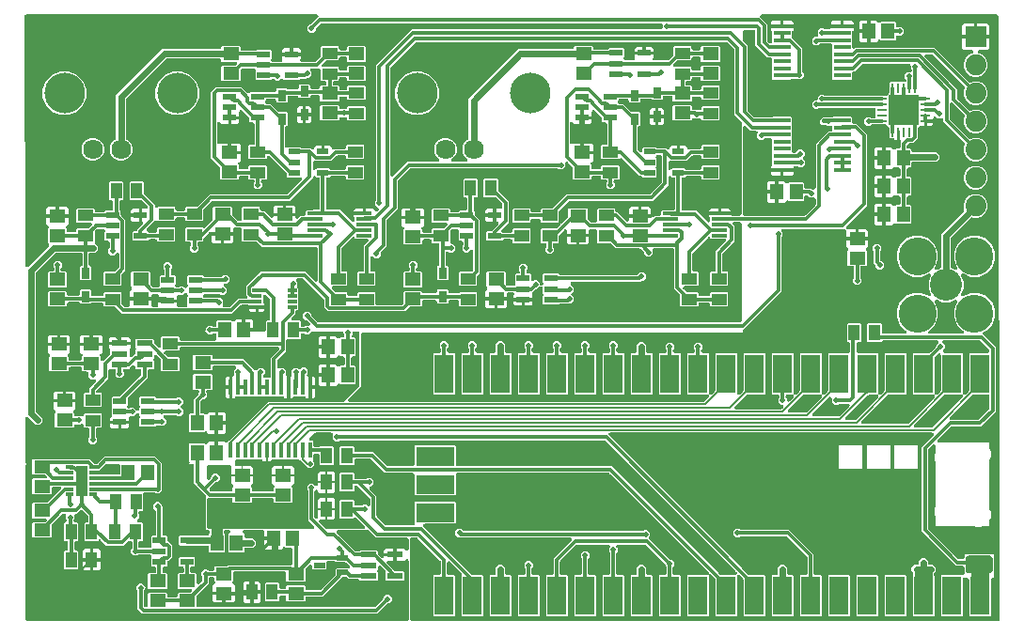
<source format=gbr>
G04 EAGLE Gerber RS-274X export*
G75*
%MOMM*%
%FSLAX34Y34*%
%LPD*%
%INTop Copper*%
%IPPOS*%
%AMOC8*
5,1,8,0,0,1.08239X$1,22.5*%
G01*
G04 Define Apertures*
%ADD10R,1.465300X1.164600*%
%ADD11R,1.164600X1.465300*%
%ADD12R,0.773900X0.985400*%
%ADD13R,1.200000X0.600000*%
%ADD14R,1.528000X0.435000*%
%ADD15R,0.650000X0.300000*%
%ADD16R,1.100000X2.750000*%
%ADD17R,0.850000X0.300000*%
%ADD18R,1.050000X0.550000*%
%ADD19C,1.782000*%
%ADD20C,3.657600*%
%ADD21R,1.420200X1.031200*%
%ADD22R,1.031200X1.420200*%
%ADD23R,1.450000X0.300000*%
%ADD24R,1.700000X3.500000*%
%ADD25R,3.500000X1.700000*%
%ADD26R,0.355600X1.422400*%
%ADD27R,0.850000X0.280000*%
%ADD28R,0.280000X0.850000*%
%ADD29R,2.700000X2.700000*%
%ADD30R,1.473200X0.558800*%
%ADD31R,1.890000X1.890000*%
%ADD32C,1.890000*%
%ADD33C,2.880000*%
%ADD34C,3.420000*%
%ADD35R,1.050000X0.500000*%
%ADD36C,0.609600*%
%ADD37C,0.304800*%
%ADD38C,0.502400*%
%ADD39C,0.508000*%
%ADD40C,0.203200*%
%ADD41C,1.016000*%
G36*
X795562Y710305D02*
X794968Y710184D01*
X775335Y710184D01*
X774786Y710286D01*
X774275Y710613D01*
X773932Y711114D01*
X773811Y711708D01*
X773811Y712216D01*
X773913Y712765D01*
X774240Y713276D01*
X774741Y713619D01*
X775335Y713740D01*
X794380Y713740D01*
X794952Y713629D01*
X795457Y713294D01*
X795780Y712971D01*
X795993Y712836D01*
X796351Y712347D01*
X796491Y711757D01*
X796389Y711159D01*
X796062Y710648D01*
X795562Y710305D01*
G37*
G36*
X683696Y642487D02*
X683102Y642366D01*
X643078Y642366D01*
X642552Y642460D01*
X642035Y642779D01*
X641685Y643273D01*
X641554Y643866D01*
X641666Y644462D01*
X642001Y644968D01*
X652197Y655164D01*
X652680Y655489D01*
X653274Y655610D01*
X668206Y655610D01*
X668950Y656354D01*
X668950Y692406D01*
X668206Y693150D01*
X650154Y693150D01*
X649410Y692406D01*
X649410Y659474D01*
X649299Y658902D01*
X648964Y658397D01*
X646152Y655585D01*
X645713Y655279D01*
X645123Y655139D01*
X644525Y655241D01*
X644014Y655568D01*
X643671Y656068D01*
X643550Y656662D01*
X643550Y692406D01*
X642806Y693150D01*
X624754Y693150D01*
X624010Y692406D01*
X624010Y659474D01*
X623899Y658902D01*
X623564Y658397D01*
X620752Y655585D01*
X620313Y655279D01*
X619723Y655139D01*
X619125Y655241D01*
X618614Y655568D01*
X618271Y656068D01*
X618150Y656662D01*
X618150Y692406D01*
X617406Y693150D01*
X612648Y693150D01*
X612099Y693252D01*
X611588Y693579D01*
X611245Y694080D01*
X611124Y694674D01*
X611124Y695314D01*
X611235Y695886D01*
X611570Y696392D01*
X612112Y696933D01*
X612112Y700067D01*
X609897Y702282D01*
X606763Y702282D01*
X604548Y700067D01*
X604548Y696933D01*
X605090Y696392D01*
X605415Y695909D01*
X605536Y695314D01*
X605536Y694674D01*
X605434Y694125D01*
X605107Y693614D01*
X604606Y693271D01*
X604012Y693150D01*
X599354Y693150D01*
X598610Y692406D01*
X598610Y656354D01*
X599354Y655610D01*
X617098Y655610D01*
X617625Y655516D01*
X618141Y655197D01*
X618492Y654703D01*
X618622Y654110D01*
X618510Y653514D01*
X618175Y653008D01*
X614583Y649416D01*
X614100Y649091D01*
X613506Y648970D01*
X295035Y648970D01*
X294509Y649064D01*
X293993Y649383D01*
X293642Y649877D01*
X293512Y650470D01*
X293623Y651066D01*
X293958Y651572D01*
X304382Y661996D01*
X304562Y662209D01*
X304670Y662394D01*
X304746Y662593D01*
X304792Y662826D01*
X304800Y662982D01*
X304800Y709676D01*
X304902Y710225D01*
X305229Y710736D01*
X305730Y711079D01*
X306324Y711200D01*
X647636Y711200D01*
X647913Y711224D01*
X648120Y711277D01*
X648315Y711365D01*
X648492Y711484D01*
X648647Y711632D01*
X648775Y711803D01*
X648871Y711994D01*
X648930Y712181D01*
X648951Y712381D01*
X649045Y712765D01*
X649372Y713276D01*
X649872Y713619D01*
X650466Y713740D01*
X741045Y713740D01*
X741594Y713638D01*
X742105Y713311D01*
X742448Y712810D01*
X742569Y712216D01*
X742569Y703573D01*
X743313Y702829D01*
X743996Y702829D01*
X744546Y702727D01*
X745057Y702400D01*
X745400Y701899D01*
X745520Y701305D01*
X745520Y694674D01*
X745418Y694125D01*
X745091Y693614D01*
X744591Y693271D01*
X743996Y693150D01*
X726354Y693150D01*
X725610Y692406D01*
X725610Y659474D01*
X725499Y658902D01*
X725164Y658397D01*
X722352Y655585D01*
X721913Y655279D01*
X721323Y655139D01*
X720725Y655241D01*
X720214Y655568D01*
X719871Y656068D01*
X719750Y656662D01*
X719750Y692406D01*
X719006Y693150D01*
X700954Y693150D01*
X700210Y692406D01*
X700210Y659474D01*
X700099Y658902D01*
X699764Y658397D01*
X696952Y655585D01*
X696513Y655279D01*
X695923Y655139D01*
X695325Y655241D01*
X694814Y655568D01*
X694471Y656068D01*
X694350Y656662D01*
X694350Y692406D01*
X693606Y693150D01*
X675554Y693150D01*
X674810Y692406D01*
X674810Y656354D01*
X675554Y655610D01*
X680262Y655610D01*
X680811Y655508D01*
X681322Y655181D01*
X681665Y654680D01*
X681786Y654086D01*
X681786Y653476D01*
X681675Y652904D01*
X681340Y652398D01*
X680748Y651807D01*
X680748Y648673D01*
X682963Y646458D01*
X684146Y646458D01*
X684673Y646364D01*
X685189Y646045D01*
X685540Y645551D01*
X685670Y644958D01*
X685558Y644362D01*
X685223Y643856D01*
X684179Y642812D01*
X683696Y642487D01*
G37*
%LPC*%
G36*
X421554Y655610D02*
X439606Y655610D01*
X440350Y656354D01*
X440350Y692406D01*
X439606Y693150D01*
X436422Y693150D01*
X435873Y693252D01*
X435362Y693579D01*
X435019Y694080D01*
X434898Y694674D01*
X434898Y701509D01*
X432319Y704088D01*
X428741Y704088D01*
X426212Y701559D01*
X426212Y697546D01*
X426262Y697300D01*
X426262Y694674D01*
X426160Y694125D01*
X425833Y693614D01*
X425332Y693271D01*
X424738Y693150D01*
X421554Y693150D01*
X420810Y692406D01*
X420810Y656354D01*
X421554Y655610D01*
G37*
G36*
X523154Y655610D02*
X541206Y655610D01*
X541950Y656354D01*
X541950Y692406D01*
X541206Y693150D01*
X536448Y693150D01*
X535899Y693252D01*
X535388Y693579D01*
X535045Y694080D01*
X534924Y694674D01*
X534924Y696584D01*
X535035Y697156D01*
X535370Y697662D01*
X535912Y698203D01*
X535912Y701337D01*
X533697Y703552D01*
X530563Y703552D01*
X528348Y701337D01*
X528348Y698203D01*
X528890Y697662D01*
X529215Y697179D01*
X529336Y696584D01*
X529336Y694674D01*
X529234Y694125D01*
X528907Y693614D01*
X528406Y693271D01*
X527812Y693150D01*
X523154Y693150D01*
X522410Y692406D01*
X522410Y656354D01*
X523154Y655610D01*
G37*
G36*
X370754Y655610D02*
X388806Y655610D01*
X389550Y656354D01*
X389550Y692406D01*
X388806Y693150D01*
X384098Y693150D01*
X383549Y693252D01*
X383038Y693579D01*
X382695Y694080D01*
X382574Y694674D01*
X382574Y696634D01*
X382685Y697206D01*
X383020Y697712D01*
X383512Y698203D01*
X383512Y701337D01*
X381297Y703552D01*
X378163Y703552D01*
X375948Y701337D01*
X375948Y698203D01*
X376540Y697612D01*
X376865Y697129D01*
X376986Y696534D01*
X376986Y694674D01*
X376884Y694125D01*
X376557Y693614D01*
X376056Y693271D01*
X375462Y693150D01*
X370754Y693150D01*
X370010Y692406D01*
X370010Y656354D01*
X370754Y655610D01*
G37*
G36*
X497754Y655610D02*
X515806Y655610D01*
X516550Y656354D01*
X516550Y692406D01*
X515806Y693150D01*
X511048Y693150D01*
X510499Y693252D01*
X509988Y693579D01*
X509645Y694080D01*
X509524Y694674D01*
X509524Y696584D01*
X509635Y697156D01*
X509970Y697662D01*
X510512Y698203D01*
X510512Y701337D01*
X508297Y703552D01*
X505163Y703552D01*
X502948Y701337D01*
X502948Y698203D01*
X503490Y697662D01*
X503815Y697179D01*
X503936Y696584D01*
X503936Y694674D01*
X503834Y694125D01*
X503507Y693614D01*
X503006Y693271D01*
X502412Y693150D01*
X497754Y693150D01*
X497010Y692406D01*
X497010Y656354D01*
X497754Y655610D01*
G37*
G36*
X396154Y655610D02*
X414206Y655610D01*
X414950Y656354D01*
X414950Y692406D01*
X414206Y693150D01*
X409498Y693150D01*
X408949Y693252D01*
X408438Y693579D01*
X408095Y694080D01*
X407974Y694674D01*
X407974Y696634D01*
X408085Y697206D01*
X408420Y697712D01*
X408912Y698203D01*
X408912Y701337D01*
X406697Y703552D01*
X403563Y703552D01*
X401348Y701337D01*
X401348Y698203D01*
X401940Y697612D01*
X402265Y697129D01*
X402386Y696534D01*
X402386Y694674D01*
X402284Y694125D01*
X401957Y693614D01*
X401456Y693271D01*
X400862Y693150D01*
X396154Y693150D01*
X395410Y692406D01*
X395410Y656354D01*
X396154Y655610D01*
G37*
G36*
X446954Y655610D02*
X465006Y655610D01*
X465750Y656354D01*
X465750Y692406D01*
X465006Y693150D01*
X460298Y693150D01*
X459749Y693252D01*
X459238Y693579D01*
X458895Y694080D01*
X458774Y694674D01*
X458774Y696634D01*
X458885Y697206D01*
X459220Y697712D01*
X459712Y698203D01*
X459712Y701337D01*
X457497Y703552D01*
X454363Y703552D01*
X452148Y701337D01*
X452148Y698203D01*
X452740Y697612D01*
X453065Y697129D01*
X453186Y696534D01*
X453186Y694674D01*
X453084Y694125D01*
X452757Y693614D01*
X452256Y693271D01*
X451662Y693150D01*
X446954Y693150D01*
X446210Y692406D01*
X446210Y656354D01*
X446954Y655610D01*
G37*
G36*
X472354Y655610D02*
X490406Y655610D01*
X491150Y656354D01*
X491150Y692406D01*
X490406Y693150D01*
X485698Y693150D01*
X485149Y693252D01*
X484638Y693579D01*
X484295Y694080D01*
X484174Y694674D01*
X484174Y696634D01*
X484285Y697206D01*
X484620Y697712D01*
X485112Y698203D01*
X485112Y701337D01*
X482897Y703552D01*
X479763Y703552D01*
X477548Y701337D01*
X477548Y698203D01*
X478140Y697612D01*
X478465Y697129D01*
X478586Y696534D01*
X478586Y694674D01*
X478484Y694125D01*
X478157Y693614D01*
X477656Y693271D01*
X477062Y693150D01*
X472354Y693150D01*
X471610Y692406D01*
X471610Y656354D01*
X472354Y655610D01*
G37*
G36*
X548554Y655610D02*
X566606Y655610D01*
X567350Y656354D01*
X567350Y692406D01*
X566606Y693150D01*
X563422Y693150D01*
X562873Y693252D01*
X562362Y693579D01*
X562019Y694080D01*
X561898Y694674D01*
X561898Y700239D01*
X559319Y702818D01*
X555741Y702818D01*
X553212Y700289D01*
X553212Y696276D01*
X553262Y696030D01*
X553262Y694674D01*
X553160Y694125D01*
X552833Y693614D01*
X552332Y693271D01*
X551738Y693150D01*
X548554Y693150D01*
X547810Y692406D01*
X547810Y656354D01*
X548554Y655610D01*
G37*
G36*
X573954Y655610D02*
X592006Y655610D01*
X592750Y656354D01*
X592750Y692406D01*
X592006Y693150D01*
X587298Y693150D01*
X586749Y693252D01*
X586238Y693579D01*
X585895Y694080D01*
X585774Y694674D01*
X585774Y695364D01*
X585885Y695936D01*
X586220Y696442D01*
X586712Y696933D01*
X586712Y700067D01*
X584497Y702282D01*
X581363Y702282D01*
X579148Y700067D01*
X579148Y696933D01*
X579740Y696342D01*
X580065Y695859D01*
X580186Y695264D01*
X580186Y694674D01*
X580084Y694125D01*
X579757Y693614D01*
X579256Y693271D01*
X578662Y693150D01*
X573954Y693150D01*
X573210Y692406D01*
X573210Y656354D01*
X573954Y655610D01*
G37*
%LPD*%
G36*
X879512Y451701D02*
X878918Y451580D01*
X350774Y451580D01*
X350225Y451682D01*
X349714Y452009D01*
X349371Y452510D01*
X349250Y453104D01*
X349250Y525272D01*
X349352Y525821D01*
X349679Y526332D01*
X350180Y526675D01*
X350774Y526796D01*
X355081Y526796D01*
X355653Y526685D01*
X356159Y526350D01*
X376540Y505969D01*
X376865Y505486D01*
X376986Y504891D01*
X376986Y494674D01*
X376884Y494125D01*
X376557Y493614D01*
X376056Y493271D01*
X375462Y493150D01*
X370754Y493150D01*
X370010Y492406D01*
X370010Y456354D01*
X370754Y455610D01*
X388806Y455610D01*
X389550Y456354D01*
X389550Y492406D01*
X388806Y493150D01*
X384098Y493150D01*
X383549Y493252D01*
X383038Y493579D01*
X382695Y494080D01*
X382574Y494674D01*
X382574Y503875D01*
X382668Y504402D01*
X382987Y504918D01*
X383481Y505269D01*
X384074Y505399D01*
X384670Y505288D01*
X385176Y504953D01*
X395489Y494640D01*
X395805Y494179D01*
X395935Y493587D01*
X395824Y492990D01*
X395489Y492485D01*
X395410Y492406D01*
X395410Y456354D01*
X396154Y455610D01*
X414206Y455610D01*
X414950Y456354D01*
X414950Y492406D01*
X414206Y493150D01*
X405513Y493150D01*
X404941Y493261D01*
X404435Y493596D01*
X361423Y536608D01*
X361117Y537047D01*
X360977Y537637D01*
X361079Y538235D01*
X361406Y538746D01*
X361906Y539089D01*
X362501Y539210D01*
X389856Y539210D01*
X390600Y539954D01*
X390600Y558006D01*
X389856Y558750D01*
X353804Y558750D01*
X353060Y558006D01*
X353060Y539905D01*
X353254Y539627D01*
X353394Y539037D01*
X353292Y538439D01*
X352965Y537928D01*
X352465Y537585D01*
X351871Y537464D01*
X328179Y537464D01*
X327607Y537575D01*
X327101Y537910D01*
X319470Y545541D01*
X319145Y546024D01*
X319024Y546619D01*
X319024Y564072D01*
X312900Y570196D01*
X312594Y570635D01*
X312454Y571225D01*
X312556Y571823D01*
X312883Y572334D01*
X313383Y572677D01*
X313978Y572798D01*
X313987Y572798D01*
X316202Y575013D01*
X316202Y578147D01*
X313987Y580362D01*
X310853Y580362D01*
X310312Y579820D01*
X309829Y579495D01*
X309234Y579374D01*
X300355Y579374D01*
X299806Y579476D01*
X299295Y579803D01*
X298952Y580304D01*
X298831Y580898D01*
X298831Y584207D01*
X298087Y584951D01*
X286723Y584951D01*
X285979Y584207D01*
X285979Y568953D01*
X286723Y568209D01*
X298087Y568209D01*
X298831Y568953D01*
X298831Y572262D01*
X298933Y572811D01*
X299260Y573322D01*
X299761Y573665D01*
X300355Y573786D01*
X300776Y573786D01*
X301348Y573675D01*
X301854Y573340D01*
X312990Y562204D01*
X313315Y561721D01*
X313436Y561126D01*
X313436Y556652D01*
X313342Y556125D01*
X313023Y555609D01*
X312529Y555258D01*
X311936Y555128D01*
X311340Y555239D01*
X310834Y555574D01*
X310177Y556232D01*
X307043Y556232D01*
X306502Y555690D01*
X306019Y555365D01*
X305424Y555244D01*
X300355Y555244D01*
X299806Y555346D01*
X299295Y555673D01*
X298952Y556174D01*
X298831Y556768D01*
X298831Y560077D01*
X298087Y560821D01*
X286723Y560821D01*
X285979Y560077D01*
X285979Y544823D01*
X286723Y544079D01*
X298087Y544079D01*
X298695Y544687D01*
X299156Y545003D01*
X299748Y545133D01*
X300345Y545022D01*
X300850Y544687D01*
X308266Y537272D01*
X308572Y536833D01*
X308711Y536243D01*
X308610Y535645D01*
X308283Y535134D01*
X307782Y534791D01*
X307188Y534670D01*
X273823Y534670D01*
X273251Y534781D01*
X272745Y535116D01*
X267654Y540207D01*
X267348Y540646D01*
X267208Y541236D01*
X267310Y541834D01*
X267637Y542345D01*
X268137Y542688D01*
X268732Y542809D01*
X273253Y542809D01*
X273253Y551688D01*
X266319Y551688D01*
X266319Y545222D01*
X266225Y544695D01*
X265906Y544179D01*
X265412Y543828D01*
X264819Y543698D01*
X264223Y543809D01*
X263717Y544144D01*
X263590Y544271D01*
X263265Y544754D01*
X263144Y545349D01*
X263144Y568314D01*
X263255Y568886D01*
X263590Y569392D01*
X263717Y569519D01*
X264156Y569825D01*
X264746Y569964D01*
X265344Y569863D01*
X265855Y569536D01*
X266198Y569036D01*
X266319Y568441D01*
X266319Y568427D01*
X267807Y566939D01*
X273253Y566939D01*
X273253Y575818D01*
X266319Y575818D01*
X266319Y574559D01*
X266225Y574032D01*
X265906Y573516D01*
X265412Y573165D01*
X264819Y573035D01*
X264223Y573146D01*
X263717Y573481D01*
X261917Y575282D01*
X258783Y575282D01*
X256568Y573067D01*
X256568Y569933D01*
X257110Y569392D01*
X257435Y568909D01*
X257556Y568314D01*
X257556Y542403D01*
X262687Y537272D01*
X262993Y536833D01*
X263133Y536243D01*
X263031Y535645D01*
X262704Y535134D01*
X262204Y534791D01*
X261609Y534670D01*
X167894Y534670D01*
X167345Y534772D01*
X166834Y535099D01*
X166491Y535600D01*
X166370Y536194D01*
X166370Y560968D01*
X166472Y561517D01*
X166799Y562028D01*
X167300Y562371D01*
X167894Y562492D01*
X188000Y562492D01*
X188549Y562390D01*
X189060Y562063D01*
X189403Y561562D01*
X189524Y560968D01*
X189524Y558937D01*
X190267Y558193D01*
X205973Y558193D01*
X206717Y558937D01*
X206717Y560968D01*
X206819Y561517D01*
X207146Y562028D01*
X207646Y562371D01*
X208241Y562492D01*
X224830Y562492D01*
X225379Y562390D01*
X225890Y562063D01*
X226233Y561562D01*
X226354Y560968D01*
X226354Y558937D01*
X227097Y558193D01*
X242803Y558193D01*
X243547Y558937D01*
X243547Y571635D01*
X243117Y572064D01*
X242801Y572525D01*
X242671Y573118D01*
X242782Y573714D01*
X243117Y574220D01*
X244817Y575919D01*
X244817Y582032D01*
X225084Y582032D01*
X225084Y575919D01*
X226783Y574220D01*
X227099Y573759D01*
X227229Y573166D01*
X227118Y572570D01*
X226783Y572064D01*
X226354Y571635D01*
X226354Y569604D01*
X226251Y569055D01*
X225924Y568544D01*
X225424Y568201D01*
X224830Y568080D01*
X208241Y568080D01*
X207691Y568182D01*
X207180Y568509D01*
X206837Y569010D01*
X206717Y569604D01*
X206717Y571635D01*
X206287Y572064D01*
X205971Y572525D01*
X205841Y573118D01*
X205952Y573714D01*
X206287Y574220D01*
X207987Y575919D01*
X207987Y582032D01*
X188254Y582032D01*
X188254Y575919D01*
X189953Y574220D01*
X190269Y573759D01*
X190399Y573166D01*
X190288Y572570D01*
X189953Y572064D01*
X189524Y571635D01*
X189524Y569604D01*
X189421Y569055D01*
X189094Y568544D01*
X188594Y568201D01*
X188000Y568080D01*
X170699Y568080D01*
X170127Y568191D01*
X169621Y568526D01*
X168927Y569220D01*
X168611Y569681D01*
X168481Y570274D01*
X168592Y570870D01*
X168927Y571376D01*
X173713Y576162D01*
X174196Y576487D01*
X174791Y576608D01*
X175557Y576608D01*
X177772Y578823D01*
X177772Y581957D01*
X175557Y584172D01*
X172423Y584172D01*
X170208Y581957D01*
X170208Y581191D01*
X170097Y580619D01*
X169762Y580113D01*
X168972Y579323D01*
X168533Y579017D01*
X167943Y578877D01*
X167345Y578979D01*
X166834Y579306D01*
X166491Y579806D01*
X166370Y580401D01*
X166370Y590296D01*
X166472Y590845D01*
X166799Y591356D01*
X167300Y591699D01*
X167894Y591820D01*
X186730Y591820D01*
X187279Y591718D01*
X187790Y591391D01*
X188133Y590890D01*
X188254Y590296D01*
X188254Y583556D01*
X197358Y583556D01*
X197358Y591157D01*
X193250Y591157D01*
X192550Y591327D01*
X192077Y591707D01*
X191790Y592242D01*
X191734Y592846D01*
X191770Y593173D01*
X191770Y595376D01*
X191872Y595925D01*
X192199Y596436D01*
X192700Y596779D01*
X193294Y596900D01*
X196634Y596900D01*
X196903Y597084D01*
X197496Y597215D01*
X198092Y597103D01*
X198399Y596900D01*
X203134Y596900D01*
X203403Y597084D01*
X203996Y597215D01*
X204592Y597103D01*
X204899Y596900D01*
X209634Y596900D01*
X209903Y597084D01*
X210496Y597215D01*
X211092Y597103D01*
X211399Y596900D01*
X215539Y596900D01*
X216111Y596789D01*
X216616Y596454D01*
X217440Y595630D01*
X219508Y595630D01*
X219508Y606044D01*
X221032Y606044D01*
X221032Y595630D01*
X223100Y595630D01*
X223924Y596454D01*
X224407Y596779D01*
X225001Y596900D01*
X229134Y596900D01*
X229403Y597084D01*
X229996Y597215D01*
X230592Y597103D01*
X230899Y596900D01*
X235634Y596900D01*
X235903Y597084D01*
X236496Y597215D01*
X237092Y597103D01*
X237399Y596900D01*
X242134Y596900D01*
X242403Y597084D01*
X242996Y597215D01*
X243592Y597103D01*
X243899Y596900D01*
X248960Y596900D01*
X249509Y596798D01*
X250020Y596471D01*
X250225Y596172D01*
X255643Y590754D01*
X255958Y590693D01*
X256464Y590358D01*
X257513Y589308D01*
X260647Y589308D01*
X262862Y591523D01*
X262862Y594657D01*
X262174Y595345D01*
X261858Y595806D01*
X261728Y596398D01*
X261839Y596994D01*
X262174Y597500D01*
X262318Y597644D01*
X262318Y600964D01*
X262420Y601513D01*
X262747Y602024D01*
X263248Y602367D01*
X263842Y602488D01*
X266065Y602488D01*
X266614Y602386D01*
X267125Y602059D01*
X267468Y601558D01*
X267589Y600964D01*
X267589Y593083D01*
X268333Y592339D01*
X279697Y592339D01*
X280441Y593083D01*
X280441Y608337D01*
X279697Y609081D01*
X268333Y609081D01*
X267774Y608522D01*
X267291Y608197D01*
X266697Y608076D01*
X263842Y608076D01*
X263293Y608178D01*
X262782Y608505D01*
X262439Y609006D01*
X262318Y609600D01*
X262318Y612920D01*
X261574Y613664D01*
X259723Y613664D01*
X259119Y613789D01*
X258621Y614135D01*
X258298Y614648D01*
X258200Y615246D01*
X258343Y615836D01*
X258705Y616322D01*
X258737Y616351D01*
X263224Y620838D01*
X263707Y621163D01*
X264301Y621284D01*
X278246Y621284D01*
X278773Y621190D01*
X279289Y620871D01*
X279640Y620377D01*
X279770Y619784D01*
X279659Y619188D01*
X279428Y618840D01*
X279428Y615653D01*
X281643Y613438D01*
X284777Y613438D01*
X285318Y613980D01*
X285801Y614305D01*
X286396Y614426D01*
X523991Y614426D01*
X524563Y614315D01*
X525069Y613980D01*
X643297Y495752D01*
X643603Y495313D01*
X643743Y494723D01*
X643641Y494125D01*
X643314Y493614D01*
X642814Y493271D01*
X642219Y493150D01*
X629224Y493150D01*
X628652Y493261D01*
X628146Y493596D01*
X530939Y590804D01*
X392124Y590804D01*
X391575Y590906D01*
X391064Y591233D01*
X390721Y591734D01*
X390600Y592328D01*
X390600Y608806D01*
X389856Y609550D01*
X353804Y609550D01*
X353060Y608806D01*
X353060Y592328D01*
X352958Y591779D01*
X352631Y591268D01*
X352130Y590925D01*
X351536Y590804D01*
X329449Y590804D01*
X328877Y590915D01*
X328371Y591250D01*
X316117Y603504D01*
X300355Y603504D01*
X299806Y603606D01*
X299295Y603933D01*
X298952Y604434D01*
X298831Y605028D01*
X298831Y608337D01*
X298087Y609081D01*
X286723Y609081D01*
X285979Y608337D01*
X285979Y593083D01*
X286723Y592339D01*
X298087Y592339D01*
X298831Y593083D01*
X298831Y596392D01*
X298933Y596941D01*
X299260Y597452D01*
X299761Y597795D01*
X300355Y597916D01*
X313171Y597916D01*
X313743Y597805D01*
X314249Y597470D01*
X326503Y585216D01*
X351536Y585216D01*
X352085Y585114D01*
X352596Y584787D01*
X352939Y584286D01*
X353060Y583692D01*
X353060Y565354D01*
X353804Y564610D01*
X389856Y564610D01*
X390600Y565354D01*
X390600Y583692D01*
X390702Y584241D01*
X391029Y584752D01*
X391530Y585095D01*
X392124Y585216D01*
X527993Y585216D01*
X528565Y585105D01*
X529070Y584770D01*
X618088Y495752D01*
X618394Y495313D01*
X618534Y494723D01*
X618432Y494125D01*
X618105Y493614D01*
X617605Y493271D01*
X617011Y493150D01*
X599354Y493150D01*
X598610Y492406D01*
X598610Y456354D01*
X599354Y455610D01*
X617406Y455610D01*
X618150Y456354D01*
X618150Y492011D01*
X618244Y492537D01*
X618563Y493053D01*
X619057Y493404D01*
X619650Y493535D01*
X620246Y493423D01*
X620752Y493088D01*
X623564Y490276D01*
X623889Y489793D01*
X624010Y489199D01*
X624010Y456354D01*
X624754Y455610D01*
X642806Y455610D01*
X643550Y456354D01*
X643550Y491819D01*
X643644Y492346D01*
X643963Y492862D01*
X644457Y493213D01*
X645050Y493343D01*
X645646Y493232D01*
X646152Y492897D01*
X648964Y490085D01*
X649289Y489602D01*
X649410Y489007D01*
X649410Y456354D01*
X650154Y455610D01*
X668206Y455610D01*
X668950Y456354D01*
X668950Y492406D01*
X668206Y493150D01*
X654433Y493150D01*
X653861Y493261D01*
X653355Y493596D01*
X528269Y618682D01*
X527963Y619121D01*
X527823Y619711D01*
X527925Y620309D01*
X528252Y620820D01*
X528752Y621163D01*
X529347Y621284D01*
X819393Y621284D01*
X819920Y621190D01*
X820436Y620871D01*
X820787Y620377D01*
X820917Y619784D01*
X820806Y619188D01*
X820471Y618682D01*
X810006Y608217D01*
X810006Y532243D01*
X840853Y501396D01*
X846836Y501396D01*
X847385Y501294D01*
X847896Y500967D01*
X848239Y500466D01*
X848360Y499872D01*
X848360Y494475D01*
X848266Y493949D01*
X847947Y493433D01*
X847453Y493082D01*
X846860Y492952D01*
X846264Y493063D01*
X846132Y493150D01*
X827954Y493150D01*
X827210Y492406D01*
X827210Y456354D01*
X827954Y455610D01*
X846006Y455610D01*
X846750Y456354D01*
X846750Y489056D01*
X846894Y489704D01*
X847256Y490190D01*
X847779Y490498D01*
X848380Y490577D01*
X848965Y490415D01*
X849154Y490319D01*
X849341Y490260D01*
X849713Y490220D01*
X851086Y490220D01*
X851635Y490118D01*
X852146Y489791D01*
X852489Y489290D01*
X852610Y488696D01*
X852610Y456354D01*
X853354Y455610D01*
X871406Y455610D01*
X872150Y456354D01*
X872150Y488696D01*
X872252Y489245D01*
X872579Y489756D01*
X873080Y490099D01*
X873631Y490211D01*
X873631Y490215D01*
X873659Y490217D01*
X873674Y490220D01*
X873696Y490220D01*
X873973Y490244D01*
X874180Y490297D01*
X874375Y490385D01*
X874552Y490504D01*
X874707Y490652D01*
X874835Y490823D01*
X874931Y491014D01*
X874990Y491201D01*
X875030Y491573D01*
X875030Y510476D01*
X875006Y510753D01*
X874953Y510960D01*
X874865Y511155D01*
X874746Y511332D01*
X874598Y511487D01*
X874427Y511615D01*
X874236Y511711D01*
X874049Y511770D01*
X873677Y511810D01*
X849694Y511810D01*
X849417Y511786D01*
X849210Y511733D01*
X849015Y511645D01*
X848838Y511526D01*
X848683Y511378D01*
X848555Y511207D01*
X848459Y511016D01*
X848400Y510829D01*
X848360Y510457D01*
X848360Y508508D01*
X848258Y507959D01*
X847931Y507448D01*
X847430Y507105D01*
X846836Y506984D01*
X843799Y506984D01*
X843227Y507095D01*
X842721Y507430D01*
X816040Y534111D01*
X815715Y534594D01*
X815594Y535189D01*
X815594Y605271D01*
X815705Y605843D01*
X816040Y606349D01*
X819843Y610152D01*
X820282Y610458D01*
X820872Y610598D01*
X821470Y610496D01*
X821981Y610169D01*
X822324Y609669D01*
X822445Y609074D01*
X822445Y603635D01*
X822329Y603052D01*
X821280Y600520D01*
X821280Y596740D01*
X822329Y594208D01*
X822445Y593625D01*
X822445Y555135D01*
X822329Y554552D01*
X821280Y552020D01*
X821280Y548240D01*
X822329Y545708D01*
X822445Y545125D01*
X822445Y536832D01*
X822454Y536753D01*
X822459Y536751D01*
X822519Y536745D01*
X857104Y536745D01*
X857687Y536629D01*
X858892Y536130D01*
X863268Y536130D01*
X864473Y536629D01*
X865056Y536745D01*
X870628Y536745D01*
X870707Y536754D01*
X870709Y536759D01*
X870715Y536819D01*
X870715Y541343D01*
X870831Y541927D01*
X872080Y544942D01*
X872080Y549318D01*
X870831Y552333D01*
X870715Y552917D01*
X870715Y595843D01*
X870831Y596427D01*
X872080Y599442D01*
X872080Y603818D01*
X870831Y606833D01*
X870715Y607417D01*
X870715Y611928D01*
X870706Y612007D01*
X870701Y612009D01*
X870641Y612015D01*
X865056Y612015D01*
X864473Y612131D01*
X863268Y612630D01*
X858892Y612630D01*
X857687Y612131D01*
X857104Y612015D01*
X825386Y612015D01*
X824859Y612109D01*
X824343Y612428D01*
X823992Y612922D01*
X823862Y613515D01*
X823973Y614111D01*
X824308Y614617D01*
X836371Y626680D01*
X836854Y627005D01*
X837449Y627126D01*
X863487Y627126D01*
X876554Y640193D01*
X876554Y698387D01*
X865290Y709651D01*
X864979Y710101D01*
X864844Y710692D01*
X864951Y711289D01*
X865282Y711798D01*
X865785Y712137D01*
X868006Y713057D01*
X868243Y713294D01*
X868726Y713619D01*
X869320Y713740D01*
X878320Y713740D01*
X878866Y713639D01*
X879378Y713313D01*
X879722Y712814D01*
X879844Y712220D01*
X880442Y453108D01*
X880339Y452555D01*
X880013Y452044D01*
X879512Y451701D01*
G37*
%LPC*%
G36*
X760519Y588745D02*
X781628Y588745D01*
X781707Y588754D01*
X781709Y588759D01*
X781715Y588819D01*
X781715Y609928D01*
X781706Y610007D01*
X781701Y610009D01*
X781641Y610015D01*
X760532Y610015D01*
X760453Y610006D01*
X760451Y610001D01*
X760445Y609941D01*
X760445Y588832D01*
X760454Y588753D01*
X760459Y588751D01*
X760519Y588745D01*
G37*
G36*
X785519Y588745D02*
X806628Y588745D01*
X806707Y588754D01*
X806709Y588759D01*
X806715Y588819D01*
X806715Y609928D01*
X806706Y610007D01*
X806701Y610009D01*
X806641Y610015D01*
X785532Y610015D01*
X785453Y610006D01*
X785451Y610001D01*
X785445Y609941D01*
X785445Y588832D01*
X785454Y588753D01*
X785459Y588751D01*
X785519Y588745D01*
G37*
G36*
X735519Y588745D02*
X756628Y588745D01*
X756707Y588754D01*
X756709Y588759D01*
X756715Y588819D01*
X756715Y609928D01*
X756706Y610007D01*
X756701Y610009D01*
X756641Y610015D01*
X735532Y610015D01*
X735453Y610006D01*
X735451Y610001D01*
X735445Y609941D01*
X735445Y588832D01*
X735454Y588753D01*
X735459Y588751D01*
X735519Y588745D01*
G37*
G36*
X198882Y583556D02*
X207987Y583556D01*
X207987Y589669D01*
X206499Y591157D01*
X198882Y591157D01*
X198882Y583556D01*
G37*
G36*
X225084Y583556D02*
X234188Y583556D01*
X234188Y591157D01*
X226571Y591157D01*
X225084Y589669D01*
X225084Y583556D01*
G37*
G36*
X235712Y583556D02*
X244817Y583556D01*
X244817Y589669D01*
X243329Y591157D01*
X235712Y591157D01*
X235712Y583556D01*
G37*
G36*
X266319Y577342D02*
X273253Y577342D01*
X273253Y586221D01*
X267807Y586221D01*
X266319Y584733D01*
X266319Y577342D01*
G37*
G36*
X274777Y577342D02*
X281711Y577342D01*
X281711Y584733D01*
X280223Y586221D01*
X274777Y586221D01*
X274777Y577342D01*
G37*
G36*
X274777Y566939D02*
X280223Y566939D01*
X281711Y568427D01*
X281711Y575818D01*
X274777Y575818D01*
X274777Y566939D01*
G37*
G36*
X266319Y553212D02*
X273253Y553212D01*
X273253Y562091D01*
X267807Y562091D01*
X266319Y560603D01*
X266319Y553212D01*
G37*
G36*
X274777Y553212D02*
X281711Y553212D01*
X281711Y560603D01*
X280223Y562091D01*
X274777Y562091D01*
X274777Y553212D01*
G37*
G36*
X274777Y542809D02*
X280223Y542809D01*
X281711Y544297D01*
X281711Y551688D01*
X274777Y551688D01*
X274777Y542809D01*
G37*
G36*
X472354Y455610D02*
X490406Y455610D01*
X491150Y456354D01*
X491150Y492406D01*
X490406Y493150D01*
X485698Y493150D01*
X485149Y493252D01*
X484638Y493579D01*
X484295Y494080D01*
X484174Y494674D01*
X484174Y504991D01*
X484285Y505563D01*
X484620Y506069D01*
X498551Y520000D01*
X499034Y520325D01*
X499629Y520446D01*
X527928Y520446D01*
X528455Y520352D01*
X528971Y520033D01*
X529322Y519539D01*
X529452Y518946D01*
X529341Y518350D01*
X529006Y517844D01*
X528348Y517187D01*
X528348Y514053D01*
X528890Y513512D01*
X529215Y513029D01*
X529336Y512434D01*
X529336Y494674D01*
X529234Y494125D01*
X528907Y493614D01*
X528406Y493271D01*
X527812Y493150D01*
X523154Y493150D01*
X522410Y492406D01*
X522410Y456354D01*
X523154Y455610D01*
X541206Y455610D01*
X541950Y456354D01*
X541950Y492406D01*
X541206Y493150D01*
X536448Y493150D01*
X535899Y493252D01*
X535388Y493579D01*
X535045Y494080D01*
X534924Y494674D01*
X534924Y512434D01*
X535035Y513006D01*
X535370Y513512D01*
X535912Y514053D01*
X535912Y517187D01*
X535254Y517844D01*
X534948Y518283D01*
X534809Y518873D01*
X534910Y519471D01*
X535237Y519982D01*
X535737Y520325D01*
X536332Y520446D01*
X560821Y520446D01*
X561393Y520335D01*
X561899Y520000D01*
X578702Y503197D01*
X579027Y502714D01*
X579148Y502119D01*
X579148Y501353D01*
X579740Y500762D01*
X580065Y500279D01*
X580186Y499684D01*
X580186Y494674D01*
X580084Y494125D01*
X579757Y493614D01*
X579256Y493271D01*
X578662Y493150D01*
X573954Y493150D01*
X573210Y492406D01*
X573210Y456354D01*
X573954Y455610D01*
X592006Y455610D01*
X592750Y456354D01*
X592750Y492406D01*
X592006Y493150D01*
X587298Y493150D01*
X586749Y493252D01*
X586238Y493579D01*
X585895Y494080D01*
X585774Y494674D01*
X585774Y499784D01*
X585885Y500356D01*
X586220Y500862D01*
X586712Y501353D01*
X586712Y504487D01*
X584497Y506702D01*
X583731Y506702D01*
X583159Y506813D01*
X582653Y507148D01*
X564528Y525274D01*
X564212Y525735D01*
X564081Y526327D01*
X564193Y526923D01*
X564528Y527429D01*
X565122Y528023D01*
X565122Y531157D01*
X562907Y533372D01*
X559773Y533372D01*
X559232Y532830D01*
X558749Y532505D01*
X558154Y532384D01*
X398156Y532384D01*
X397584Y532495D01*
X397078Y532830D01*
X395267Y534642D01*
X392133Y534642D01*
X389918Y532427D01*
X389918Y529293D01*
X392133Y527078D01*
X392899Y527078D01*
X393471Y526967D01*
X393729Y526796D01*
X493765Y526796D01*
X494292Y526702D01*
X494808Y526383D01*
X495159Y525889D01*
X495289Y525296D01*
X495178Y524700D01*
X494843Y524194D01*
X478586Y507937D01*
X478586Y494674D01*
X478484Y494125D01*
X478157Y493614D01*
X477656Y493271D01*
X477062Y493150D01*
X472354Y493150D01*
X471610Y492406D01*
X471610Y456354D01*
X472354Y455610D01*
G37*
G36*
X700954Y455610D02*
X719006Y455610D01*
X719750Y456354D01*
X719750Y492406D01*
X719006Y493150D01*
X714298Y493150D01*
X713749Y493252D01*
X713238Y493579D01*
X712895Y494080D01*
X712774Y494674D01*
X712774Y511647D01*
X690767Y533654D01*
X647076Y533654D01*
X646504Y533765D01*
X645998Y534100D01*
X645457Y534642D01*
X642323Y534642D01*
X640108Y532427D01*
X640108Y529293D01*
X642323Y527078D01*
X645457Y527078D01*
X645998Y527620D01*
X646481Y527945D01*
X647076Y528066D01*
X687821Y528066D01*
X688393Y527955D01*
X688899Y527620D01*
X706740Y509779D01*
X707065Y509296D01*
X707186Y508701D01*
X707186Y494674D01*
X707084Y494125D01*
X706757Y493614D01*
X706256Y493271D01*
X705662Y493150D01*
X700954Y493150D01*
X700210Y492406D01*
X700210Y456354D01*
X700954Y455610D01*
G37*
G36*
X497754Y455610D02*
X515806Y455610D01*
X516550Y456354D01*
X516550Y492406D01*
X515806Y493150D01*
X511048Y493150D01*
X510499Y493252D01*
X509988Y493579D01*
X509645Y494080D01*
X509524Y494674D01*
X509524Y507354D01*
X509635Y507926D01*
X509970Y508432D01*
X510512Y508973D01*
X510512Y512107D01*
X508297Y514322D01*
X505163Y514322D01*
X502948Y512107D01*
X502948Y508973D01*
X503490Y508432D01*
X503815Y507949D01*
X503936Y507354D01*
X503936Y494674D01*
X503834Y494125D01*
X503507Y493614D01*
X503006Y493271D01*
X502412Y493150D01*
X497754Y493150D01*
X497010Y492406D01*
X497010Y456354D01*
X497754Y455610D01*
G37*
G36*
X802554Y455610D02*
X820606Y455610D01*
X821350Y456354D01*
X821350Y492418D01*
X821049Y492865D01*
X820928Y493459D01*
X820928Y494150D01*
X821039Y494722D01*
X821374Y495228D01*
X822198Y496051D01*
X822198Y499629D01*
X819669Y502158D01*
X817372Y502158D01*
X816823Y502260D01*
X816312Y502587D01*
X815969Y503088D01*
X815848Y503682D01*
X815848Y505979D01*
X813319Y508508D01*
X809741Y508508D01*
X807212Y505979D01*
X807212Y503682D01*
X807110Y503133D01*
X806783Y502622D01*
X806282Y502279D01*
X805688Y502158D01*
X803391Y502158D01*
X800862Y499629D01*
X800862Y496051D01*
X801736Y495178D01*
X802061Y494695D01*
X802182Y494100D01*
X802182Y493409D01*
X802071Y492837D01*
X801810Y492444D01*
X801810Y456354D01*
X802554Y455610D01*
G37*
G36*
X446954Y455610D02*
X465006Y455610D01*
X465750Y456354D01*
X465750Y492406D01*
X465006Y493150D01*
X460248Y493150D01*
X459699Y493252D01*
X459188Y493579D01*
X458845Y494080D01*
X458724Y494674D01*
X458724Y498464D01*
X458835Y499036D01*
X459170Y499542D01*
X459712Y500083D01*
X459712Y503217D01*
X457497Y505432D01*
X454363Y505432D01*
X452148Y503217D01*
X452148Y500083D01*
X452690Y499542D01*
X453015Y499059D01*
X453136Y498464D01*
X453136Y494674D01*
X453034Y494125D01*
X452707Y493614D01*
X452206Y493271D01*
X451612Y493150D01*
X446954Y493150D01*
X446210Y492406D01*
X446210Y456354D01*
X446954Y455610D01*
G37*
G36*
X548554Y455610D02*
X566606Y455610D01*
X567350Y456354D01*
X567350Y492406D01*
X566606Y493150D01*
X563422Y493150D01*
X562873Y493252D01*
X562362Y493579D01*
X562019Y494080D01*
X561898Y494674D01*
X561898Y499579D01*
X559319Y502158D01*
X555741Y502158D01*
X553212Y499629D01*
X553212Y495616D01*
X553262Y495370D01*
X553262Y494674D01*
X553160Y494125D01*
X552833Y493614D01*
X552332Y493271D01*
X551738Y493150D01*
X548554Y493150D01*
X547810Y492406D01*
X547810Y456354D01*
X548554Y455610D01*
G37*
G36*
X421554Y455610D02*
X439606Y455610D01*
X440350Y456354D01*
X440350Y492406D01*
X439606Y493150D01*
X436422Y493150D01*
X435873Y493252D01*
X435362Y493579D01*
X435019Y494080D01*
X434898Y494674D01*
X434898Y499579D01*
X432319Y502158D01*
X428741Y502158D01*
X426212Y499629D01*
X426212Y495616D01*
X426262Y495370D01*
X426262Y494674D01*
X426160Y494125D01*
X425833Y493614D01*
X425332Y493271D01*
X424738Y493150D01*
X421554Y493150D01*
X420810Y492406D01*
X420810Y456354D01*
X421554Y455610D01*
G37*
G36*
X675554Y455610D02*
X693606Y455610D01*
X694350Y456354D01*
X694350Y492406D01*
X693606Y493150D01*
X690422Y493150D01*
X689873Y493252D01*
X689362Y493579D01*
X689019Y494080D01*
X688898Y494674D01*
X688898Y499353D01*
X686319Y501932D01*
X682741Y501932D01*
X680212Y499403D01*
X680212Y495390D01*
X680262Y495144D01*
X680262Y494674D01*
X680160Y494125D01*
X679833Y493614D01*
X679332Y493271D01*
X678738Y493150D01*
X675554Y493150D01*
X674810Y492406D01*
X674810Y456354D01*
X675554Y455610D01*
G37*
G36*
X751754Y455610D02*
X769806Y455610D01*
X770550Y456354D01*
X770550Y492406D01*
X769806Y493150D01*
X751754Y493150D01*
X751010Y492406D01*
X751010Y456354D01*
X751754Y455610D01*
G37*
G36*
X726354Y455610D02*
X744406Y455610D01*
X745150Y456354D01*
X745150Y492406D01*
X744406Y493150D01*
X726354Y493150D01*
X725610Y492406D01*
X725610Y456354D01*
X726354Y455610D01*
G37*
G36*
X777154Y455610D02*
X795206Y455610D01*
X795950Y456354D01*
X795950Y492406D01*
X795206Y493150D01*
X777154Y493150D01*
X776410Y492406D01*
X776410Y456354D01*
X777154Y455610D01*
G37*
%LPD*%
G36*
X797488Y629279D02*
X796894Y629158D01*
X756870Y629158D01*
X756344Y629252D01*
X755827Y629571D01*
X755477Y630065D01*
X755346Y630658D01*
X755458Y631254D01*
X755793Y631760D01*
X779197Y655164D01*
X779680Y655489D01*
X780274Y655610D01*
X795206Y655610D01*
X795950Y656354D01*
X795950Y692406D01*
X795206Y693150D01*
X777154Y693150D01*
X776410Y692406D01*
X776410Y659474D01*
X776299Y658902D01*
X775964Y658397D01*
X773152Y655585D01*
X772713Y655279D01*
X772123Y655139D01*
X771525Y655241D01*
X771014Y655568D01*
X770671Y656068D01*
X770550Y656662D01*
X770550Y692406D01*
X769806Y693150D01*
X752632Y693150D01*
X752083Y693252D01*
X751572Y693579D01*
X751229Y694080D01*
X751108Y694674D01*
X751108Y701305D01*
X751211Y701854D01*
X751538Y702365D01*
X752038Y702708D01*
X752632Y702829D01*
X754677Y702829D01*
X755421Y703573D01*
X755421Y712216D01*
X755523Y712765D01*
X755850Y713276D01*
X756351Y713619D01*
X756945Y713740D01*
X759435Y713740D01*
X759984Y713638D01*
X760495Y713311D01*
X760838Y712810D01*
X760959Y712216D01*
X760959Y703573D01*
X761703Y702829D01*
X773067Y702829D01*
X774009Y703771D01*
X774240Y704132D01*
X774741Y704475D01*
X775335Y704596D01*
X823838Y704596D01*
X824365Y704502D01*
X824881Y704183D01*
X825232Y703689D01*
X825362Y703096D01*
X825251Y702500D01*
X824916Y701994D01*
X822988Y700067D01*
X822988Y699301D01*
X822877Y698729D01*
X822542Y698223D01*
X817915Y693596D01*
X817432Y693271D01*
X816837Y693150D01*
X802554Y693150D01*
X801810Y692406D01*
X801810Y656354D01*
X802554Y655610D01*
X820298Y655610D01*
X820825Y655516D01*
X821341Y655197D01*
X821692Y654703D01*
X821822Y654110D01*
X821710Y653514D01*
X821375Y653008D01*
X797971Y629604D01*
X797488Y629279D01*
G37*
G36*
X847062Y710305D02*
X846468Y710184D01*
X817232Y710184D01*
X816717Y710274D01*
X816198Y710588D01*
X815844Y711080D01*
X815709Y711672D01*
X815815Y712269D01*
X816146Y712777D01*
X816392Y712943D01*
X816743Y713294D01*
X817226Y713619D01*
X817820Y713740D01*
X845880Y713740D01*
X846452Y713629D01*
X846957Y713294D01*
X847280Y712971D01*
X847493Y712836D01*
X847851Y712347D01*
X847991Y711757D01*
X847889Y711159D01*
X847562Y710648D01*
X847062Y710305D01*
G37*
G36*
X848913Y655279D02*
X848323Y655139D01*
X847725Y655241D01*
X847214Y655568D01*
X846871Y656068D01*
X846750Y656662D01*
X846750Y692406D01*
X846006Y693150D01*
X830448Y693150D01*
X829921Y693244D01*
X829405Y693563D01*
X829054Y694057D01*
X828924Y694650D01*
X829035Y695246D01*
X829370Y695752D01*
X830552Y696933D01*
X830552Y700067D01*
X828624Y701994D01*
X828318Y702433D01*
X828179Y703023D01*
X828280Y703621D01*
X828607Y704132D01*
X829107Y704475D01*
X829702Y704596D01*
X861811Y704596D01*
X862383Y704485D01*
X862889Y704150D01*
X870520Y696519D01*
X870845Y696036D01*
X870966Y695441D01*
X870966Y694674D01*
X870864Y694125D01*
X870537Y693614D01*
X870036Y693271D01*
X869442Y693150D01*
X853354Y693150D01*
X852610Y692406D01*
X852610Y659474D01*
X852499Y658902D01*
X852164Y658397D01*
X849352Y655585D01*
X848913Y655279D01*
G37*
G36*
X823513Y655279D02*
X822923Y655139D01*
X822325Y655241D01*
X821814Y655568D01*
X821471Y656068D01*
X821350Y656662D01*
X821350Y688497D01*
X821461Y689069D01*
X821796Y689575D01*
X824608Y692387D01*
X825047Y692693D01*
X825637Y692833D01*
X826235Y692731D01*
X826746Y692404D01*
X827089Y691904D01*
X827210Y691309D01*
X827210Y659474D01*
X827099Y658902D01*
X826764Y658397D01*
X823952Y655585D01*
X823513Y655279D01*
G37*
G36*
X690475Y649241D02*
X689885Y649101D01*
X689287Y649203D01*
X688776Y649530D01*
X688433Y650030D01*
X688312Y650624D01*
X688312Y651807D01*
X687820Y652298D01*
X687495Y652781D01*
X687374Y653376D01*
X687374Y654086D01*
X687476Y654635D01*
X687803Y655146D01*
X688304Y655489D01*
X688898Y655610D01*
X693298Y655610D01*
X693825Y655516D01*
X694341Y655197D01*
X694692Y654703D01*
X694822Y654110D01*
X694710Y653514D01*
X694375Y653008D01*
X690914Y649547D01*
X690475Y649241D01*
G37*
G36*
X705794Y639185D02*
X705200Y639064D01*
X690576Y639064D01*
X690050Y639158D01*
X689533Y639477D01*
X689183Y639971D01*
X689052Y640564D01*
X689164Y641160D01*
X689499Y641666D01*
X702997Y655164D01*
X703480Y655489D01*
X704074Y655610D01*
X718698Y655610D01*
X719225Y655516D01*
X719741Y655197D01*
X720092Y654703D01*
X720222Y654110D01*
X720110Y653514D01*
X719775Y653008D01*
X706277Y639510D01*
X705794Y639185D01*
G37*
G36*
X749990Y632581D02*
X749396Y632460D01*
X742392Y632460D01*
X741866Y632554D01*
X741349Y632873D01*
X740999Y633367D01*
X740868Y633960D01*
X740980Y634556D01*
X741315Y635062D01*
X760773Y654520D01*
X761256Y654845D01*
X761850Y654966D01*
X761937Y654966D01*
X762135Y655164D01*
X762618Y655489D01*
X763213Y655610D01*
X769498Y655610D01*
X770025Y655516D01*
X770541Y655197D01*
X770892Y654703D01*
X771022Y654110D01*
X770910Y653514D01*
X770575Y653008D01*
X750473Y632906D01*
X749990Y632581D01*
G37*
G36*
X819586Y625977D02*
X818992Y625856D01*
X804368Y625856D01*
X803842Y625950D01*
X803325Y626269D01*
X802975Y626763D01*
X802844Y627356D01*
X802956Y627952D01*
X803291Y628458D01*
X829997Y655164D01*
X830480Y655489D01*
X831074Y655610D01*
X845698Y655610D01*
X846225Y655516D01*
X846741Y655197D01*
X847092Y654703D01*
X847222Y654110D01*
X847110Y653514D01*
X846775Y653008D01*
X820069Y626302D01*
X819586Y625977D01*
G37*
G36*
X861136Y632835D02*
X860541Y632714D01*
X836626Y632714D01*
X836100Y632808D01*
X835583Y633127D01*
X835233Y633621D01*
X835102Y634214D01*
X835214Y634810D01*
X835549Y635316D01*
X855397Y655164D01*
X855880Y655489D01*
X856474Y655610D01*
X869442Y655610D01*
X869991Y655508D01*
X870502Y655181D01*
X870845Y654680D01*
X870966Y654086D01*
X870966Y643139D01*
X870855Y642567D01*
X870520Y642061D01*
X861619Y633160D01*
X861136Y632835D01*
G37*
G36*
X735512Y635883D02*
X734918Y635762D01*
X712674Y635762D01*
X712148Y635856D01*
X711631Y636175D01*
X711281Y636669D01*
X711150Y637262D01*
X711262Y637858D01*
X711597Y638364D01*
X726406Y653173D01*
X726845Y653479D01*
X727435Y653619D01*
X728033Y653517D01*
X728544Y653191D01*
X728887Y652690D01*
X729008Y652096D01*
X729008Y648673D01*
X731223Y646458D01*
X734357Y646458D01*
X734898Y647000D01*
X735381Y647325D01*
X735976Y647446D01*
X743554Y647446D01*
X744081Y647352D01*
X744597Y647033D01*
X744948Y646539D01*
X745078Y645946D01*
X744966Y645350D01*
X744631Y644844D01*
X735995Y636208D01*
X735512Y635883D01*
G37*
G36*
X208661Y712709D02*
X208661Y712216D01*
X198012Y712216D01*
X198012Y723607D01*
X192661Y723607D01*
X190962Y721907D01*
X190501Y721591D01*
X189908Y721461D01*
X189312Y721572D01*
X188806Y721907D01*
X188377Y722337D01*
X175679Y722337D01*
X174935Y721593D01*
X174935Y718058D01*
X174833Y717509D01*
X174506Y716998D01*
X174005Y716655D01*
X173411Y716534D01*
X172096Y716534D01*
X171524Y716645D01*
X171018Y716980D01*
X170477Y717522D01*
X167343Y717522D01*
X165128Y715307D01*
X165128Y713994D01*
X165026Y713445D01*
X164699Y712934D01*
X164198Y712591D01*
X163604Y712470D01*
X13462Y712470D01*
X12913Y712572D01*
X12402Y712899D01*
X12059Y713400D01*
X11938Y713994D01*
X11938Y764660D01*
X12049Y765232D01*
X12384Y765738D01*
X29282Y782636D01*
X29765Y782961D01*
X30360Y783082D01*
X52832Y783082D01*
X53381Y782980D01*
X53892Y782653D01*
X54235Y782152D01*
X54356Y781558D01*
X54356Y772751D01*
X54254Y772202D01*
X53927Y771691D01*
X53426Y771348D01*
X52832Y771227D01*
X52754Y771227D01*
X52011Y770483D01*
X52011Y759577D01*
X52754Y758833D01*
X61546Y758833D01*
X62290Y759577D01*
X62290Y770483D01*
X61546Y771227D01*
X61468Y771227D01*
X60919Y771329D01*
X60408Y771656D01*
X60065Y772157D01*
X59944Y772751D01*
X59944Y781558D01*
X60046Y782107D01*
X60373Y782618D01*
X60874Y782961D01*
X61468Y783082D01*
X65289Y783082D01*
X67818Y785611D01*
X67818Y789189D01*
X65920Y791087D01*
X65604Y791548D01*
X65474Y792140D01*
X65521Y792393D01*
X65521Y802313D01*
X65632Y802885D01*
X65967Y803391D01*
X67056Y804480D01*
X67539Y804805D01*
X68134Y804926D01*
X72847Y804926D01*
X73419Y804815D01*
X73924Y804480D01*
X74356Y804048D01*
X74672Y803587D01*
X74803Y802994D01*
X74691Y802398D01*
X74356Y801892D01*
X74210Y801746D01*
X74210Y794694D01*
X74954Y793950D01*
X77162Y793950D01*
X77711Y793848D01*
X78222Y793521D01*
X78565Y793020D01*
X78686Y792426D01*
X78686Y788246D01*
X78575Y787674D01*
X78240Y787168D01*
X77498Y786427D01*
X77498Y783293D01*
X79713Y781078D01*
X82847Y781078D01*
X84878Y783110D01*
X85317Y783416D01*
X85907Y783555D01*
X86505Y783454D01*
X87016Y783127D01*
X87359Y782627D01*
X87480Y782032D01*
X87480Y770548D01*
X87369Y769976D01*
X87034Y769470D01*
X84201Y766637D01*
X83718Y766312D01*
X83123Y766191D01*
X73653Y766191D01*
X72909Y765447D01*
X72909Y754083D01*
X73653Y753339D01*
X88907Y753339D01*
X89651Y754083D01*
X89651Y763553D01*
X89762Y764125D01*
X90097Y764631D01*
X93068Y767602D01*
X93068Y813035D01*
X89635Y816468D01*
X89202Y816754D01*
X89196Y816760D01*
X88871Y817244D01*
X88750Y817838D01*
X88750Y820746D01*
X88026Y821470D01*
X87700Y821954D01*
X87579Y822548D01*
X87579Y829067D01*
X87682Y829616D01*
X88009Y830127D01*
X88509Y830470D01*
X89103Y830591D01*
X90467Y830591D01*
X91211Y831335D01*
X91211Y846589D01*
X90467Y847333D01*
X79103Y847333D01*
X78359Y846589D01*
X78359Y831335D01*
X79103Y830591D01*
X80467Y830591D01*
X81017Y830489D01*
X81527Y830162D01*
X81870Y829661D01*
X81991Y829067D01*
X81991Y823014D01*
X81889Y822465D01*
X81562Y821954D01*
X81062Y821611D01*
X80467Y821490D01*
X74954Y821490D01*
X74036Y820573D01*
X73781Y820173D01*
X73280Y819830D01*
X72686Y819709D01*
X67045Y819709D01*
X66496Y819811D01*
X65985Y820138D01*
X65642Y820639D01*
X65521Y821233D01*
X65521Y822597D01*
X64777Y823341D01*
X49523Y823341D01*
X48779Y822597D01*
X48779Y811233D01*
X49523Y810489D01*
X61483Y810489D01*
X62010Y810395D01*
X62526Y810076D01*
X62877Y809582D01*
X63007Y808989D01*
X62896Y808393D01*
X62561Y807887D01*
X60071Y805397D01*
X59588Y805072D01*
X58993Y804951D01*
X49523Y804951D01*
X48779Y804207D01*
X48779Y803284D01*
X48677Y802735D01*
X48350Y802224D01*
X47849Y801881D01*
X47255Y801760D01*
X41871Y801760D01*
X41321Y801862D01*
X40810Y802189D01*
X40467Y802690D01*
X40347Y803284D01*
X40347Y805315D01*
X39917Y805744D01*
X39601Y806205D01*
X39471Y806798D01*
X39582Y807394D01*
X39917Y807900D01*
X41617Y809599D01*
X41617Y814950D01*
X21884Y814950D01*
X21884Y809599D01*
X23583Y807900D01*
X23899Y807439D01*
X24029Y806846D01*
X23918Y806250D01*
X23583Y805744D01*
X23154Y805315D01*
X23154Y792617D01*
X24024Y791746D01*
X24340Y791285D01*
X24471Y790693D01*
X24359Y790097D01*
X24024Y789591D01*
X5128Y770695D01*
X4693Y770390D01*
X4103Y770249D01*
X3505Y770350D01*
X2993Y770675D01*
X2649Y771175D01*
X2527Y771769D01*
X2008Y996472D01*
X2111Y997025D01*
X2438Y997536D01*
X2938Y997879D01*
X3532Y998000D01*
X265199Y998000D01*
X265726Y997906D01*
X266242Y997587D01*
X266593Y997093D01*
X266723Y996500D01*
X266612Y995904D01*
X266277Y995398D01*
X260627Y989748D01*
X260144Y989423D01*
X259549Y989302D01*
X258783Y989302D01*
X256568Y987087D01*
X256568Y983953D01*
X258783Y981738D01*
X261917Y981738D01*
X264132Y983953D01*
X264132Y984719D01*
X264243Y985291D01*
X264578Y985797D01*
X268681Y989900D01*
X269164Y990225D01*
X269759Y990346D01*
X575084Y990346D01*
X575633Y990244D01*
X576144Y989917D01*
X576487Y989416D01*
X576608Y988822D01*
X576608Y986028D01*
X576506Y985479D01*
X576179Y984968D01*
X575678Y984625D01*
X575084Y984504D01*
X350633Y984504D01*
X318516Y952387D01*
X318516Y831226D01*
X318405Y830654D01*
X318070Y830148D01*
X317528Y829607D01*
X317528Y826473D01*
X319773Y824229D01*
X320135Y824164D01*
X320651Y823845D01*
X321002Y823351D01*
X321133Y822758D01*
X321021Y822162D01*
X320686Y821656D01*
X320259Y821229D01*
X319798Y820913D01*
X319205Y820783D01*
X318609Y820894D01*
X318103Y821229D01*
X316302Y823030D01*
X309500Y823030D01*
X309500Y817490D01*
X298210Y817490D01*
X298210Y816438D01*
X299034Y815614D01*
X299359Y815131D01*
X299480Y814537D01*
X299480Y812439D01*
X299386Y811913D01*
X299067Y811397D01*
X298573Y811046D01*
X297980Y810915D01*
X297384Y811027D01*
X296878Y811362D01*
X286296Y821944D01*
X275128Y821944D01*
X274579Y822046D01*
X274068Y822373D01*
X273725Y822874D01*
X273604Y823468D01*
X273604Y849826D01*
X273706Y850375D01*
X274033Y850886D01*
X274534Y851229D01*
X275128Y851350D01*
X276586Y851350D01*
X277366Y852130D01*
X277849Y852455D01*
X278443Y852576D01*
X289825Y852576D01*
X290374Y852474D01*
X290885Y852147D01*
X291228Y851646D01*
X291349Y851052D01*
X291349Y849993D01*
X292093Y849249D01*
X307347Y849249D01*
X308091Y849993D01*
X308091Y861357D01*
X307347Y862101D01*
X292093Y862101D01*
X291349Y861357D01*
X291349Y859688D01*
X291247Y859139D01*
X290920Y858628D01*
X290419Y858285D01*
X289825Y858164D01*
X278443Y858164D01*
X277871Y858275D01*
X277366Y858610D01*
X276586Y859390D01*
X265034Y859390D01*
X264254Y858610D01*
X263816Y858304D01*
X263225Y858165D01*
X262627Y858266D01*
X262116Y858593D01*
X261773Y859094D01*
X261653Y859688D01*
X261653Y864508D01*
X261755Y865057D01*
X262082Y865568D01*
X262582Y865911D01*
X263177Y866032D01*
X278375Y866032D01*
X283167Y870825D01*
X283650Y871150D01*
X284245Y871271D01*
X289825Y871271D01*
X290374Y871169D01*
X290885Y870842D01*
X291228Y870341D01*
X291349Y869747D01*
X291349Y868383D01*
X292093Y867639D01*
X307347Y867639D01*
X308091Y868383D01*
X308091Y879747D01*
X307347Y880491D01*
X292093Y880491D01*
X291349Y879747D01*
X291349Y878383D01*
X291247Y877834D01*
X290920Y877323D01*
X290419Y876980D01*
X289825Y876859D01*
X281299Y876859D01*
X281202Y876762D01*
X280763Y876456D01*
X280173Y876316D01*
X279575Y876418D01*
X279064Y876745D01*
X278721Y877245D01*
X278600Y877839D01*
X278600Y878172D01*
X277112Y879660D01*
X272334Y879660D01*
X272334Y872846D01*
X269286Y872846D01*
X269286Y879660D01*
X264508Y879660D01*
X263020Y878172D01*
X263020Y877839D01*
X262926Y877313D01*
X262607Y876797D01*
X262113Y876446D01*
X261520Y876315D01*
X260924Y876427D01*
X260418Y876762D01*
X260016Y877164D01*
X252443Y877164D01*
X251871Y877275D01*
X251366Y877610D01*
X250586Y878390D01*
X239016Y878390D01*
X238637Y878126D01*
X238047Y877986D01*
X237449Y878088D01*
X236938Y878415D01*
X236595Y878915D01*
X236474Y879509D01*
X236474Y896029D01*
X236576Y896578D01*
X236903Y897089D01*
X237404Y897432D01*
X237998Y897553D01*
X238076Y897553D01*
X238820Y898297D01*
X238820Y909203D01*
X238076Y909947D01*
X232066Y909947D01*
X231494Y910058D01*
X230988Y910393D01*
X224187Y917194D01*
X220523Y917194D01*
X219951Y917305D01*
X219446Y917640D01*
X219014Y918072D01*
X218698Y918533D01*
X218568Y919126D01*
X218679Y919722D01*
X219014Y920228D01*
X219160Y920374D01*
X219160Y920732D01*
X219262Y921281D01*
X219589Y921792D01*
X220090Y922135D01*
X220684Y922256D01*
X227017Y922256D01*
X227566Y922154D01*
X228077Y921827D01*
X228420Y921326D01*
X228541Y920732D01*
X228541Y919597D01*
X229284Y918853D01*
X238076Y918853D01*
X238820Y919597D01*
X238820Y923272D01*
X238922Y923821D01*
X239249Y924332D01*
X239749Y924675D01*
X240344Y924796D01*
X247337Y924796D01*
X247886Y924694D01*
X248397Y924367D01*
X248740Y923866D01*
X248826Y923441D01*
X249604Y922663D01*
X258396Y922663D01*
X259140Y923407D01*
X259140Y923916D01*
X259242Y924465D01*
X259569Y924976D01*
X260069Y925319D01*
X260664Y925440D01*
X266740Y925440D01*
X267289Y925338D01*
X267800Y925011D01*
X268143Y924510D01*
X268264Y923916D01*
X268264Y920615D01*
X269007Y919871D01*
X284713Y919871D01*
X285457Y920615D01*
X285457Y922646D01*
X285559Y923195D01*
X285886Y923706D01*
X286386Y924049D01*
X286981Y924170D01*
X291095Y924170D01*
X291644Y924068D01*
X292155Y923741D01*
X292498Y923240D01*
X292619Y922646D01*
X292619Y921723D01*
X293363Y920979D01*
X308617Y920979D01*
X309361Y921723D01*
X309361Y933087D01*
X308617Y933831D01*
X293363Y933831D01*
X292619Y933087D01*
X292619Y931282D01*
X292517Y930733D01*
X292190Y930222D01*
X291689Y929879D01*
X291095Y929758D01*
X286981Y929758D01*
X286431Y929860D01*
X285920Y930187D01*
X285577Y930688D01*
X285457Y931282D01*
X285457Y933313D01*
X284713Y934057D01*
X281178Y934057D01*
X280629Y934159D01*
X280118Y934486D01*
X279775Y934987D01*
X279654Y935581D01*
X279654Y936625D01*
X279756Y937174D01*
X280083Y937685D01*
X280584Y938028D01*
X281178Y938149D01*
X284487Y938149D01*
X285231Y938893D01*
X285231Y940257D01*
X285333Y940806D01*
X285660Y941317D01*
X286161Y941660D01*
X286755Y941781D01*
X290870Y941781D01*
X291419Y941679D01*
X291930Y941352D01*
X292273Y940851D01*
X292394Y940257D01*
X292394Y938667D01*
X293137Y937923D01*
X308843Y937923D01*
X309587Y938667D01*
X309587Y951365D01*
X308843Y952109D01*
X293137Y952109D01*
X292394Y951365D01*
X292394Y948893D01*
X292291Y948344D01*
X291964Y947833D01*
X291464Y947490D01*
X290870Y947369D01*
X286755Y947369D01*
X286206Y947471D01*
X285695Y947798D01*
X285352Y948299D01*
X285231Y948893D01*
X285231Y950257D01*
X284487Y951001D01*
X271257Y951001D01*
X270730Y951095D01*
X270214Y951414D01*
X269863Y951908D01*
X269733Y952501D01*
X269844Y953097D01*
X270179Y953603D01*
X272669Y956093D01*
X273152Y956418D01*
X273747Y956539D01*
X284487Y956539D01*
X285231Y957283D01*
X285231Y958647D01*
X285333Y959196D01*
X285660Y959707D01*
X286161Y960050D01*
X286755Y960171D01*
X290870Y960171D01*
X291419Y960069D01*
X291930Y959742D01*
X292273Y959241D01*
X292394Y958647D01*
X292394Y956175D01*
X293137Y955431D01*
X308843Y955431D01*
X309587Y956175D01*
X309587Y968873D01*
X308843Y969617D01*
X293137Y969617D01*
X292394Y968873D01*
X292394Y967283D01*
X292291Y966734D01*
X291964Y966223D01*
X291464Y965880D01*
X290870Y965759D01*
X286755Y965759D01*
X286206Y965861D01*
X285695Y966188D01*
X285352Y966689D01*
X285231Y967283D01*
X285231Y968647D01*
X284487Y969391D01*
X269233Y969391D01*
X268489Y968647D01*
X268489Y960447D01*
X268378Y959875D01*
X268043Y959369D01*
X264414Y955740D01*
X263931Y955415D01*
X263336Y955294D01*
X251935Y955294D01*
X251409Y955388D01*
X250893Y955707D01*
X250542Y956201D01*
X250412Y956794D01*
X250523Y957390D01*
X250858Y957896D01*
X250910Y957948D01*
X250910Y960476D01*
X233830Y960476D01*
X233830Y957948D01*
X233882Y957896D01*
X234188Y957457D01*
X234328Y956867D01*
X234226Y956269D01*
X233899Y955758D01*
X233399Y955415D01*
X232805Y955294D01*
X226003Y955294D01*
X225431Y955405D01*
X224926Y955740D01*
X224494Y956172D01*
X224178Y956633D01*
X224048Y957226D01*
X224159Y957822D01*
X224494Y958328D01*
X224640Y958474D01*
X224640Y965526D01*
X223896Y966270D01*
X210844Y966270D01*
X210338Y965764D01*
X209855Y965439D01*
X209261Y965318D01*
X198081Y965318D01*
X197531Y965420D01*
X197020Y965747D01*
X196677Y966248D01*
X196557Y966842D01*
X196557Y968873D01*
X195813Y969617D01*
X180107Y969617D01*
X179364Y968873D01*
X179364Y968502D01*
X179261Y967953D01*
X178934Y967442D01*
X178434Y967099D01*
X177840Y966978D01*
X126262Y966978D01*
X84582Y925298D01*
X84582Y886549D01*
X84475Y885988D01*
X84144Y885480D01*
X83641Y885141D01*
X83133Y884930D01*
X80270Y882067D01*
X78720Y878325D01*
X78720Y874275D01*
X80270Y870533D01*
X83133Y867670D01*
X86875Y866120D01*
X90925Y866120D01*
X94667Y867670D01*
X97530Y870533D01*
X99080Y874275D01*
X99080Y878325D01*
X97530Y882067D01*
X94667Y884930D01*
X94159Y885141D01*
X93682Y885454D01*
X93339Y885954D01*
X93218Y886549D01*
X93218Y921090D01*
X93329Y921662D01*
X93664Y922168D01*
X129392Y957896D01*
X129876Y958221D01*
X130470Y958342D01*
X177840Y958342D01*
X178389Y958240D01*
X178900Y957913D01*
X179243Y957412D01*
X179364Y956818D01*
X179364Y956175D01*
X180107Y955431D01*
X192014Y955431D01*
X192541Y955337D01*
X193057Y955018D01*
X193408Y954524D01*
X193538Y953931D01*
X193427Y953335D01*
X193092Y952829D01*
X192818Y952555D01*
X192335Y952230D01*
X191740Y952109D01*
X180107Y952109D01*
X179364Y951365D01*
X179364Y938667D01*
X180107Y937923D01*
X195813Y937923D01*
X196557Y938667D01*
X196557Y947760D01*
X196668Y948332D01*
X197003Y948838D01*
X197425Y949260D01*
X197908Y949585D01*
X198503Y949706D01*
X208737Y949706D01*
X209309Y949595D01*
X209814Y949260D01*
X210246Y948828D01*
X210562Y948367D01*
X210693Y947774D01*
X210581Y947178D01*
X210246Y946672D01*
X210100Y946526D01*
X210100Y939474D01*
X210844Y938730D01*
X223896Y938730D01*
X224926Y939760D01*
X225409Y940085D01*
X226003Y940206D01*
X226024Y940206D01*
X226596Y940095D01*
X227102Y939760D01*
X228303Y938558D01*
X231437Y938558D01*
X232649Y939770D01*
X233110Y940086D01*
X233702Y940216D01*
X234298Y940105D01*
X234804Y939770D01*
X235844Y938730D01*
X248896Y938730D01*
X249926Y939760D01*
X250409Y940085D01*
X251003Y940206D01*
X255817Y940206D01*
X256263Y940652D01*
X256746Y940977D01*
X257341Y941098D01*
X258107Y941098D01*
X260322Y943313D01*
X260322Y946447D01*
X259664Y947104D01*
X259358Y947543D01*
X259219Y948133D01*
X259320Y948731D01*
X259647Y949242D01*
X260147Y949585D01*
X260742Y949706D01*
X266702Y949706D01*
X266916Y949757D01*
X267514Y949655D01*
X268025Y949328D01*
X268368Y948828D01*
X268489Y948233D01*
X268489Y938893D01*
X269233Y938149D01*
X272542Y938149D01*
X273091Y938047D01*
X273602Y937720D01*
X273945Y937219D01*
X274066Y936625D01*
X274066Y935581D01*
X273964Y935032D01*
X273637Y934521D01*
X273136Y934178D01*
X272542Y934057D01*
X269007Y934057D01*
X268264Y933313D01*
X268264Y932552D01*
X268161Y932003D01*
X267834Y931492D01*
X267334Y931149D01*
X266740Y931028D01*
X260664Y931028D01*
X260114Y931130D01*
X259603Y931457D01*
X259260Y931958D01*
X259140Y932552D01*
X259140Y934313D01*
X258396Y935057D01*
X249604Y935057D01*
X248861Y934313D01*
X248861Y931908D01*
X248758Y931359D01*
X248431Y930848D01*
X247931Y930505D01*
X247337Y930384D01*
X239570Y930384D01*
X238998Y930495D01*
X238492Y930830D01*
X238076Y931247D01*
X229284Y931247D01*
X228541Y930503D01*
X228541Y929368D01*
X228438Y928819D01*
X228111Y928308D01*
X227611Y927965D01*
X227017Y927844D01*
X219373Y927844D01*
X218801Y927955D01*
X218477Y928170D01*
X205364Y928170D01*
X204895Y927701D01*
X204434Y927385D01*
X203842Y927255D01*
X203246Y927366D01*
X202740Y927701D01*
X197953Y932488D01*
X174157Y932488D01*
X169926Y928257D01*
X169926Y868929D01*
X177647Y861208D01*
X177973Y860724D01*
X178094Y860130D01*
X178094Y849767D01*
X178837Y849023D01*
X194543Y849023D01*
X195287Y849767D01*
X195287Y851357D01*
X195389Y851906D01*
X195716Y852417D01*
X196216Y852760D01*
X196811Y852881D01*
X202195Y852881D01*
X202744Y852779D01*
X203255Y852452D01*
X203598Y851951D01*
X203719Y851357D01*
X203719Y849993D01*
X204463Y849249D01*
X207761Y849249D01*
X208288Y849155D01*
X208804Y848836D01*
X209155Y848342D01*
X209285Y847749D01*
X209174Y847153D01*
X208839Y846647D01*
X208308Y846117D01*
X208308Y842983D01*
X210523Y840768D01*
X213657Y840768D01*
X215872Y842983D01*
X215872Y846117D01*
X215341Y846647D01*
X215035Y847086D01*
X214896Y847676D01*
X214997Y848274D01*
X215324Y848785D01*
X215824Y849128D01*
X216419Y849249D01*
X219717Y849249D01*
X220461Y849993D01*
X220461Y861357D01*
X219717Y862101D01*
X204463Y862101D01*
X203719Y861357D01*
X203719Y859993D01*
X203617Y859444D01*
X203290Y858933D01*
X202789Y858590D01*
X202195Y858469D01*
X196811Y858469D01*
X196261Y858571D01*
X195750Y858898D01*
X195407Y859399D01*
X195287Y859993D01*
X195287Y862465D01*
X194857Y862894D01*
X194541Y863355D01*
X194411Y863948D01*
X194522Y864544D01*
X194857Y865050D01*
X196557Y866749D01*
X196557Y872100D01*
X185166Y872100D01*
X185166Y881987D01*
X178311Y881987D01*
X178116Y881791D01*
X177677Y881485D01*
X177087Y881346D01*
X176489Y881447D01*
X175978Y881774D01*
X175635Y882274D01*
X175514Y882869D01*
X175514Y900005D01*
X175608Y900531D01*
X175927Y901047D01*
X176421Y901398D01*
X177014Y901528D01*
X177610Y901417D01*
X178116Y901082D01*
X179838Y899360D01*
X185366Y899360D01*
X185366Y906424D01*
X195430Y906424D01*
X195430Y909323D01*
X195364Y909626D01*
X195430Y909982D01*
X195430Y910278D01*
X195524Y910805D01*
X195843Y911321D01*
X196337Y911672D01*
X196930Y911802D01*
X197526Y911691D01*
X198032Y911356D01*
X204174Y905214D01*
X204499Y904731D01*
X204620Y904136D01*
X204620Y901374D01*
X205364Y900630D01*
X207772Y900630D01*
X208321Y900528D01*
X208832Y900201D01*
X209175Y899700D01*
X209296Y899106D01*
X209296Y882015D01*
X209194Y881466D01*
X208867Y880955D01*
X208366Y880612D01*
X207772Y880491D01*
X204463Y880491D01*
X203719Y879747D01*
X203719Y868383D01*
X204463Y867639D01*
X219717Y867639D01*
X220461Y868383D01*
X220461Y869188D01*
X220555Y869715D01*
X220874Y870231D01*
X221368Y870582D01*
X221961Y870712D01*
X222557Y870601D01*
X223063Y870266D01*
X237844Y855485D01*
X238169Y855002D01*
X238290Y854407D01*
X238290Y852094D01*
X239034Y851350D01*
X250629Y851350D01*
X251156Y851256D01*
X251672Y850937D01*
X252023Y850443D01*
X252153Y849850D01*
X252042Y849254D01*
X251707Y848748D01*
X239319Y836360D01*
X238836Y836035D01*
X238241Y835914D01*
X168718Y835914D01*
X157861Y825057D01*
X157378Y824732D01*
X156783Y824611D01*
X147313Y824611D01*
X146569Y823867D01*
X146569Y822503D01*
X146467Y821954D01*
X146140Y821443D01*
X145639Y821100D01*
X145045Y820979D01*
X139435Y820979D01*
X138886Y821081D01*
X138375Y821408D01*
X138032Y821909D01*
X137911Y822503D01*
X137911Y823867D01*
X137167Y824611D01*
X121901Y824611D01*
X121501Y824332D01*
X120911Y824192D01*
X120313Y824294D01*
X119802Y824621D01*
X119459Y825121D01*
X119338Y825715D01*
X119338Y826750D01*
X110047Y836041D01*
X109722Y836524D01*
X109601Y837119D01*
X109601Y846589D01*
X108857Y847333D01*
X97493Y847333D01*
X96749Y846589D01*
X96749Y831335D01*
X97493Y830591D01*
X106963Y830591D01*
X107535Y830480D01*
X108041Y830145D01*
X112824Y825362D01*
X113130Y824923D01*
X113270Y824333D01*
X113168Y823735D01*
X112841Y823224D01*
X112341Y822881D01*
X111746Y822760D01*
X108004Y822760D01*
X108004Y811596D01*
X108057Y811586D01*
X108573Y811267D01*
X108924Y810773D01*
X109055Y810180D01*
X108943Y809584D01*
X108608Y809078D01*
X103686Y804156D01*
X103686Y804014D01*
X103584Y803465D01*
X103257Y802954D01*
X102756Y802611D01*
X102162Y802490D01*
X99954Y802490D01*
X99210Y801746D01*
X99210Y794694D01*
X99954Y793950D01*
X113006Y793950D01*
X113924Y794868D01*
X114179Y795267D01*
X114680Y795610D01*
X115274Y795731D01*
X119645Y795731D01*
X120194Y795629D01*
X120705Y795302D01*
X121048Y794801D01*
X121169Y794207D01*
X121169Y794113D01*
X121913Y793369D01*
X137167Y793369D01*
X137911Y794113D01*
X137911Y805477D01*
X137167Y806221D01*
X121913Y806221D01*
X121169Y805477D01*
X121169Y802843D01*
X121067Y802294D01*
X120740Y801783D01*
X120239Y801440D01*
X119645Y801319D01*
X114808Y801319D01*
X114236Y801430D01*
X113731Y801765D01*
X112649Y802847D01*
X112559Y802903D01*
X112208Y803397D01*
X112078Y803990D01*
X112189Y804586D01*
X112524Y805092D01*
X119475Y812042D01*
X119936Y812358D01*
X120528Y812488D01*
X121124Y812377D01*
X121630Y812042D01*
X121913Y811759D01*
X137167Y811759D01*
X137911Y812503D01*
X137911Y813867D01*
X138013Y814416D01*
X138340Y814927D01*
X138841Y815270D01*
X139435Y815391D01*
X145045Y815391D01*
X145594Y815289D01*
X146105Y814962D01*
X146448Y814461D01*
X146569Y813867D01*
X146569Y812503D01*
X147313Y811759D01*
X162567Y811759D01*
X163311Y812503D01*
X163311Y821973D01*
X163422Y822545D01*
X163757Y823051D01*
X170586Y829880D01*
X171069Y830205D01*
X171664Y830326D01*
X241187Y830326D01*
X261653Y850791D01*
X261653Y851052D01*
X261747Y851579D01*
X262065Y852095D01*
X262560Y852446D01*
X263152Y852576D01*
X263749Y852465D01*
X264254Y852130D01*
X265034Y851350D01*
X266492Y851350D01*
X267041Y851248D01*
X267552Y850921D01*
X267895Y850420D01*
X268016Y849826D01*
X268016Y823468D01*
X267914Y822919D01*
X267587Y822408D01*
X267086Y822065D01*
X266492Y821944D01*
X262376Y821944D01*
X262282Y821881D01*
X261687Y821760D01*
X255724Y821760D01*
X254980Y821016D01*
X254980Y818308D01*
X254878Y817759D01*
X254551Y817248D01*
X254050Y816905D01*
X253456Y816784D01*
X250950Y816784D01*
X248688Y814523D01*
X248249Y814217D01*
X247659Y814077D01*
X247061Y814179D01*
X246550Y814506D01*
X246207Y815006D01*
X246087Y815600D01*
X246087Y816220D01*
X226334Y816220D01*
X226260Y815800D01*
X225941Y815284D01*
X225446Y814933D01*
X224854Y814803D01*
X224258Y814914D01*
X223752Y815249D01*
X218022Y820979D01*
X215635Y820979D01*
X215086Y821081D01*
X214575Y821408D01*
X214232Y821909D01*
X214111Y822503D01*
X214111Y823867D01*
X213367Y824611D01*
X198113Y824611D01*
X197369Y823867D01*
X197369Y813333D01*
X197267Y812784D01*
X196940Y812273D01*
X196439Y811930D01*
X195845Y811809D01*
X195467Y811809D01*
X194895Y811920D01*
X194389Y812255D01*
X189383Y817262D01*
X189057Y817745D01*
X188937Y818339D01*
X188937Y824093D01*
X188193Y824837D01*
X172487Y824837D01*
X171744Y824093D01*
X171744Y813730D01*
X171632Y813158D01*
X171297Y812652D01*
X164794Y806149D01*
X164333Y805833D01*
X163741Y805703D01*
X163144Y805814D01*
X162639Y806149D01*
X162567Y806221D01*
X147313Y806221D01*
X146569Y805477D01*
X146569Y794113D01*
X147313Y793369D01*
X150622Y793369D01*
X151171Y793267D01*
X151682Y792940D01*
X152025Y792439D01*
X152146Y791845D01*
X152146Y790586D01*
X152035Y790014D01*
X151700Y789508D01*
X151158Y788967D01*
X151158Y785833D01*
X153373Y783618D01*
X156507Y783618D01*
X158722Y785833D01*
X158722Y788967D01*
X158180Y789508D01*
X157855Y789991D01*
X157734Y790586D01*
X157734Y791845D01*
X157836Y792394D01*
X158163Y792905D01*
X158664Y793248D01*
X159258Y793369D01*
X162567Y793369D01*
X163311Y794113D01*
X163311Y796132D01*
X163422Y796704D01*
X163757Y797210D01*
X167872Y801325D01*
X168311Y801631D01*
X168901Y801770D01*
X169499Y801668D01*
X169712Y801532D01*
X169712Y801760D01*
X190207Y801760D01*
X190207Y804856D01*
X190300Y805383D01*
X190619Y805899D01*
X191114Y806250D01*
X191706Y806380D01*
X192302Y806269D01*
X192375Y806221D01*
X195845Y806221D01*
X196394Y806119D01*
X196905Y805792D01*
X197248Y805291D01*
X197369Y804697D01*
X197369Y794113D01*
X198113Y793369D01*
X210545Y793369D01*
X211117Y793258D01*
X211622Y792923D01*
X215720Y788825D01*
X264512Y788825D01*
X265062Y788723D01*
X265573Y788396D01*
X265916Y787895D01*
X266036Y787301D01*
X266036Y758864D01*
X265942Y758338D01*
X265624Y757822D01*
X265129Y757471D01*
X264537Y757340D01*
X263940Y757452D01*
X263435Y757787D01*
X255157Y766064D01*
X214811Y766064D01*
X201742Y752995D01*
X201742Y745365D01*
X202532Y744576D01*
X202838Y744137D01*
X202977Y743547D01*
X202876Y742949D01*
X202549Y742438D01*
X202049Y742095D01*
X201454Y741974D01*
X194463Y741974D01*
X187249Y734760D01*
X186766Y734435D01*
X186171Y734314D01*
X181886Y734314D01*
X181359Y734408D01*
X180843Y734727D01*
X180492Y735221D01*
X180362Y735814D01*
X180473Y736410D01*
X180808Y736916D01*
X180889Y736996D01*
X180889Y740130D01*
X178674Y742345D01*
X177908Y742345D01*
X177336Y742456D01*
X177128Y742594D01*
X164643Y742594D01*
X164071Y742705D01*
X163566Y743040D01*
X163134Y743472D01*
X162818Y743933D01*
X162688Y744526D01*
X162799Y745122D01*
X163134Y745628D01*
X163566Y746060D01*
X164049Y746385D01*
X164643Y746506D01*
X177154Y746506D01*
X177726Y746395D01*
X178232Y746060D01*
X178773Y745518D01*
X181907Y745518D01*
X184122Y747733D01*
X184122Y750867D01*
X181912Y753076D01*
X181606Y753515D01*
X181467Y754105D01*
X181568Y754703D01*
X181895Y755214D01*
X182395Y755557D01*
X182990Y755678D01*
X184447Y755678D01*
X186662Y757893D01*
X186662Y761027D01*
X184447Y763242D01*
X181313Y763242D01*
X180112Y762040D01*
X179629Y761715D01*
X179034Y761594D01*
X164643Y761594D01*
X164071Y761705D01*
X163566Y762040D01*
X162536Y763070D01*
X149484Y763070D01*
X148740Y762326D01*
X148740Y755274D01*
X148886Y755128D01*
X149202Y754667D01*
X149333Y754074D01*
X149221Y753478D01*
X148886Y752972D01*
X148681Y752767D01*
X148646Y752571D01*
X148327Y752055D01*
X147833Y751704D01*
X147240Y751574D01*
X146644Y751685D01*
X146138Y752020D01*
X145077Y753082D01*
X141943Y753082D01*
X141402Y752540D01*
X140919Y752215D01*
X140324Y752094D01*
X139643Y752094D01*
X139071Y752205D01*
X138566Y752540D01*
X138134Y752972D01*
X137818Y753433D01*
X137688Y754026D01*
X137799Y754622D01*
X138134Y755128D01*
X138280Y755274D01*
X138280Y762326D01*
X137536Y763070D01*
X135328Y763070D01*
X134779Y763172D01*
X134268Y763499D01*
X133925Y764000D01*
X133804Y764594D01*
X133804Y767904D01*
X133915Y768476D01*
X134250Y768982D01*
X134592Y769323D01*
X134592Y772457D01*
X132377Y774672D01*
X129243Y774672D01*
X127028Y772457D01*
X127028Y769323D01*
X127770Y768582D01*
X128095Y768099D01*
X128216Y767504D01*
X128216Y764594D01*
X128114Y764045D01*
X127787Y763534D01*
X127286Y763191D01*
X126692Y763070D01*
X124484Y763070D01*
X123740Y762326D01*
X123740Y755274D01*
X123886Y755128D01*
X124202Y754667D01*
X124333Y754074D01*
X124221Y753478D01*
X123886Y752972D01*
X123454Y752540D01*
X122971Y752215D01*
X122377Y752094D01*
X118493Y752094D01*
X117921Y752205D01*
X117415Y752540D01*
X115723Y754232D01*
X115397Y754716D01*
X115277Y755310D01*
X115277Y765673D01*
X114533Y766417D01*
X98827Y766417D01*
X98084Y765673D01*
X98084Y752975D01*
X98513Y752546D01*
X98829Y752085D01*
X98959Y751492D01*
X98848Y750896D01*
X98513Y750390D01*
X96814Y748691D01*
X96814Y743340D01*
X116547Y743340D01*
X116547Y744982D01*
X116649Y745531D01*
X116976Y746042D01*
X117476Y746385D01*
X118071Y746506D01*
X121445Y746506D01*
X121971Y746412D01*
X122487Y746093D01*
X122838Y745599D01*
X122968Y745006D01*
X122857Y744410D01*
X122522Y743904D01*
X122470Y743852D01*
X122470Y741324D01*
X139550Y741324D01*
X139550Y744232D01*
X139644Y744759D01*
X139963Y745275D01*
X140457Y745626D01*
X141050Y745756D01*
X141646Y745645D01*
X141837Y745518D01*
X145077Y745518D01*
X146138Y746580D01*
X146577Y746886D01*
X147167Y747025D01*
X147765Y746924D01*
X148276Y746597D01*
X148619Y746097D01*
X148671Y745843D01*
X148886Y745628D01*
X149202Y745167D01*
X149333Y744574D01*
X149221Y743978D01*
X148886Y743472D01*
X148740Y743326D01*
X148740Y735838D01*
X148638Y735289D01*
X148311Y734778D01*
X147810Y734435D01*
X147216Y734314D01*
X141074Y734314D01*
X140525Y734416D01*
X140014Y734743D01*
X139671Y735244D01*
X139550Y735838D01*
X139550Y738276D01*
X122470Y738276D01*
X122470Y735838D01*
X122368Y735289D01*
X122041Y734778D01*
X121540Y734435D01*
X120946Y734314D01*
X118071Y734314D01*
X117521Y734416D01*
X117010Y734743D01*
X116667Y735244D01*
X116547Y735838D01*
X116547Y740292D01*
X96814Y740292D01*
X96814Y735838D01*
X96711Y735289D01*
X96384Y734778D01*
X95884Y734435D01*
X95290Y734314D01*
X92924Y734314D01*
X92352Y734425D01*
X91846Y734760D01*
X90097Y736509D01*
X89772Y736992D01*
X89651Y737587D01*
X89651Y747057D01*
X88907Y747801D01*
X73653Y747801D01*
X72909Y747057D01*
X72909Y745693D01*
X72807Y745144D01*
X72480Y744633D01*
X71979Y744290D01*
X71385Y744169D01*
X63814Y744169D01*
X63264Y744271D01*
X62753Y744598D01*
X62410Y745099D01*
X62290Y745693D01*
X62290Y749183D01*
X61546Y749927D01*
X52754Y749927D01*
X52011Y749183D01*
X52011Y746134D01*
X51908Y745585D01*
X51581Y745074D01*
X51081Y744731D01*
X50487Y744610D01*
X41871Y744610D01*
X41321Y744712D01*
X40810Y745039D01*
X40467Y745540D01*
X40347Y746134D01*
X40347Y748165D01*
X39603Y748909D01*
X23897Y748909D01*
X23154Y748165D01*
X23154Y735467D01*
X23897Y734723D01*
X39603Y734723D01*
X40347Y735467D01*
X40347Y737498D01*
X40449Y738047D01*
X40776Y738558D01*
X41276Y738901D01*
X41871Y739022D01*
X50634Y739022D01*
X51206Y738911D01*
X51712Y738576D01*
X52754Y737533D01*
X61546Y737533D01*
X62147Y738135D01*
X62630Y738460D01*
X63225Y738581D01*
X71385Y738581D01*
X71934Y738479D01*
X72445Y738152D01*
X72788Y737651D01*
X72909Y737057D01*
X72909Y735693D01*
X73653Y734949D01*
X83123Y734949D01*
X83695Y734838D01*
X84201Y734503D01*
X89978Y728726D01*
X189117Y728726D01*
X196331Y735940D01*
X196814Y736265D01*
X197409Y736386D01*
X203266Y736386D01*
X203815Y736284D01*
X204326Y735957D01*
X204516Y735680D01*
X218370Y735680D01*
X218370Y736732D01*
X217546Y737556D01*
X217221Y738039D01*
X217100Y738633D01*
X217100Y744279D01*
X217194Y744806D01*
X217513Y745322D01*
X218007Y745673D01*
X218600Y745803D01*
X219196Y745692D01*
X219702Y745357D01*
X222820Y742239D01*
X223145Y741756D01*
X223266Y741161D01*
X223266Y723635D01*
X223164Y723086D01*
X222837Y722575D01*
X222336Y722232D01*
X221742Y722111D01*
X220073Y722111D01*
X219329Y721367D01*
X219329Y713994D01*
X219227Y713445D01*
X218900Y712934D01*
X218399Y712591D01*
X217805Y712470D01*
X209423Y712470D01*
X208874Y712572D01*
X208661Y712709D01*
G37*
%LPC*%
G36*
X243894Y963524D02*
X250910Y963524D01*
X250910Y966052D01*
X249422Y967540D01*
X243894Y967540D01*
X243894Y963524D01*
G37*
G36*
X233830Y963524D02*
X240846Y963524D01*
X240846Y967540D01*
X235318Y967540D01*
X233830Y966052D01*
X233830Y963524D01*
G37*
G36*
X135810Y907542D02*
X143590Y907542D01*
X150779Y910520D01*
X156280Y916021D01*
X159258Y923210D01*
X159258Y930990D01*
X156280Y938179D01*
X150779Y943680D01*
X143590Y946658D01*
X135810Y946658D01*
X128621Y943680D01*
X123120Y938179D01*
X120142Y930990D01*
X120142Y923210D01*
X123120Y916021D01*
X128621Y910520D01*
X135810Y907542D01*
G37*
G36*
X34210Y907542D02*
X41990Y907542D01*
X49179Y910520D01*
X54680Y916021D01*
X57658Y923210D01*
X57658Y930990D01*
X54680Y938179D01*
X49179Y943680D01*
X41990Y946658D01*
X34210Y946658D01*
X27021Y943680D01*
X21520Y938179D01*
X18542Y930990D01*
X18542Y923210D01*
X21520Y916021D01*
X27021Y910520D01*
X34210Y907542D01*
G37*
G36*
X269007Y902363D02*
X284713Y902363D01*
X285457Y903107D01*
X285457Y904396D01*
X285550Y904922D01*
X285869Y905438D01*
X286364Y905789D01*
X286956Y905920D01*
X287552Y905808D01*
X287960Y905538D01*
X291095Y905538D01*
X291644Y905436D01*
X292155Y905109D01*
X292498Y904608D01*
X292619Y904014D01*
X292619Y903333D01*
X293363Y902589D01*
X308617Y902589D01*
X309361Y903333D01*
X309361Y914697D01*
X308617Y915441D01*
X293363Y915441D01*
X292619Y914697D01*
X292619Y914626D01*
X292517Y914077D01*
X292190Y913566D01*
X291689Y913223D01*
X291095Y913102D01*
X287965Y913102D01*
X287619Y912861D01*
X287029Y912721D01*
X286431Y912823D01*
X285920Y913150D01*
X285577Y913650D01*
X285457Y914244D01*
X285457Y915805D01*
X284713Y916549D01*
X269007Y916549D01*
X268264Y915805D01*
X268264Y903107D01*
X269007Y902363D01*
G37*
G36*
X247591Y909084D02*
X252476Y909084D01*
X252476Y915027D01*
X249078Y915027D01*
X247591Y913539D01*
X247591Y909084D01*
G37*
G36*
X255524Y909084D02*
X260410Y909084D01*
X260410Y913539D01*
X258922Y915027D01*
X255524Y915027D01*
X255524Y909084D01*
G37*
G36*
X255524Y900093D02*
X258922Y900093D01*
X260410Y901581D01*
X260410Y906036D01*
X255524Y906036D01*
X255524Y900093D01*
G37*
G36*
X249078Y900093D02*
X252476Y900093D01*
X252476Y906036D01*
X247591Y906036D01*
X247591Y901581D01*
X249078Y900093D01*
G37*
G36*
X188414Y899360D02*
X193942Y899360D01*
X195430Y900848D01*
X195430Y903376D01*
X188414Y903376D01*
X188414Y899360D01*
G37*
G36*
X61475Y866120D02*
X65525Y866120D01*
X69267Y867670D01*
X72130Y870533D01*
X73680Y874275D01*
X73680Y878325D01*
X72130Y882067D01*
X69267Y884930D01*
X65525Y886480D01*
X61475Y886480D01*
X57733Y884930D01*
X54870Y882067D01*
X53320Y878325D01*
X53320Y874275D01*
X54870Y870533D01*
X57733Y867670D01*
X61475Y866120D01*
G37*
G36*
X188214Y875148D02*
X196557Y875148D01*
X196557Y880499D01*
X195069Y881987D01*
X188214Y881987D01*
X188214Y875148D01*
G37*
G36*
X226354Y819268D02*
X234696Y819268D01*
X234696Y826107D01*
X227841Y826107D01*
X226354Y824619D01*
X226354Y819268D01*
G37*
G36*
X237744Y819268D02*
X246087Y819268D01*
X246087Y824619D01*
X244599Y826107D01*
X237744Y826107D01*
X237744Y819268D01*
G37*
G36*
X21884Y817998D02*
X30226Y817998D01*
X30226Y824837D01*
X23371Y824837D01*
X21884Y823349D01*
X21884Y817998D01*
G37*
G36*
X33274Y817998D02*
X41617Y817998D01*
X41617Y823349D01*
X40129Y824837D01*
X33274Y824837D01*
X33274Y817998D01*
G37*
G36*
X298210Y820490D02*
X306500Y820490D01*
X306500Y823030D01*
X299698Y823030D01*
X298210Y821542D01*
X298210Y820490D01*
G37*
G36*
X97940Y818744D02*
X104956Y818744D01*
X104956Y822760D01*
X99428Y822760D01*
X97940Y821272D01*
X97940Y818744D01*
G37*
G36*
X99428Y811680D02*
X104956Y811680D01*
X104956Y815696D01*
X97940Y815696D01*
X97940Y813168D01*
X99428Y811680D01*
G37*
G36*
X181864Y791873D02*
X188719Y791873D01*
X190207Y793361D01*
X190207Y798712D01*
X181864Y798712D01*
X181864Y791873D01*
G37*
G36*
X171961Y791873D02*
X178816Y791873D01*
X178816Y798712D01*
X170474Y798712D01*
X170474Y793361D01*
X171961Y791873D01*
G37*
G36*
X23897Y752231D02*
X39603Y752231D01*
X40347Y752975D01*
X40347Y765673D01*
X39603Y766417D01*
X36068Y766417D01*
X35519Y766519D01*
X35008Y766846D01*
X34665Y767347D01*
X34544Y767941D01*
X34544Y768974D01*
X34655Y769546D01*
X34990Y770052D01*
X35532Y770593D01*
X35532Y773727D01*
X33317Y775942D01*
X30183Y775942D01*
X27968Y773727D01*
X27968Y770593D01*
X28510Y770052D01*
X28835Y769569D01*
X28956Y768974D01*
X28956Y767941D01*
X28854Y767392D01*
X28527Y766881D01*
X28026Y766538D01*
X27432Y766417D01*
X23897Y766417D01*
X23154Y765673D01*
X23154Y752975D01*
X23897Y752231D01*
G37*
G36*
X213080Y730140D02*
X216882Y730140D01*
X218370Y731628D01*
X218370Y732680D01*
X213080Y732680D01*
X213080Y730140D01*
G37*
G36*
X206278Y730140D02*
X210080Y730140D01*
X210080Y732680D01*
X204790Y732680D01*
X204790Y731628D01*
X206278Y730140D01*
G37*
G36*
X201060Y715264D02*
X207899Y715264D01*
X207899Y722119D01*
X206411Y723607D01*
X201060Y723607D01*
X201060Y715264D01*
G37*
%LPD*%
G36*
X618613Y810918D02*
X618020Y810788D01*
X617424Y810899D01*
X616918Y811234D01*
X607051Y821102D01*
X595168Y821102D01*
X594619Y821204D01*
X594108Y821531D01*
X593765Y822032D01*
X593644Y822626D01*
X593644Y849826D01*
X593746Y850375D01*
X594073Y850886D01*
X594574Y851229D01*
X595168Y851350D01*
X596626Y851350D01*
X597406Y852130D01*
X597889Y852455D01*
X598483Y852576D01*
X609865Y852576D01*
X610414Y852474D01*
X610925Y852147D01*
X611268Y851646D01*
X611389Y851052D01*
X611389Y849993D01*
X612133Y849249D01*
X627387Y849249D01*
X628131Y849993D01*
X628131Y861357D01*
X627387Y862101D01*
X612133Y862101D01*
X611389Y861357D01*
X611389Y859688D01*
X611287Y859139D01*
X610960Y858628D01*
X610459Y858285D01*
X609865Y858164D01*
X598483Y858164D01*
X597911Y858275D01*
X597406Y858610D01*
X596626Y859390D01*
X585074Y859390D01*
X584294Y858610D01*
X583856Y858304D01*
X583265Y858165D01*
X582667Y858266D01*
X582156Y858593D01*
X581813Y859094D01*
X581693Y859688D01*
X581693Y864508D01*
X581795Y865057D01*
X582122Y865568D01*
X582622Y865911D01*
X583217Y866032D01*
X598415Y866032D01*
X603207Y870825D01*
X603690Y871150D01*
X604285Y871271D01*
X609865Y871271D01*
X610414Y871169D01*
X610925Y870842D01*
X611268Y870341D01*
X611389Y869747D01*
X611389Y868383D01*
X612133Y867639D01*
X627387Y867639D01*
X628131Y868383D01*
X628131Y879747D01*
X627387Y880491D01*
X612133Y880491D01*
X611389Y879747D01*
X611389Y878383D01*
X611287Y877834D01*
X610960Y877323D01*
X610459Y876980D01*
X609865Y876859D01*
X601339Y876859D01*
X601242Y876762D01*
X600803Y876456D01*
X600213Y876316D01*
X599615Y876418D01*
X599104Y876745D01*
X598761Y877245D01*
X598640Y877839D01*
X598640Y878172D01*
X597152Y879660D01*
X592374Y879660D01*
X592374Y872846D01*
X589326Y872846D01*
X589326Y879660D01*
X584548Y879660D01*
X583060Y878172D01*
X583060Y877839D01*
X582966Y877313D01*
X582647Y876797D01*
X582153Y876446D01*
X581560Y876315D01*
X580964Y876427D01*
X580458Y876762D01*
X580056Y877164D01*
X572483Y877164D01*
X571911Y877275D01*
X571406Y877610D01*
X570626Y878390D01*
X559074Y878390D01*
X558330Y877646D01*
X558330Y875511D01*
X558236Y874984D01*
X557917Y874468D01*
X557423Y874117D01*
X556830Y873987D01*
X556234Y874098D01*
X555728Y874433D01*
X554420Y875741D01*
X554095Y876224D01*
X553974Y876819D01*
X553974Y896029D01*
X554076Y896578D01*
X554403Y897089D01*
X554904Y897432D01*
X555498Y897553D01*
X555576Y897553D01*
X556320Y898297D01*
X556320Y909203D01*
X555576Y909947D01*
X549566Y909947D01*
X548994Y910058D01*
X548488Y910393D01*
X541687Y917194D01*
X538023Y917194D01*
X537451Y917305D01*
X536946Y917640D01*
X536514Y918072D01*
X536198Y918533D01*
X536068Y919126D01*
X536179Y919722D01*
X536514Y920228D01*
X536660Y920374D01*
X536660Y920732D01*
X536762Y921281D01*
X537089Y921792D01*
X537590Y922135D01*
X538184Y922256D01*
X544517Y922256D01*
X545066Y922154D01*
X545577Y921827D01*
X545920Y921326D01*
X546041Y920732D01*
X546041Y919597D01*
X546784Y918853D01*
X555576Y918853D01*
X556320Y919597D01*
X556320Y920732D01*
X556422Y921281D01*
X556749Y921792D01*
X557249Y922135D01*
X557844Y922256D01*
X565610Y922256D01*
X566182Y922145D01*
X566688Y921810D01*
X567104Y921393D01*
X575896Y921393D01*
X576640Y922137D01*
X576640Y923272D01*
X576742Y923821D01*
X577069Y924332D01*
X577569Y924675D01*
X578164Y924796D01*
X584240Y924796D01*
X584789Y924694D01*
X585300Y924367D01*
X585643Y923866D01*
X585764Y923272D01*
X585764Y920615D01*
X586507Y919871D01*
X602213Y919871D01*
X602957Y920615D01*
X602957Y922782D01*
X603059Y923331D01*
X603386Y923842D01*
X603886Y924185D01*
X604481Y924306D01*
X609865Y924306D01*
X610414Y924204D01*
X610925Y923877D01*
X611268Y923376D01*
X611389Y922782D01*
X611389Y921723D01*
X612133Y920979D01*
X627387Y920979D01*
X628131Y921723D01*
X628131Y933087D01*
X627387Y933831D01*
X612133Y933831D01*
X611389Y933087D01*
X611389Y931418D01*
X611287Y930869D01*
X610960Y930358D01*
X610459Y930015D01*
X609865Y929894D01*
X604481Y929894D01*
X603931Y929996D01*
X603420Y930323D01*
X603077Y930824D01*
X602957Y931418D01*
X602957Y933313D01*
X602213Y934057D01*
X598678Y934057D01*
X598129Y934159D01*
X597618Y934486D01*
X597275Y934987D01*
X597154Y935581D01*
X597154Y936625D01*
X597256Y937174D01*
X597583Y937685D01*
X598084Y938028D01*
X598678Y938149D01*
X601987Y938149D01*
X602731Y938893D01*
X602731Y940257D01*
X602833Y940806D01*
X603160Y941317D01*
X603661Y941660D01*
X604255Y941781D01*
X609640Y941781D01*
X610189Y941679D01*
X610700Y941352D01*
X611043Y940851D01*
X611164Y940257D01*
X611164Y938667D01*
X611907Y937923D01*
X627613Y937923D01*
X628357Y938667D01*
X628357Y951365D01*
X627613Y952109D01*
X611907Y952109D01*
X611164Y951365D01*
X611164Y948893D01*
X611061Y948344D01*
X610734Y947833D01*
X610234Y947490D01*
X609640Y947369D01*
X604255Y947369D01*
X603706Y947471D01*
X603195Y947798D01*
X602852Y948299D01*
X602731Y948893D01*
X602731Y950257D01*
X601987Y951001D01*
X587487Y951001D01*
X586960Y951095D01*
X586444Y951414D01*
X586093Y951908D01*
X585963Y952501D01*
X586074Y953097D01*
X586409Y953603D01*
X588899Y956093D01*
X589382Y956418D01*
X589977Y956539D01*
X601987Y956539D01*
X602731Y957283D01*
X602731Y958647D01*
X602833Y959196D01*
X603160Y959707D01*
X603661Y960050D01*
X604255Y960171D01*
X609640Y960171D01*
X610189Y960069D01*
X610700Y959742D01*
X611043Y959241D01*
X611164Y958647D01*
X611164Y956175D01*
X611907Y955431D01*
X627613Y955431D01*
X628357Y956175D01*
X628357Y968873D01*
X627613Y969617D01*
X611907Y969617D01*
X611164Y968873D01*
X611164Y967283D01*
X611061Y966734D01*
X610734Y966223D01*
X610234Y965880D01*
X609640Y965759D01*
X604255Y965759D01*
X603706Y965861D01*
X603195Y966188D01*
X602852Y966689D01*
X602731Y967283D01*
X602731Y968647D01*
X601987Y969391D01*
X586733Y969391D01*
X585989Y968647D01*
X585989Y961717D01*
X585878Y961145D01*
X585543Y960639D01*
X581914Y957010D01*
X581431Y956685D01*
X580836Y956564D01*
X569435Y956564D01*
X568909Y956658D01*
X568393Y956977D01*
X568042Y957471D01*
X567912Y958064D01*
X568023Y958660D01*
X568358Y959166D01*
X568410Y959218D01*
X568410Y961746D01*
X551330Y961746D01*
X551330Y959218D01*
X551382Y959166D01*
X551688Y958727D01*
X551828Y958137D01*
X551726Y957539D01*
X551399Y957028D01*
X550899Y956685D01*
X550305Y956564D01*
X543503Y956564D01*
X542931Y956675D01*
X542426Y957010D01*
X541994Y957442D01*
X541678Y957903D01*
X541548Y958496D01*
X541659Y959092D01*
X541994Y959598D01*
X542140Y959744D01*
X542140Y966796D01*
X541396Y967540D01*
X528344Y967540D01*
X527314Y966510D01*
X526831Y966185D01*
X526237Y966064D01*
X515581Y966064D01*
X515031Y966166D01*
X514520Y966493D01*
X514177Y966994D01*
X514057Y967588D01*
X514057Y968873D01*
X513313Y969617D01*
X497607Y969617D01*
X496864Y968873D01*
X496864Y968366D01*
X496761Y967817D01*
X496434Y967306D01*
X495934Y966963D01*
X495340Y966842D01*
X446385Y966842D01*
X402082Y922539D01*
X402082Y886549D01*
X401975Y885988D01*
X401644Y885480D01*
X401141Y885141D01*
X400633Y884930D01*
X397770Y882067D01*
X396220Y878325D01*
X396220Y874275D01*
X397770Y870533D01*
X400578Y867726D01*
X400884Y867287D01*
X401023Y866697D01*
X400922Y866099D01*
X400595Y865588D01*
X400094Y865245D01*
X399500Y865124D01*
X387900Y865124D01*
X387373Y865218D01*
X386857Y865537D01*
X386506Y866031D01*
X386376Y866624D01*
X386487Y867220D01*
X386822Y867726D01*
X389630Y870533D01*
X391180Y874275D01*
X391180Y878325D01*
X389630Y882067D01*
X386767Y884930D01*
X383025Y886480D01*
X378975Y886480D01*
X375233Y884930D01*
X372370Y882067D01*
X370820Y878325D01*
X370820Y874275D01*
X372370Y870533D01*
X375178Y867726D01*
X375484Y867287D01*
X375623Y866697D01*
X375522Y866099D01*
X375195Y865588D01*
X374694Y865245D01*
X374100Y865124D01*
X346823Y865124D01*
X334326Y852627D01*
X333887Y852321D01*
X333297Y852181D01*
X332699Y852283D01*
X332188Y852610D01*
X331845Y853110D01*
X331724Y853705D01*
X331724Y950046D01*
X331835Y950618D01*
X332170Y951124D01*
X354027Y972981D01*
X354511Y973306D01*
X355105Y973427D01*
X633864Y973427D01*
X634436Y973316D01*
X634941Y972981D01*
X640650Y967272D01*
X640975Y966789D01*
X641096Y966195D01*
X641096Y908163D01*
X647254Y902005D01*
X647579Y901522D01*
X647700Y900927D01*
X647700Y818308D01*
X647598Y817759D01*
X647271Y817248D01*
X646770Y816905D01*
X646176Y816784D01*
X639354Y816784D01*
X638805Y816886D01*
X638294Y817213D01*
X638104Y817490D01*
X618250Y817490D01*
X618250Y816438D01*
X619074Y815614D01*
X619399Y815131D01*
X619520Y814537D01*
X619520Y812312D01*
X619426Y811785D01*
X619107Y811269D01*
X618613Y810918D01*
G37*
%LPC*%
G36*
X561394Y964794D02*
X568410Y964794D01*
X568410Y967322D01*
X566922Y968810D01*
X561394Y968810D01*
X561394Y964794D01*
G37*
G36*
X551330Y964794D02*
X558346Y964794D01*
X558346Y968810D01*
X552818Y968810D01*
X551330Y967322D01*
X551330Y964794D01*
G37*
G36*
X351710Y907542D02*
X359490Y907542D01*
X366679Y910520D01*
X372180Y916021D01*
X375158Y923210D01*
X375158Y930990D01*
X372180Y938179D01*
X366679Y943680D01*
X359490Y946658D01*
X351710Y946658D01*
X344521Y943680D01*
X339020Y938179D01*
X336042Y930990D01*
X336042Y923210D01*
X339020Y916021D01*
X344521Y910520D01*
X351710Y907542D01*
G37*
G36*
X586507Y902363D02*
X602213Y902363D01*
X602957Y903107D01*
X602957Y903126D01*
X603050Y903652D01*
X603369Y904168D01*
X603864Y904519D01*
X604456Y904650D01*
X605052Y904538D01*
X605460Y904268D01*
X608627Y904268D01*
X608787Y904429D01*
X609226Y904735D01*
X609816Y904874D01*
X610414Y904773D01*
X610925Y904446D01*
X611268Y903946D01*
X611389Y903351D01*
X611389Y903333D01*
X612133Y902589D01*
X627387Y902589D01*
X628131Y903333D01*
X628131Y914697D01*
X627387Y915441D01*
X612133Y915441D01*
X611389Y914697D01*
X611389Y913333D01*
X611287Y912784D01*
X610960Y912273D01*
X610459Y911930D01*
X609865Y911809D01*
X609281Y911809D01*
X609163Y911832D01*
X607861Y911832D01*
X607289Y911943D01*
X606826Y912250D01*
X604481Y912250D01*
X603931Y912352D01*
X603420Y912679D01*
X603077Y913180D01*
X602957Y913774D01*
X602957Y915805D01*
X602213Y916549D01*
X586507Y916549D01*
X585764Y915805D01*
X585764Y903107D01*
X586507Y902363D01*
G37*
G36*
X565091Y907814D02*
X569976Y907814D01*
X569976Y913757D01*
X566578Y913757D01*
X565091Y912269D01*
X565091Y907814D01*
G37*
G36*
X573024Y907814D02*
X577910Y907814D01*
X577910Y912269D01*
X576422Y913757D01*
X573024Y913757D01*
X573024Y907814D01*
G37*
G36*
X573024Y898823D02*
X576422Y898823D01*
X577910Y900311D01*
X577910Y904766D01*
X573024Y904766D01*
X573024Y898823D01*
G37*
G36*
X566578Y898823D02*
X569976Y898823D01*
X569976Y904766D01*
X565091Y904766D01*
X565091Y900311D01*
X566578Y898823D01*
G37*
G36*
X618250Y820490D02*
X626540Y820490D01*
X626540Y823030D01*
X619738Y823030D01*
X618250Y821542D01*
X618250Y820490D01*
G37*
G36*
X629540Y820490D02*
X637830Y820490D01*
X637830Y821542D01*
X636342Y823030D01*
X629540Y823030D01*
X629540Y820490D01*
G37*
%LPD*%
G36*
X253949Y716655D02*
X253354Y716534D01*
X252095Y716534D01*
X251546Y716636D01*
X251035Y716963D01*
X250692Y717464D01*
X250571Y718058D01*
X250571Y721367D01*
X249827Y722111D01*
X243938Y722111D01*
X243412Y722205D01*
X242896Y722524D01*
X242545Y723018D01*
X242414Y723611D01*
X242526Y724207D01*
X242861Y724713D01*
X245874Y727726D01*
X245874Y729886D01*
X245976Y730435D01*
X246303Y730946D01*
X246804Y731289D01*
X247398Y731410D01*
X247856Y731410D01*
X248600Y732154D01*
X248600Y751206D01*
X247750Y752056D01*
X247434Y752517D01*
X247304Y753109D01*
X247415Y753706D01*
X247622Y754018D01*
X247622Y757217D01*
X246964Y757874D01*
X246658Y758313D01*
X246519Y758903D01*
X246620Y759501D01*
X246947Y760012D01*
X247447Y760355D01*
X248042Y760476D01*
X252211Y760476D01*
X252783Y760365D01*
X253289Y760030D01*
X271345Y741974D01*
X271670Y741491D01*
X271791Y740896D01*
X271791Y733904D01*
X275064Y730631D01*
X344556Y730631D01*
X348202Y734277D01*
X348685Y734602D01*
X349280Y734723D01*
X359643Y734723D01*
X360387Y735467D01*
X360387Y739412D01*
X360489Y739961D01*
X360816Y740472D01*
X361316Y740815D01*
X361911Y740936D01*
X371797Y740936D01*
X372346Y740834D01*
X372857Y740507D01*
X373200Y740006D01*
X373321Y739412D01*
X373321Y738277D01*
X374064Y737533D01*
X382856Y737533D01*
X383600Y738277D01*
X383600Y739412D01*
X383702Y739961D01*
X384029Y740472D01*
X384529Y740815D01*
X385124Y740936D01*
X391425Y740936D01*
X391974Y740834D01*
X392485Y740507D01*
X392828Y740006D01*
X392949Y739412D01*
X392949Y735693D01*
X393693Y734949D01*
X408947Y734949D01*
X409691Y735693D01*
X409691Y747057D01*
X408947Y747801D01*
X393693Y747801D01*
X392862Y746970D01*
X392379Y746645D01*
X391785Y746524D01*
X385124Y746524D01*
X384574Y746626D01*
X384063Y746953D01*
X383720Y747454D01*
X383600Y748048D01*
X383600Y749183D01*
X382856Y749927D01*
X374064Y749927D01*
X373321Y749183D01*
X373321Y748048D01*
X373218Y747499D01*
X372891Y746988D01*
X372391Y746645D01*
X371797Y746524D01*
X361911Y746524D01*
X361361Y746626D01*
X360850Y746953D01*
X360507Y747454D01*
X360387Y748048D01*
X360387Y748165D01*
X359643Y748909D01*
X343937Y748909D01*
X343194Y748165D01*
X343194Y737802D01*
X343082Y737230D01*
X342747Y736724D01*
X342688Y736665D01*
X342205Y736340D01*
X341610Y736219D01*
X319775Y736219D01*
X319226Y736321D01*
X318715Y736648D01*
X318372Y737149D01*
X318251Y737743D01*
X318251Y747057D01*
X317507Y747801D01*
X302253Y747801D01*
X301509Y747057D01*
X301509Y745693D01*
X301407Y745144D01*
X301080Y744633D01*
X300579Y744290D01*
X299985Y744169D01*
X294375Y744169D01*
X293826Y744271D01*
X293315Y744598D01*
X292972Y745099D01*
X292851Y745693D01*
X292851Y747057D01*
X292107Y747801D01*
X282637Y747801D01*
X282065Y747912D01*
X281559Y748247D01*
X279069Y750737D01*
X278763Y751176D01*
X278623Y751766D01*
X278725Y752364D01*
X279052Y752875D01*
X279552Y753218D01*
X280147Y753339D01*
X292107Y753339D01*
X292851Y754083D01*
X292851Y765447D01*
X292107Y766191D01*
X288798Y766191D01*
X288249Y766293D01*
X287738Y766620D01*
X287395Y767121D01*
X287274Y767715D01*
X287274Y786383D01*
X287385Y786955D01*
X287720Y787460D01*
X297274Y797014D01*
X297735Y797330D01*
X298328Y797461D01*
X298924Y797349D01*
X299430Y797014D01*
X300224Y796220D01*
X310301Y796220D01*
X310827Y796126D01*
X311343Y795807D01*
X311694Y795313D01*
X311825Y794720D01*
X311713Y794124D01*
X311378Y793618D01*
X307746Y789986D01*
X307746Y767715D01*
X307644Y767166D01*
X307317Y766655D01*
X306816Y766312D01*
X306222Y766191D01*
X302253Y766191D01*
X301509Y765447D01*
X301509Y754083D01*
X302253Y753339D01*
X317507Y753339D01*
X318251Y754083D01*
X318251Y765447D01*
X317507Y766191D01*
X314858Y766191D01*
X314309Y766293D01*
X313798Y766620D01*
X313455Y767121D01*
X313334Y767715D01*
X313334Y778502D01*
X313428Y779029D01*
X313747Y779545D01*
X314241Y779896D01*
X314834Y780026D01*
X315430Y779915D01*
X315936Y779580D01*
X317203Y778312D01*
X320337Y778312D01*
X322552Y780527D01*
X322552Y782789D01*
X322663Y783361D01*
X322998Y783867D01*
X327914Y788783D01*
X327914Y812281D01*
X328025Y812853D01*
X328360Y813359D01*
X338074Y823073D01*
X338074Y847841D01*
X338185Y848413D01*
X338520Y848919D01*
X348691Y859090D01*
X349174Y859415D01*
X349769Y859536D01*
X481954Y859536D01*
X482526Y859425D01*
X483032Y859090D01*
X483573Y858548D01*
X486707Y858548D01*
X488922Y860763D01*
X488922Y863753D01*
X489016Y864280D01*
X489335Y864796D01*
X489829Y865147D01*
X490422Y865277D01*
X491018Y865166D01*
X491524Y864831D01*
X495147Y861208D01*
X495473Y860724D01*
X495594Y860130D01*
X495594Y849767D01*
X496337Y849023D01*
X512043Y849023D01*
X512787Y849767D01*
X512787Y851357D01*
X512889Y851906D01*
X513216Y852417D01*
X513716Y852760D01*
X514311Y852881D01*
X519695Y852881D01*
X520244Y852779D01*
X520755Y852452D01*
X521098Y851951D01*
X521219Y851357D01*
X521219Y849993D01*
X521963Y849249D01*
X525261Y849249D01*
X525788Y849155D01*
X526304Y848836D01*
X526655Y848342D01*
X526785Y847749D01*
X526674Y847153D01*
X526339Y846647D01*
X525808Y846117D01*
X525808Y842983D01*
X528023Y840768D01*
X531157Y840768D01*
X533372Y842983D01*
X533372Y846117D01*
X532841Y846647D01*
X532535Y847086D01*
X532396Y847676D01*
X532497Y848274D01*
X532824Y848785D01*
X533324Y849128D01*
X533919Y849249D01*
X537217Y849249D01*
X537961Y849993D01*
X537961Y861357D01*
X537217Y862101D01*
X521963Y862101D01*
X521219Y861357D01*
X521219Y859993D01*
X521117Y859444D01*
X520790Y858933D01*
X520289Y858590D01*
X519695Y858469D01*
X514311Y858469D01*
X513761Y858571D01*
X513250Y858898D01*
X512907Y859399D01*
X512787Y859993D01*
X512787Y862465D01*
X512357Y862894D01*
X512041Y863355D01*
X511911Y863948D01*
X512022Y864544D01*
X512357Y865050D01*
X514057Y866749D01*
X514057Y872100D01*
X502666Y872100D01*
X502666Y881987D01*
X495811Y881987D01*
X495616Y881791D01*
X495177Y881485D01*
X494587Y881346D01*
X493989Y881447D01*
X493478Y881774D01*
X493135Y882274D01*
X493014Y882869D01*
X493014Y900005D01*
X493108Y900531D01*
X493427Y901047D01*
X493921Y901398D01*
X494514Y901528D01*
X495110Y901417D01*
X495616Y901082D01*
X497338Y899360D01*
X502866Y899360D01*
X502866Y906424D01*
X512930Y906424D01*
X512930Y909323D01*
X512864Y909626D01*
X512930Y909982D01*
X512930Y910278D01*
X513024Y910805D01*
X513343Y911321D01*
X513837Y911672D01*
X514430Y911802D01*
X515026Y911691D01*
X515532Y911356D01*
X521674Y905214D01*
X521999Y904731D01*
X522120Y904136D01*
X522120Y901374D01*
X522864Y900630D01*
X525272Y900630D01*
X525821Y900528D01*
X526332Y900201D01*
X526675Y899700D01*
X526796Y899106D01*
X526796Y882015D01*
X526694Y881466D01*
X526367Y880955D01*
X525866Y880612D01*
X525272Y880491D01*
X521963Y880491D01*
X521219Y879747D01*
X521219Y868383D01*
X521963Y867639D01*
X537217Y867639D01*
X538008Y868430D01*
X538469Y868746D01*
X539062Y868876D01*
X539658Y868765D01*
X540164Y868430D01*
X556018Y852576D01*
X557217Y852576D01*
X557789Y852465D01*
X558294Y852130D01*
X559074Y851350D01*
X570626Y851350D01*
X571370Y852094D01*
X571370Y858646D01*
X570974Y859042D01*
X570658Y859503D01*
X570528Y860096D01*
X570639Y860692D01*
X570974Y861198D01*
X571370Y861594D01*
X571370Y868146D01*
X570974Y868542D01*
X570658Y869003D01*
X570528Y869596D01*
X570639Y870192D01*
X570974Y870698D01*
X571406Y871130D01*
X571889Y871455D01*
X572483Y871576D01*
X574581Y871576D01*
X575130Y871474D01*
X575641Y871147D01*
X575984Y870646D01*
X576105Y870052D01*
X576105Y847387D01*
X575993Y846815D01*
X575658Y846310D01*
X565709Y836360D01*
X565226Y836035D01*
X564631Y835914D01*
X490028Y835914D01*
X477901Y823787D01*
X477418Y823462D01*
X476823Y823341D01*
X467353Y823341D01*
X466609Y822597D01*
X466609Y821233D01*
X466507Y820684D01*
X466180Y820173D01*
X465679Y819830D01*
X465085Y819709D01*
X459475Y819709D01*
X458926Y819811D01*
X458415Y820138D01*
X458072Y820639D01*
X457951Y821233D01*
X457951Y822597D01*
X457207Y823341D01*
X441953Y823341D01*
X441209Y822597D01*
X441209Y811233D01*
X441953Y810489D01*
X457207Y810489D01*
X457951Y811233D01*
X457951Y812597D01*
X458053Y813146D01*
X458380Y813657D01*
X458881Y814000D01*
X459475Y814121D01*
X465085Y814121D01*
X465634Y814019D01*
X466145Y813692D01*
X466488Y813191D01*
X466609Y812597D01*
X466609Y811233D01*
X467353Y810489D01*
X482954Y810489D01*
X483449Y810401D01*
X483351Y810886D01*
X483351Y820703D01*
X483462Y821275D01*
X483797Y821781D01*
X491896Y829880D01*
X492379Y830205D01*
X492974Y830326D01*
X567577Y830326D01*
X581693Y844441D01*
X581693Y851052D01*
X581787Y851579D01*
X582105Y852095D01*
X582600Y852446D01*
X583192Y852576D01*
X583789Y852465D01*
X584294Y852130D01*
X585074Y851350D01*
X586532Y851350D01*
X587081Y851248D01*
X587592Y850921D01*
X587935Y850420D01*
X588056Y849826D01*
X588056Y823284D01*
X587954Y822735D01*
X587627Y822224D01*
X587126Y821881D01*
X586532Y821760D01*
X585353Y821760D01*
X585229Y821784D01*
X581846Y821784D01*
X581727Y821760D01*
X575764Y821760D01*
X575020Y821016D01*
X575020Y818308D01*
X574918Y817759D01*
X574591Y817248D01*
X574090Y816905D01*
X573496Y816784D01*
X569720Y816784D01*
X568728Y815793D01*
X568289Y815487D01*
X567699Y815347D01*
X567101Y815449D01*
X566889Y815585D01*
X566889Y814950D01*
X546394Y814950D01*
X546394Y812822D01*
X546300Y812295D01*
X545981Y811779D01*
X545486Y811428D01*
X544894Y811298D01*
X544298Y811409D01*
X543792Y811744D01*
X535827Y819709D01*
X535675Y819709D01*
X535126Y819811D01*
X534615Y820138D01*
X534272Y820639D01*
X534151Y821233D01*
X534151Y822597D01*
X533407Y823341D01*
X518153Y823341D01*
X517409Y822597D01*
X517409Y812013D01*
X517307Y811464D01*
X516980Y810953D01*
X516479Y810610D01*
X515885Y810489D01*
X512960Y810489D01*
X512388Y810600D01*
X511883Y810935D01*
X509423Y813395D01*
X509097Y813878D01*
X508977Y814473D01*
X508977Y822823D01*
X508233Y823567D01*
X492527Y823567D01*
X491784Y822823D01*
X491784Y816270D01*
X491672Y815698D01*
X491337Y815192D01*
X485953Y809808D01*
X485514Y809502D01*
X484924Y809362D01*
X484376Y809456D01*
X484478Y808989D01*
X484367Y808393D01*
X484032Y807887D01*
X481542Y805397D01*
X481059Y805072D01*
X480464Y804951D01*
X467353Y804951D01*
X466609Y804207D01*
X466609Y792843D01*
X467353Y792099D01*
X470662Y792099D01*
X471211Y791997D01*
X471722Y791670D01*
X472065Y791169D01*
X472186Y790575D01*
X472186Y789316D01*
X472075Y788744D01*
X471740Y788238D01*
X471198Y787697D01*
X471198Y784563D01*
X473413Y782348D01*
X476547Y782348D01*
X478762Y784563D01*
X478762Y787697D01*
X478220Y788238D01*
X477895Y788721D01*
X477774Y789316D01*
X477774Y790575D01*
X477876Y791124D01*
X478203Y791635D01*
X478704Y791978D01*
X479298Y792099D01*
X482607Y792099D01*
X483351Y792843D01*
X483351Y798672D01*
X483462Y799244D01*
X483797Y799750D01*
X487912Y803865D01*
X488351Y804171D01*
X488941Y804310D01*
X489539Y804208D01*
X490050Y803882D01*
X490393Y803381D01*
X490514Y802787D01*
X490514Y800490D01*
X510247Y800490D01*
X510247Y803377D01*
X510349Y803926D01*
X510676Y804437D01*
X511176Y804780D01*
X511771Y804901D01*
X515885Y804901D01*
X516434Y804799D01*
X516945Y804472D01*
X517288Y803971D01*
X517409Y803377D01*
X517409Y792843D01*
X518153Y792099D01*
X529315Y792099D01*
X529887Y791988D01*
X530392Y791653D01*
X534490Y787555D01*
X555558Y787555D01*
X556130Y787444D01*
X556636Y787109D01*
X559707Y784038D01*
X560032Y783555D01*
X560153Y782960D01*
X560153Y782194D01*
X562368Y779979D01*
X565502Y779979D01*
X567717Y782194D01*
X567717Y785680D01*
X567646Y785982D01*
X567747Y786580D01*
X568074Y787091D01*
X568574Y787434D01*
X569169Y787555D01*
X585371Y787555D01*
X585920Y787453D01*
X586431Y787126D01*
X586774Y786625D01*
X586895Y786031D01*
X586895Y751239D01*
X591893Y746241D01*
X592218Y745758D01*
X592339Y745163D01*
X592339Y735693D01*
X593083Y734949D01*
X608337Y734949D01*
X609081Y735693D01*
X609081Y737057D01*
X609183Y737606D01*
X609510Y738117D01*
X610011Y738460D01*
X610605Y738581D01*
X617485Y738581D01*
X618034Y738479D01*
X618545Y738152D01*
X618888Y737651D01*
X619009Y737057D01*
X619009Y735693D01*
X619753Y734949D01*
X635007Y734949D01*
X635751Y735693D01*
X635751Y747057D01*
X635007Y747801D01*
X619753Y747801D01*
X619009Y747057D01*
X619009Y745693D01*
X618907Y745144D01*
X618580Y744633D01*
X618079Y744290D01*
X617485Y744169D01*
X610605Y744169D01*
X610056Y744271D01*
X609545Y744598D01*
X609202Y745099D01*
X609081Y745693D01*
X609081Y747057D01*
X608337Y747801D01*
X598867Y747801D01*
X598295Y747912D01*
X597789Y748247D01*
X595299Y750737D01*
X594993Y751176D01*
X594853Y751766D01*
X594955Y752364D01*
X595282Y752875D01*
X595782Y753218D01*
X596377Y753339D01*
X608337Y753339D01*
X609081Y754083D01*
X609081Y765447D01*
X608337Y766191D01*
X605028Y766191D01*
X604479Y766293D01*
X603968Y766620D01*
X603625Y767121D01*
X603504Y767715D01*
X603504Y782573D01*
X603615Y783145D01*
X603950Y783650D01*
X617314Y797014D01*
X617775Y797330D01*
X618368Y797461D01*
X618964Y797349D01*
X619470Y797014D01*
X620264Y796220D01*
X632379Y796220D01*
X632906Y796126D01*
X633422Y795807D01*
X633773Y795313D01*
X633903Y794720D01*
X633792Y794124D01*
X633457Y793618D01*
X624586Y784747D01*
X624586Y767715D01*
X624484Y767166D01*
X624157Y766655D01*
X623656Y766312D01*
X623062Y766191D01*
X619753Y766191D01*
X619009Y765447D01*
X619009Y754083D01*
X619753Y753339D01*
X635007Y753339D01*
X635751Y754083D01*
X635751Y765447D01*
X635007Y766191D01*
X631698Y766191D01*
X631149Y766293D01*
X630638Y766620D01*
X630295Y767121D01*
X630174Y767715D01*
X630174Y781801D01*
X630285Y782373D01*
X630620Y782879D01*
X641604Y793863D01*
X641604Y807079D01*
X640088Y808594D01*
X639782Y809033D01*
X639643Y809623D01*
X639744Y810221D01*
X640071Y810732D01*
X640571Y811075D01*
X641166Y811196D01*
X646176Y811196D01*
X646725Y811094D01*
X647236Y810767D01*
X647579Y810266D01*
X647700Y809672D01*
X647700Y721868D01*
X647598Y721319D01*
X647271Y720808D01*
X646770Y720465D01*
X646176Y720344D01*
X267219Y720344D01*
X266647Y720455D01*
X266141Y720790D01*
X260768Y726163D01*
X260443Y726646D01*
X260322Y727241D01*
X260322Y728007D01*
X258107Y730222D01*
X254973Y730222D01*
X252758Y728007D01*
X252758Y724873D01*
X254973Y722658D01*
X255739Y722658D01*
X256311Y722547D01*
X256817Y722212D01*
X258905Y720124D01*
X259211Y719685D01*
X259351Y719095D01*
X259249Y718497D01*
X258922Y717986D01*
X258422Y717643D01*
X257827Y717522D01*
X254973Y717522D01*
X254432Y716980D01*
X253949Y716655D01*
G37*
%LPC*%
G36*
X505914Y899360D02*
X511442Y899360D01*
X512930Y900848D01*
X512930Y903376D01*
X505914Y903376D01*
X505914Y899360D01*
G37*
G36*
X505714Y875148D02*
X514057Y875148D01*
X514057Y880499D01*
X512569Y881987D01*
X505714Y881987D01*
X505714Y875148D01*
G37*
G36*
X441953Y792099D02*
X457207Y792099D01*
X457951Y792843D01*
X457951Y804207D01*
X457207Y804951D01*
X441953Y804951D01*
X441209Y804207D01*
X441209Y802843D01*
X441107Y802294D01*
X440780Y801783D01*
X440279Y801440D01*
X439685Y801319D01*
X433578Y801319D01*
X433006Y801430D01*
X432501Y801765D01*
X431947Y802319D01*
X431631Y802780D01*
X431501Y803372D01*
X431612Y803969D01*
X431947Y804474D01*
X438108Y810635D01*
X438108Y829798D01*
X428817Y839089D01*
X428492Y839572D01*
X428371Y840167D01*
X428371Y849637D01*
X427627Y850381D01*
X416263Y850381D01*
X415519Y849637D01*
X415519Y834383D01*
X416263Y833639D01*
X425733Y833639D01*
X426305Y833528D01*
X426811Y833193D01*
X432074Y827930D01*
X432399Y827447D01*
X432520Y826852D01*
X432520Y824284D01*
X432418Y823735D01*
X432091Y823224D01*
X431590Y822881D01*
X430996Y822760D01*
X426774Y822760D01*
X426774Y811680D01*
X427571Y811680D01*
X428097Y811586D01*
X428613Y811267D01*
X428964Y810773D01*
X429095Y810180D01*
X428983Y809584D01*
X428648Y809078D01*
X422506Y802936D01*
X422023Y802611D01*
X421429Y802490D01*
X418724Y802490D01*
X417980Y801746D01*
X417980Y794694D01*
X418724Y793950D01*
X431776Y793950D01*
X432694Y794868D01*
X432949Y795267D01*
X433450Y795610D01*
X434044Y795731D01*
X439685Y795731D01*
X440234Y795629D01*
X440745Y795302D01*
X441088Y794801D01*
X441209Y794207D01*
X441209Y792843D01*
X441953Y792099D01*
G37*
G36*
X393693Y753339D02*
X408947Y753339D01*
X409691Y754083D01*
X409691Y762283D01*
X409802Y762855D01*
X410137Y763361D01*
X411838Y765062D01*
X411838Y813035D01*
X407966Y816906D01*
X407641Y817389D01*
X407520Y817984D01*
X407520Y820746D01*
X406795Y821471D01*
X406470Y821954D01*
X406349Y822548D01*
X406349Y832115D01*
X406451Y832664D01*
X406778Y833175D01*
X407279Y833518D01*
X407873Y833639D01*
X409237Y833639D01*
X409981Y834383D01*
X409981Y849637D01*
X409237Y850381D01*
X397873Y850381D01*
X397129Y849637D01*
X397129Y834383D01*
X397873Y833639D01*
X399237Y833639D01*
X399786Y833537D01*
X400297Y833210D01*
X400640Y832709D01*
X400761Y832115D01*
X400761Y823014D01*
X400659Y822465D01*
X400332Y821954D01*
X399831Y821611D01*
X399237Y821490D01*
X393724Y821490D01*
X392806Y820573D01*
X392551Y820173D01*
X392050Y819830D01*
X391456Y819709D01*
X387085Y819709D01*
X386536Y819811D01*
X386025Y820138D01*
X385682Y820639D01*
X385561Y821233D01*
X385561Y822597D01*
X384817Y823341D01*
X369563Y823341D01*
X368819Y822597D01*
X368819Y811233D01*
X369563Y810489D01*
X381523Y810489D01*
X382050Y810395D01*
X382566Y810076D01*
X382917Y809582D01*
X383047Y808989D01*
X382936Y808393D01*
X382601Y807887D01*
X380111Y805397D01*
X379628Y805072D01*
X379033Y804951D01*
X369563Y804951D01*
X368819Y804207D01*
X368819Y802843D01*
X368717Y802294D01*
X368390Y801783D01*
X367889Y801440D01*
X367295Y801319D01*
X361823Y801319D01*
X361273Y801421D01*
X360762Y801748D01*
X360419Y802249D01*
X360299Y802843D01*
X360299Y804045D01*
X359869Y804474D01*
X359553Y804935D01*
X359423Y805528D01*
X359534Y806124D01*
X359869Y806630D01*
X361569Y808329D01*
X361569Y813680D01*
X341836Y813680D01*
X341836Y808329D01*
X343535Y806630D01*
X343851Y806169D01*
X343981Y805576D01*
X343870Y804980D01*
X343535Y804474D01*
X343106Y804045D01*
X343106Y791347D01*
X343849Y790603D01*
X359555Y790603D01*
X360299Y791347D01*
X360299Y794207D01*
X360401Y794756D01*
X360728Y795267D01*
X361228Y795610D01*
X361823Y795731D01*
X367295Y795731D01*
X367844Y795629D01*
X368355Y795302D01*
X368698Y794801D01*
X368819Y794207D01*
X368819Y792843D01*
X369563Y792099D01*
X374142Y792099D01*
X374691Y791997D01*
X375202Y791670D01*
X375545Y791169D01*
X375666Y790575D01*
X375666Y772751D01*
X375564Y772202D01*
X375237Y771691D01*
X374736Y771348D01*
X374142Y771227D01*
X374064Y771227D01*
X373321Y770483D01*
X373321Y759577D01*
X374064Y758833D01*
X382856Y758833D01*
X383600Y759577D01*
X383600Y770483D01*
X382856Y771227D01*
X382778Y771227D01*
X382229Y771329D01*
X381718Y771656D01*
X381375Y772157D01*
X381254Y772751D01*
X381254Y783082D01*
X381356Y783631D01*
X381683Y784142D01*
X382184Y784485D01*
X382778Y784606D01*
X382894Y784606D01*
X383466Y784495D01*
X383972Y784160D01*
X384513Y783618D01*
X387647Y783618D01*
X389862Y785833D01*
X389862Y788967D01*
X387647Y791182D01*
X387085Y791182D01*
X386536Y791284D01*
X386025Y791611D01*
X385682Y792112D01*
X385561Y792706D01*
X385561Y802313D01*
X385672Y802885D01*
X386007Y803391D01*
X387096Y804480D01*
X387579Y804805D01*
X388174Y804926D01*
X391617Y804926D01*
X392189Y804815D01*
X392694Y804480D01*
X393126Y804048D01*
X393442Y803587D01*
X393573Y802994D01*
X393461Y802398D01*
X393126Y801892D01*
X392980Y801746D01*
X392980Y794694D01*
X393724Y793950D01*
X395932Y793950D01*
X396481Y793848D01*
X396992Y793521D01*
X397335Y793020D01*
X397456Y792426D01*
X397456Y790786D01*
X397345Y790214D01*
X397010Y789708D01*
X396268Y788967D01*
X396268Y785833D01*
X398483Y783618D01*
X401617Y783618D01*
X403648Y785650D01*
X404087Y785956D01*
X404677Y786095D01*
X405275Y785994D01*
X405786Y785667D01*
X406129Y785167D01*
X406250Y784572D01*
X406250Y768008D01*
X406139Y767436D01*
X405804Y766930D01*
X405511Y766637D01*
X405028Y766312D01*
X404433Y766191D01*
X393693Y766191D01*
X392949Y765447D01*
X392949Y754083D01*
X393693Y753339D01*
G37*
G36*
X546394Y817998D02*
X554736Y817998D01*
X554736Y824837D01*
X547881Y824837D01*
X546394Y823349D01*
X546394Y817998D01*
G37*
G36*
X557784Y817998D02*
X566127Y817998D01*
X566127Y823349D01*
X564639Y824837D01*
X557784Y824837D01*
X557784Y817998D01*
G37*
G36*
X341836Y816728D02*
X350178Y816728D01*
X350178Y823567D01*
X343323Y823567D01*
X341836Y822079D01*
X341836Y816728D01*
G37*
G36*
X353226Y816728D02*
X361569Y816728D01*
X361569Y822079D01*
X360081Y823567D01*
X353226Y823567D01*
X353226Y816728D01*
G37*
G36*
X416710Y818744D02*
X423726Y818744D01*
X423726Y822760D01*
X418198Y822760D01*
X416710Y821272D01*
X416710Y818744D01*
G37*
G36*
X418198Y811680D02*
X423726Y811680D01*
X423726Y815696D01*
X416710Y815696D01*
X416710Y813168D01*
X418198Y811680D01*
G37*
G36*
X492001Y790603D02*
X498856Y790603D01*
X498856Y797442D01*
X490514Y797442D01*
X490514Y792091D01*
X492001Y790603D01*
G37*
G36*
X501904Y790603D02*
X508759Y790603D01*
X510247Y792091D01*
X510247Y797442D01*
X501904Y797442D01*
X501904Y790603D01*
G37*
G36*
X343937Y752231D02*
X359643Y752231D01*
X360387Y752975D01*
X360387Y765673D01*
X359643Y766417D01*
X356108Y766417D01*
X355559Y766519D01*
X355048Y766846D01*
X354705Y767347D01*
X354584Y767941D01*
X354584Y768974D01*
X354695Y769546D01*
X355030Y770052D01*
X355572Y770593D01*
X355572Y773727D01*
X353357Y775942D01*
X350223Y775942D01*
X348008Y773727D01*
X348008Y770593D01*
X348550Y770052D01*
X348875Y769569D01*
X348996Y768974D01*
X348996Y767941D01*
X348894Y767392D01*
X348567Y766881D01*
X348066Y766538D01*
X347472Y766417D01*
X343937Y766417D01*
X343194Y765673D01*
X343194Y752975D01*
X343937Y752231D01*
G37*
G36*
X469524Y736800D02*
X482576Y736800D01*
X482946Y737170D01*
X483429Y737495D01*
X484023Y737616D01*
X492727Y737616D01*
X492966Y737777D01*
X493561Y737898D01*
X494327Y737898D01*
X496542Y740113D01*
X496542Y743247D01*
X494741Y745047D01*
X494425Y745508D01*
X494295Y746101D01*
X494406Y746697D01*
X494741Y747203D01*
X496542Y749003D01*
X496542Y752137D01*
X494004Y754674D01*
X493698Y755113D01*
X493559Y755703D01*
X493660Y756301D01*
X493987Y756812D01*
X494487Y757155D01*
X495082Y757276D01*
X556757Y757276D01*
X557253Y757772D01*
X557736Y758097D01*
X558331Y758218D01*
X559097Y758218D01*
X561312Y760433D01*
X561312Y763567D01*
X559097Y765782D01*
X555963Y765782D01*
X553492Y763310D01*
X553009Y762985D01*
X552414Y762864D01*
X484683Y762864D01*
X484111Y762975D01*
X483606Y763310D01*
X482576Y764340D01*
X469524Y764340D01*
X468780Y763596D01*
X468780Y757134D01*
X468691Y756633D01*
X468926Y756398D01*
X469242Y755937D01*
X469373Y755344D01*
X469261Y754748D01*
X468926Y754242D01*
X468664Y753980D01*
X468225Y753674D01*
X467635Y753534D01*
X467037Y753636D01*
X466526Y753963D01*
X466183Y754463D01*
X466062Y755057D01*
X466062Y755583D01*
X466151Y756083D01*
X463847Y758388D01*
X460623Y758388D01*
X460483Y758290D01*
X459893Y758151D01*
X459295Y758252D01*
X458784Y758579D01*
X458441Y759079D01*
X458320Y759674D01*
X458320Y763596D01*
X457576Y764340D01*
X455368Y764340D01*
X454819Y764442D01*
X454308Y764769D01*
X453965Y765270D01*
X453844Y765864D01*
X453844Y766634D01*
X453955Y767206D01*
X454290Y767712D01*
X454632Y768053D01*
X454632Y771187D01*
X452417Y773402D01*
X449283Y773402D01*
X447068Y771187D01*
X447068Y768053D01*
X447810Y767312D01*
X448135Y766829D01*
X448256Y766234D01*
X448256Y765864D01*
X448154Y765315D01*
X447827Y764804D01*
X447326Y764461D01*
X446732Y764340D01*
X444524Y764340D01*
X443780Y763596D01*
X443780Y756544D01*
X443926Y756398D01*
X444242Y755937D01*
X444373Y755344D01*
X444261Y754748D01*
X443926Y754242D01*
X443494Y753810D01*
X443011Y753485D01*
X442417Y753364D01*
X437263Y753364D01*
X436691Y753475D01*
X436185Y753810D01*
X435763Y754232D01*
X435437Y754716D01*
X435317Y755310D01*
X435317Y765673D01*
X434573Y766417D01*
X418867Y766417D01*
X418124Y765673D01*
X418124Y752975D01*
X418553Y752546D01*
X418869Y752085D01*
X418999Y751492D01*
X418888Y750896D01*
X418553Y750390D01*
X416854Y748691D01*
X416854Y743340D01*
X436587Y743340D01*
X436587Y746252D01*
X436689Y746801D01*
X437016Y747312D01*
X437516Y747655D01*
X438111Y747776D01*
X441485Y747776D01*
X442011Y747682D01*
X442527Y747363D01*
X442878Y746869D01*
X443008Y746276D01*
X442897Y745680D01*
X442562Y745174D01*
X442510Y745122D01*
X442510Y742594D01*
X459590Y742594D01*
X459590Y745122D01*
X459246Y745466D01*
X458930Y745927D01*
X458800Y746519D01*
X458911Y747115D01*
X459246Y747621D01*
X462003Y750378D01*
X462486Y750703D01*
X463081Y750824D01*
X463847Y750824D01*
X466178Y753156D01*
X466617Y753462D01*
X467207Y753601D01*
X467805Y753500D01*
X468316Y753173D01*
X468659Y752673D01*
X468780Y752078D01*
X468780Y747044D01*
X468926Y746898D01*
X469242Y746437D01*
X469373Y745844D01*
X469261Y745248D01*
X468926Y744742D01*
X468780Y744596D01*
X468780Y737544D01*
X469524Y736800D01*
G37*
G36*
X428244Y733453D02*
X435099Y733453D01*
X436587Y734941D01*
X436587Y740292D01*
X428244Y740292D01*
X428244Y733453D01*
G37*
G36*
X418341Y733453D02*
X425196Y733453D01*
X425196Y740292D01*
X416854Y740292D01*
X416854Y734941D01*
X418341Y733453D01*
G37*
G36*
X452574Y735530D02*
X458102Y735530D01*
X459590Y737018D01*
X459590Y739546D01*
X452574Y739546D01*
X452574Y735530D01*
G37*
G36*
X443998Y735530D02*
X449526Y735530D01*
X449526Y739546D01*
X442510Y739546D01*
X442510Y737018D01*
X443998Y735530D01*
G37*
%LPD*%
G36*
X879512Y451701D02*
X878918Y451580D01*
X649224Y451580D01*
X648675Y451682D01*
X648164Y452009D01*
X647821Y452510D01*
X647700Y453104D01*
X647700Y454385D01*
X647794Y454911D01*
X648113Y455427D01*
X648607Y455778D01*
X649200Y455909D01*
X649796Y455797D01*
X650079Y455610D01*
X668206Y455610D01*
X668950Y456354D01*
X668950Y492406D01*
X668206Y493150D01*
X654433Y493150D01*
X653861Y493261D01*
X653355Y493596D01*
X648146Y498805D01*
X647821Y499288D01*
X647700Y499883D01*
X647700Y526542D01*
X647802Y527091D01*
X648129Y527602D01*
X648630Y527945D01*
X649224Y528066D01*
X687821Y528066D01*
X688393Y527955D01*
X688899Y527620D01*
X706740Y509779D01*
X707065Y509296D01*
X707186Y508701D01*
X707186Y494674D01*
X707084Y494125D01*
X706757Y493614D01*
X706256Y493271D01*
X705662Y493150D01*
X700954Y493150D01*
X700210Y492406D01*
X700210Y456354D01*
X700954Y455610D01*
X719006Y455610D01*
X719750Y456354D01*
X719750Y492406D01*
X719006Y493150D01*
X714298Y493150D01*
X713749Y493252D01*
X713238Y493579D01*
X712895Y494080D01*
X712774Y494674D01*
X712774Y511647D01*
X690767Y533654D01*
X649224Y533654D01*
X648675Y533756D01*
X648164Y534083D01*
X647821Y534584D01*
X647700Y535178D01*
X647700Y619760D01*
X647802Y620309D01*
X648129Y620820D01*
X648630Y621163D01*
X649224Y621284D01*
X819393Y621284D01*
X819920Y621190D01*
X820436Y620871D01*
X820787Y620377D01*
X820917Y619784D01*
X820806Y619188D01*
X820471Y618682D01*
X810006Y608217D01*
X810006Y532243D01*
X840853Y501396D01*
X846836Y501396D01*
X847385Y501294D01*
X847896Y500967D01*
X848239Y500466D01*
X848360Y499872D01*
X848360Y494475D01*
X848266Y493949D01*
X847947Y493433D01*
X847453Y493082D01*
X846860Y492952D01*
X846264Y493063D01*
X846132Y493150D01*
X827954Y493150D01*
X827210Y492406D01*
X827210Y456354D01*
X827954Y455610D01*
X846006Y455610D01*
X846750Y456354D01*
X846750Y489056D01*
X846894Y489704D01*
X847256Y490190D01*
X847779Y490498D01*
X848380Y490577D01*
X848965Y490415D01*
X849154Y490319D01*
X849341Y490260D01*
X849713Y490220D01*
X851086Y490220D01*
X851635Y490118D01*
X852146Y489791D01*
X852489Y489290D01*
X852610Y488696D01*
X852610Y456354D01*
X853354Y455610D01*
X871406Y455610D01*
X872150Y456354D01*
X872150Y488696D01*
X872252Y489245D01*
X872579Y489756D01*
X873080Y490099D01*
X873631Y490211D01*
X873631Y490215D01*
X873659Y490217D01*
X873674Y490220D01*
X873696Y490220D01*
X873973Y490244D01*
X874180Y490297D01*
X874375Y490385D01*
X874552Y490504D01*
X874707Y490652D01*
X874835Y490823D01*
X874931Y491014D01*
X874990Y491201D01*
X875030Y491573D01*
X875030Y510476D01*
X875006Y510753D01*
X874953Y510960D01*
X874865Y511155D01*
X874746Y511332D01*
X874598Y511487D01*
X874427Y511615D01*
X874236Y511711D01*
X874049Y511770D01*
X873677Y511810D01*
X849694Y511810D01*
X849417Y511786D01*
X849210Y511733D01*
X849015Y511645D01*
X848838Y511526D01*
X848683Y511378D01*
X848555Y511207D01*
X848459Y511016D01*
X848400Y510829D01*
X848360Y510457D01*
X848360Y508508D01*
X848258Y507959D01*
X847931Y507448D01*
X847430Y507105D01*
X846836Y506984D01*
X843799Y506984D01*
X843227Y507095D01*
X842721Y507430D01*
X816040Y534111D01*
X815715Y534594D01*
X815594Y535189D01*
X815594Y605271D01*
X815705Y605843D01*
X816040Y606349D01*
X819843Y610152D01*
X820282Y610458D01*
X820872Y610598D01*
X821470Y610496D01*
X821981Y610169D01*
X822324Y609669D01*
X822445Y609074D01*
X822445Y603635D01*
X822329Y603052D01*
X821280Y600520D01*
X821280Y596740D01*
X822329Y594208D01*
X822445Y593625D01*
X822445Y555135D01*
X822329Y554552D01*
X821280Y552020D01*
X821280Y548240D01*
X822329Y545708D01*
X822445Y545125D01*
X822445Y536832D01*
X822454Y536753D01*
X822459Y536751D01*
X822519Y536745D01*
X857104Y536745D01*
X857687Y536629D01*
X858892Y536130D01*
X863268Y536130D01*
X864473Y536629D01*
X865056Y536745D01*
X870628Y536745D01*
X870707Y536754D01*
X870709Y536759D01*
X870715Y536819D01*
X870715Y541343D01*
X870831Y541927D01*
X872080Y544942D01*
X872080Y549318D01*
X870831Y552333D01*
X870715Y552917D01*
X870715Y595843D01*
X870831Y596427D01*
X872080Y599442D01*
X872080Y603818D01*
X870831Y606833D01*
X870715Y607417D01*
X870715Y611928D01*
X870706Y612007D01*
X870701Y612009D01*
X870641Y612015D01*
X865056Y612015D01*
X864473Y612131D01*
X863268Y612630D01*
X858892Y612630D01*
X857687Y612131D01*
X857104Y612015D01*
X825386Y612015D01*
X824859Y612109D01*
X824343Y612428D01*
X823992Y612922D01*
X823862Y613515D01*
X823973Y614111D01*
X824308Y614617D01*
X836371Y626680D01*
X836854Y627005D01*
X837449Y627126D01*
X863487Y627126D01*
X876554Y640193D01*
X876554Y698387D01*
X865290Y709651D01*
X864979Y710101D01*
X864844Y710692D01*
X864951Y711289D01*
X865282Y711798D01*
X865785Y712137D01*
X868006Y713057D01*
X873173Y718224D01*
X875970Y724976D01*
X875970Y732284D01*
X873173Y739036D01*
X868006Y744203D01*
X861254Y747000D01*
X853946Y747000D01*
X847457Y744312D01*
X846934Y744197D01*
X846336Y744294D01*
X845822Y744617D01*
X845475Y745115D01*
X845350Y745708D01*
X845466Y746303D01*
X847520Y751263D01*
X847520Y757497D01*
X845466Y762457D01*
X845351Y762979D01*
X845448Y763578D01*
X845771Y764091D01*
X846268Y764438D01*
X846861Y764564D01*
X847457Y764448D01*
X853946Y761760D01*
X861254Y761760D01*
X868006Y764557D01*
X873173Y769724D01*
X875970Y776476D01*
X875970Y783784D01*
X873173Y790536D01*
X868006Y795703D01*
X861254Y798500D01*
X853946Y798500D01*
X847194Y795703D01*
X842027Y790536D01*
X839230Y783784D01*
X839230Y776476D01*
X841918Y769987D01*
X842033Y769464D01*
X841936Y768866D01*
X841613Y768352D01*
X841115Y768005D01*
X840522Y767880D01*
X839927Y767996D01*
X837109Y769163D01*
X836632Y769476D01*
X836289Y769976D01*
X836168Y770571D01*
X836168Y796410D01*
X836279Y796982D01*
X836614Y797488D01*
X853913Y814787D01*
X854385Y815108D01*
X854979Y815233D01*
X855574Y815117D01*
X856388Y814780D01*
X860652Y814780D01*
X864592Y816412D01*
X867608Y819428D01*
X869240Y823368D01*
X869240Y827632D01*
X867608Y831572D01*
X864592Y834588D01*
X860652Y836220D01*
X856388Y836220D01*
X852448Y834588D01*
X849432Y831572D01*
X847800Y827632D01*
X847800Y823368D01*
X848137Y822554D01*
X848253Y821995D01*
X848142Y821399D01*
X847807Y820893D01*
X827532Y800619D01*
X827532Y770571D01*
X827425Y770010D01*
X827094Y769502D01*
X826591Y769163D01*
X823773Y767996D01*
X823251Y767881D01*
X822652Y767978D01*
X822139Y768301D01*
X821792Y768798D01*
X821666Y769391D01*
X821782Y769987D01*
X824470Y776476D01*
X824470Y783784D01*
X821673Y790536D01*
X816506Y795703D01*
X809754Y798500D01*
X802446Y798500D01*
X795694Y795703D01*
X790527Y790536D01*
X787730Y783784D01*
X787730Y776476D01*
X790527Y769724D01*
X795694Y764557D01*
X802446Y761760D01*
X809754Y761760D01*
X816243Y764448D01*
X816766Y764563D01*
X817364Y764466D01*
X817878Y764143D01*
X818225Y763646D01*
X818350Y763052D01*
X818234Y762457D01*
X816180Y757497D01*
X816180Y751263D01*
X818234Y746303D01*
X818349Y745781D01*
X818252Y745182D01*
X817930Y744669D01*
X817432Y744322D01*
X816839Y744196D01*
X816243Y744312D01*
X809754Y747000D01*
X802446Y747000D01*
X795694Y744203D01*
X790527Y739036D01*
X787730Y732284D01*
X787730Y724976D01*
X790527Y718224D01*
X795780Y712971D01*
X795993Y712836D01*
X796351Y712347D01*
X796491Y711757D01*
X796389Y711159D01*
X796062Y710648D01*
X795562Y710305D01*
X794968Y710184D01*
X775335Y710184D01*
X774786Y710286D01*
X774275Y710613D01*
X773932Y711114D01*
X773811Y711708D01*
X773811Y718827D01*
X773067Y719571D01*
X761703Y719571D01*
X760959Y718827D01*
X760959Y703573D01*
X761703Y702829D01*
X773067Y702829D01*
X774009Y703771D01*
X774240Y704132D01*
X774741Y704475D01*
X775335Y704596D01*
X823838Y704596D01*
X824365Y704502D01*
X824881Y704183D01*
X825232Y703689D01*
X825362Y703096D01*
X825251Y702500D01*
X824916Y701994D01*
X822988Y700067D01*
X822988Y699301D01*
X822877Y698729D01*
X822542Y698223D01*
X817915Y693596D01*
X817432Y693271D01*
X816837Y693150D01*
X802554Y693150D01*
X801810Y692406D01*
X801810Y656354D01*
X802554Y655610D01*
X820298Y655610D01*
X820825Y655516D01*
X821341Y655197D01*
X821692Y654703D01*
X821822Y654110D01*
X821710Y653514D01*
X821375Y653008D01*
X797971Y629604D01*
X797488Y629279D01*
X796894Y629158D01*
X756870Y629158D01*
X756344Y629252D01*
X755827Y629571D01*
X755477Y630065D01*
X755346Y630658D01*
X755458Y631254D01*
X755793Y631760D01*
X779197Y655164D01*
X779680Y655489D01*
X780274Y655610D01*
X795206Y655610D01*
X795950Y656354D01*
X795950Y692406D01*
X795206Y693150D01*
X777154Y693150D01*
X776410Y692406D01*
X776410Y659474D01*
X776299Y658902D01*
X775964Y658397D01*
X773152Y655585D01*
X772713Y655279D01*
X772123Y655139D01*
X771525Y655241D01*
X771014Y655568D01*
X770671Y656068D01*
X770550Y656662D01*
X770550Y692406D01*
X769806Y693150D01*
X752632Y693150D01*
X752083Y693252D01*
X751572Y693579D01*
X751229Y694080D01*
X751108Y694674D01*
X751108Y701305D01*
X751211Y701854D01*
X751538Y702365D01*
X752038Y702708D01*
X752632Y702829D01*
X754677Y702829D01*
X755421Y703573D01*
X755421Y718827D01*
X754677Y719571D01*
X743313Y719571D01*
X742569Y718827D01*
X742569Y703573D01*
X743313Y702829D01*
X743996Y702829D01*
X744546Y702727D01*
X745057Y702400D01*
X745400Y701899D01*
X745520Y701305D01*
X745520Y694674D01*
X745418Y694125D01*
X745091Y693614D01*
X744591Y693271D01*
X743996Y693150D01*
X726354Y693150D01*
X725610Y692406D01*
X725610Y659474D01*
X725499Y658902D01*
X725164Y658397D01*
X722352Y655585D01*
X721913Y655279D01*
X721323Y655139D01*
X720725Y655241D01*
X720214Y655568D01*
X719871Y656068D01*
X719750Y656662D01*
X719750Y692406D01*
X719006Y693150D01*
X700954Y693150D01*
X700210Y692406D01*
X700210Y659474D01*
X700099Y658902D01*
X699764Y658397D01*
X696952Y655585D01*
X696513Y655279D01*
X695923Y655139D01*
X695325Y655241D01*
X694814Y655568D01*
X694471Y656068D01*
X694350Y656662D01*
X694350Y692406D01*
X693606Y693150D01*
X675554Y693150D01*
X674810Y692406D01*
X674810Y656354D01*
X675554Y655610D01*
X680262Y655610D01*
X680811Y655508D01*
X681322Y655181D01*
X681665Y654680D01*
X681786Y654086D01*
X681786Y653476D01*
X681675Y652904D01*
X681340Y652398D01*
X680748Y651807D01*
X680748Y648673D01*
X682963Y646458D01*
X684146Y646458D01*
X684673Y646364D01*
X685189Y646045D01*
X685540Y645551D01*
X685670Y644958D01*
X685558Y644362D01*
X685223Y643856D01*
X684179Y642812D01*
X683696Y642487D01*
X683102Y642366D01*
X649224Y642366D01*
X648675Y642468D01*
X648164Y642795D01*
X647821Y643296D01*
X647700Y643890D01*
X647700Y650036D01*
X647811Y650608D01*
X648146Y651113D01*
X652197Y655164D01*
X652680Y655489D01*
X653274Y655610D01*
X668206Y655610D01*
X668950Y656354D01*
X668950Y692406D01*
X668206Y693150D01*
X650090Y693150D01*
X649863Y692992D01*
X649273Y692852D01*
X648675Y692954D01*
X648164Y693281D01*
X647821Y693781D01*
X647700Y694375D01*
X647700Y710140D01*
X647947Y710972D01*
X648373Y711404D01*
X648492Y711484D01*
X648647Y711632D01*
X648775Y711803D01*
X648871Y711994D01*
X648930Y712181D01*
X648970Y712553D01*
X648970Y713232D01*
X649072Y713781D01*
X649399Y714292D01*
X649900Y714635D01*
X650034Y714663D01*
X683514Y748143D01*
X683514Y796914D01*
X683625Y797486D01*
X683960Y797992D01*
X684502Y798533D01*
X684502Y801667D01*
X683844Y802324D01*
X683538Y802763D01*
X683399Y803353D01*
X683500Y803951D01*
X683827Y804462D01*
X684327Y804805D01*
X684922Y804926D01*
X740450Y804926D01*
X740999Y804824D01*
X741510Y804497D01*
X741853Y803996D01*
X741974Y803402D01*
X741974Y797678D01*
X750316Y797678D01*
X750316Y804517D01*
X743369Y804517D01*
X742842Y804611D01*
X742326Y804930D01*
X741975Y805424D01*
X741845Y806017D01*
X741956Y806613D01*
X742291Y807119D01*
X760984Y825811D01*
X760984Y890157D01*
X751727Y899414D01*
X748744Y899414D01*
X748195Y899516D01*
X747684Y899843D01*
X747341Y900344D01*
X747220Y900938D01*
X747220Y905031D01*
X746476Y905775D01*
X730144Y905775D01*
X729939Y905570D01*
X729456Y905245D01*
X728862Y905124D01*
X728587Y905124D01*
X728015Y905235D01*
X727643Y905482D01*
X724422Y905482D01*
X724070Y905245D01*
X723475Y905124D01*
X720833Y905124D01*
X718566Y902857D01*
X718566Y900543D01*
X720203Y898906D01*
X722845Y898906D01*
X723417Y898795D01*
X723923Y898460D01*
X724464Y897918D01*
X727876Y897918D01*
X728425Y897816D01*
X728936Y897489D01*
X729279Y896988D01*
X729400Y896394D01*
X729400Y893948D01*
X729298Y893399D01*
X728971Y892888D01*
X728470Y892545D01*
X727876Y892424D01*
X725913Y892424D01*
X714588Y881099D01*
X714588Y842026D01*
X714486Y841477D01*
X714159Y840966D01*
X713658Y840623D01*
X713064Y840502D01*
X711675Y840502D01*
X711103Y840613D01*
X710597Y840948D01*
X710551Y840994D01*
X705711Y840994D01*
X705162Y841096D01*
X704651Y841423D01*
X704308Y841924D01*
X704187Y842518D01*
X704187Y846053D01*
X703443Y846797D01*
X690745Y846797D01*
X690316Y846367D01*
X689855Y846051D01*
X689262Y845921D01*
X688666Y846032D01*
X688160Y846367D01*
X686461Y848067D01*
X681110Y848067D01*
X681110Y828334D01*
X686461Y828334D01*
X688160Y830033D01*
X688621Y830349D01*
X689214Y830479D01*
X689810Y830368D01*
X690316Y830033D01*
X690745Y829604D01*
X703443Y829604D01*
X704187Y830347D01*
X704187Y833882D01*
X704289Y834431D01*
X704616Y834942D01*
X705117Y835285D01*
X705711Y835406D01*
X706208Y835406D01*
X706780Y835295D01*
X707286Y834960D01*
X709307Y832938D01*
X713064Y832938D01*
X713613Y832836D01*
X714124Y832509D01*
X714467Y832008D01*
X714588Y831414D01*
X714588Y827121D01*
X714477Y826549D01*
X714142Y826043D01*
X705329Y817230D01*
X704846Y816905D01*
X704251Y816784D01*
X650494Y816784D01*
X649945Y816886D01*
X649434Y817213D01*
X649091Y817714D01*
X648970Y818308D01*
X648970Y896609D01*
X649064Y897136D01*
X649383Y897652D01*
X649877Y898003D01*
X650470Y898133D01*
X651066Y898022D01*
X651572Y897687D01*
X656063Y893196D01*
X660648Y893196D01*
X661175Y893102D01*
X661691Y892783D01*
X662042Y892289D01*
X662172Y891696D01*
X662061Y891100D01*
X661726Y890594D01*
X661698Y890567D01*
X661698Y887433D01*
X663913Y885218D01*
X667047Y885218D01*
X668218Y886390D01*
X668701Y886715D01*
X669296Y886836D01*
X673656Y886836D01*
X674205Y886734D01*
X674716Y886407D01*
X675059Y885906D01*
X675180Y885312D01*
X675180Y863018D01*
X675069Y862446D01*
X674734Y861941D01*
X673910Y861117D01*
X673910Y859414D01*
X694270Y859414D01*
X694270Y859912D01*
X694372Y860461D01*
X694699Y860972D01*
X695200Y861315D01*
X695794Y861436D01*
X698143Y861436D01*
X698715Y861325D01*
X699221Y860990D01*
X699699Y860511D01*
X702833Y860511D01*
X705048Y862726D01*
X705048Y865860D01*
X703307Y867601D01*
X702991Y868062D01*
X702860Y868654D01*
X702972Y869251D01*
X703307Y869756D01*
X704648Y871098D01*
X704648Y874231D01*
X702433Y876446D01*
X699299Y876446D01*
X696684Y873830D01*
X696200Y873505D01*
X695606Y873384D01*
X694524Y873384D01*
X693975Y873486D01*
X693464Y873813D01*
X693121Y874314D01*
X693000Y874908D01*
X693000Y905031D01*
X692256Y905775D01*
X675924Y905775D01*
X675719Y905570D01*
X675236Y905245D01*
X674642Y905124D01*
X660289Y905124D01*
X659717Y905235D01*
X659211Y905570D01*
X653480Y911301D01*
X653155Y911784D01*
X653034Y912379D01*
X653034Y970167D01*
X649416Y973785D01*
X649091Y974268D01*
X648970Y974863D01*
X648970Y982698D01*
X649072Y983247D01*
X649399Y983758D01*
X649900Y984101D01*
X650494Y984222D01*
X658622Y984222D01*
X659171Y984120D01*
X659682Y983793D01*
X660025Y983292D01*
X660146Y982698D01*
X660146Y970393D01*
X671313Y959226D01*
X673656Y959226D01*
X674205Y959124D01*
X674716Y958797D01*
X675059Y958296D01*
X675180Y957702D01*
X675180Y940279D01*
X675924Y939535D01*
X692256Y939535D01*
X692461Y939740D01*
X692944Y940065D01*
X693538Y940186D01*
X697214Y940186D01*
X697786Y940075D01*
X698158Y939828D01*
X701337Y939828D01*
X703552Y942043D01*
X703552Y945177D01*
X703010Y945718D01*
X702685Y946201D01*
X702564Y946796D01*
X702564Y967624D01*
X693446Y976741D01*
X693121Y977224D01*
X693000Y977819D01*
X693000Y982292D01*
X693111Y982864D01*
X693446Y983369D01*
X694270Y984193D01*
X694270Y985896D01*
X673910Y985896D01*
X673910Y984193D01*
X674734Y983369D01*
X675059Y982886D01*
X675180Y982292D01*
X675180Y973291D01*
X675086Y972764D01*
X674767Y972248D01*
X674273Y971897D01*
X673680Y971767D01*
X673084Y971878D01*
X672578Y972213D01*
X671260Y973531D01*
X670935Y974014D01*
X670814Y974609D01*
X670814Y989217D01*
X664633Y995398D01*
X664327Y995837D01*
X664187Y996427D01*
X664289Y997025D01*
X664616Y997536D01*
X665116Y997879D01*
X665711Y998000D01*
X877664Y998000D01*
X878210Y997899D01*
X878722Y997573D01*
X879066Y997074D01*
X879188Y996480D01*
X880442Y453108D01*
X880339Y452555D01*
X880013Y452044D01*
X879512Y451701D01*
G37*
%LPC*%
G36*
X763660Y973114D02*
X769011Y973114D01*
X770710Y974813D01*
X771171Y975129D01*
X771764Y975259D01*
X772360Y975148D01*
X772866Y974813D01*
X773295Y974384D01*
X785993Y974384D01*
X786737Y975127D01*
X786737Y977674D01*
X786839Y978223D01*
X787166Y978734D01*
X787667Y979077D01*
X788261Y979198D01*
X791507Y979198D01*
X793722Y981413D01*
X793722Y984547D01*
X791507Y986762D01*
X788261Y986762D01*
X787712Y986864D01*
X787201Y987191D01*
X786858Y987692D01*
X786737Y988286D01*
X786737Y990833D01*
X785993Y991577D01*
X773295Y991577D01*
X772866Y991147D01*
X772405Y990831D01*
X771812Y990701D01*
X771216Y990812D01*
X770710Y991147D01*
X769011Y992847D01*
X763660Y992847D01*
X763660Y973114D01*
G37*
G36*
X753773Y984504D02*
X760612Y984504D01*
X760612Y992847D01*
X755261Y992847D01*
X753773Y991359D01*
X753773Y984504D01*
G37*
G36*
X673910Y988944D02*
X682566Y988944D01*
X682566Y992135D01*
X675398Y992135D01*
X673910Y990647D01*
X673910Y988944D01*
G37*
G36*
X685614Y988944D02*
X694270Y988944D01*
X694270Y990647D01*
X692782Y992135D01*
X685614Y992135D01*
X685614Y988944D01*
G37*
G36*
X739834Y988944D02*
X748490Y988944D01*
X748490Y990647D01*
X747002Y992135D01*
X739834Y992135D01*
X739834Y988944D01*
G37*
G36*
X728130Y988944D02*
X736786Y988944D01*
X736786Y992135D01*
X729618Y992135D01*
X728130Y990647D01*
X728130Y988944D01*
G37*
G36*
X860044Y979424D02*
X870510Y979424D01*
X870510Y988402D01*
X869022Y989890D01*
X860044Y989890D01*
X860044Y979424D01*
G37*
G36*
X846530Y979424D02*
X856996Y979424D01*
X856996Y989890D01*
X848018Y989890D01*
X846530Y988402D01*
X846530Y979424D01*
G37*
G36*
X777630Y808014D02*
X782981Y808014D01*
X784680Y809713D01*
X785141Y810029D01*
X785734Y810159D01*
X786330Y810048D01*
X786836Y809713D01*
X787265Y809284D01*
X799963Y809284D01*
X800707Y810027D01*
X800707Y825733D01*
X799963Y826477D01*
X797932Y826477D01*
X797383Y826579D01*
X796872Y826906D01*
X796529Y827406D01*
X796408Y828001D01*
X796408Y833160D01*
X796510Y833709D01*
X796837Y834220D01*
X797338Y834563D01*
X797932Y834684D01*
X799963Y834684D01*
X800707Y835427D01*
X800707Y851133D01*
X799963Y851877D01*
X797932Y851877D01*
X797383Y851979D01*
X796872Y852306D01*
X796529Y852806D01*
X796408Y853401D01*
X796408Y858560D01*
X796510Y859109D01*
X796837Y859620D01*
X797338Y859963D01*
X797932Y860084D01*
X799963Y860084D01*
X800707Y860827D01*
X800707Y864108D01*
X800809Y864657D01*
X801136Y865168D01*
X801637Y865511D01*
X802231Y865632D01*
X823322Y865632D01*
X825851Y868161D01*
X825851Y871739D01*
X823322Y874268D01*
X802231Y874268D01*
X801682Y874370D01*
X801171Y874697D01*
X800828Y875198D01*
X800707Y875792D01*
X800707Y876533D01*
X799963Y877277D01*
X797932Y877277D01*
X797383Y877379D01*
X796872Y877706D01*
X796529Y878206D01*
X796408Y878801D01*
X796408Y879591D01*
X796519Y880163D01*
X796854Y880669D01*
X798011Y881826D01*
X798494Y882151D01*
X799089Y882272D01*
X802466Y882272D01*
X806547Y886353D01*
X806547Y895566D01*
X806649Y896115D01*
X806976Y896626D01*
X807477Y896969D01*
X807701Y897015D01*
X808160Y897474D01*
X808643Y897799D01*
X809237Y897920D01*
X812100Y897920D01*
X812100Y903260D01*
X820290Y903260D01*
X820290Y904458D01*
X820384Y904985D01*
X820703Y905501D01*
X821197Y905852D01*
X821790Y905982D01*
X822386Y905871D01*
X822892Y905536D01*
X823933Y904494D01*
X827067Y904494D01*
X827067Y904495D01*
X827506Y904801D01*
X828096Y904940D01*
X828694Y904839D01*
X829205Y904512D01*
X829548Y904012D01*
X829669Y903417D01*
X829669Y901200D01*
X848438Y882431D01*
X848759Y881959D01*
X848884Y881365D01*
X848768Y880770D01*
X847800Y878432D01*
X847800Y874168D01*
X849432Y870228D01*
X852448Y867212D01*
X856388Y865580D01*
X860652Y865580D01*
X864592Y867212D01*
X867608Y870228D01*
X869240Y874168D01*
X869240Y878432D01*
X867608Y882372D01*
X864592Y885388D01*
X860652Y887020D01*
X856388Y887020D01*
X854050Y886052D01*
X853491Y885936D01*
X852895Y886047D01*
X852389Y886382D01*
X835703Y903068D01*
X835378Y903551D01*
X835257Y904146D01*
X835257Y917332D01*
X835351Y917859D01*
X835670Y918375D01*
X836164Y918726D01*
X836757Y918856D01*
X837353Y918745D01*
X837859Y918410D01*
X848438Y907831D01*
X848759Y907359D01*
X848884Y906765D01*
X848768Y906170D01*
X847800Y903832D01*
X847800Y899568D01*
X849432Y895628D01*
X852448Y892612D01*
X856388Y890980D01*
X860652Y890980D01*
X864592Y892612D01*
X867608Y895628D01*
X869240Y899568D01*
X869240Y903832D01*
X867608Y907772D01*
X864592Y910788D01*
X860652Y912420D01*
X856388Y912420D01*
X854050Y911452D01*
X853491Y911336D01*
X852895Y911447D01*
X852389Y911782D01*
X842154Y922017D01*
X841829Y922500D01*
X841708Y923095D01*
X841708Y930994D01*
X812925Y959777D01*
X812619Y960215D01*
X812480Y960806D01*
X812582Y961404D01*
X812908Y961915D01*
X813409Y962258D01*
X814003Y962378D01*
X818659Y962378D01*
X819231Y962267D01*
X819737Y961932D01*
X848438Y933231D01*
X848759Y932759D01*
X848884Y932165D01*
X848768Y931570D01*
X847800Y929232D01*
X847800Y924968D01*
X849432Y921028D01*
X852448Y918012D01*
X856388Y916380D01*
X860652Y916380D01*
X864592Y918012D01*
X867608Y921028D01*
X869240Y924968D01*
X869240Y929232D01*
X867608Y933172D01*
X864592Y936188D01*
X860652Y937820D01*
X856388Y937820D01*
X854050Y936852D01*
X853491Y936736D01*
X852895Y936847D01*
X852389Y937182D01*
X821605Y967966D01*
X750120Y967966D01*
X749822Y967668D01*
X749383Y967362D01*
X748793Y967222D01*
X748195Y967324D01*
X747684Y967651D01*
X747341Y968151D01*
X747220Y968746D01*
X747220Y982292D01*
X747331Y982864D01*
X747666Y983369D01*
X748490Y984193D01*
X748490Y985896D01*
X728105Y985896D01*
X728028Y985479D01*
X727701Y984968D01*
X727200Y984625D01*
X726606Y984504D01*
X723276Y984504D01*
X722704Y984615D01*
X722198Y984950D01*
X721657Y985492D01*
X718523Y985492D01*
X716308Y983277D01*
X716308Y979933D01*
X716423Y979445D01*
X716322Y978847D01*
X715995Y978336D01*
X715495Y977993D01*
X714900Y977872D01*
X713443Y977872D01*
X711228Y975657D01*
X711228Y972523D01*
X713443Y970308D01*
X716577Y970308D01*
X717748Y971480D01*
X718231Y971805D01*
X718826Y971926D01*
X727876Y971926D01*
X728425Y971824D01*
X728936Y971497D01*
X729279Y970996D01*
X729400Y970402D01*
X729400Y940279D01*
X730144Y939535D01*
X746476Y939535D01*
X747220Y940279D01*
X747220Y945002D01*
X747322Y945551D01*
X747649Y946062D01*
X748150Y946405D01*
X748744Y946526D01*
X749282Y946526D01*
X756052Y953296D01*
X756535Y953621D01*
X757130Y953742D01*
X798604Y953742D01*
X799153Y953640D01*
X799664Y953313D01*
X800007Y952812D01*
X800128Y952218D01*
X800128Y949663D01*
X800513Y949279D01*
X800838Y948796D01*
X800959Y948201D01*
X800959Y947646D01*
X800857Y947097D01*
X800530Y946586D01*
X800029Y946243D01*
X799435Y946122D01*
X796880Y946122D01*
X794665Y943907D01*
X794665Y940773D01*
X795511Y939928D01*
X795836Y939445D01*
X795957Y938850D01*
X795957Y938654D01*
X795855Y938105D01*
X795528Y937594D01*
X795027Y937251D01*
X794433Y937130D01*
X781821Y937130D01*
X781077Y936386D01*
X781077Y933523D01*
X780966Y932951D01*
X780953Y932932D01*
X780953Y928154D01*
X780851Y927605D01*
X780524Y927094D01*
X780023Y926751D01*
X779799Y926705D01*
X778942Y925848D01*
X778878Y925505D01*
X778551Y924994D01*
X778050Y924651D01*
X777456Y924530D01*
X775913Y924530D01*
X775341Y924641D01*
X775322Y924654D01*
X723808Y924654D01*
X723236Y924765D01*
X722730Y925100D01*
X721883Y925948D01*
X718749Y925948D01*
X716534Y923733D01*
X716534Y922246D01*
X716432Y921697D01*
X716105Y921186D01*
X715604Y920843D01*
X715010Y920722D01*
X713443Y920722D01*
X711228Y918507D01*
X711228Y915373D01*
X713443Y913158D01*
X716577Y913158D01*
X717038Y913620D01*
X717521Y913945D01*
X718116Y914066D01*
X766956Y914066D01*
X767505Y913964D01*
X768016Y913637D01*
X768359Y913136D01*
X768480Y912542D01*
X768480Y906178D01*
X768378Y905629D01*
X768051Y905118D01*
X767550Y904775D01*
X766956Y904654D01*
X765026Y904654D01*
X764454Y904765D01*
X763948Y905100D01*
X763567Y905482D01*
X760433Y905482D01*
X758218Y903267D01*
X758218Y900133D01*
X760433Y897918D01*
X763567Y897918D01*
X764268Y898620D01*
X764751Y898945D01*
X765346Y899066D01*
X775313Y899066D01*
X775318Y899069D01*
X775913Y899190D01*
X777456Y899190D01*
X778005Y899088D01*
X778516Y898761D01*
X778859Y898260D01*
X778937Y897877D01*
X779792Y897022D01*
X779978Y896988D01*
X780489Y896661D01*
X780832Y896160D01*
X780953Y895566D01*
X780953Y890797D01*
X780956Y890792D01*
X781077Y890197D01*
X781077Y887334D01*
X781821Y886590D01*
X784396Y886590D01*
X784968Y886479D01*
X785473Y886144D01*
X786297Y885320D01*
X787349Y885320D01*
X787349Y893510D01*
X790149Y893510D01*
X790149Y885280D01*
X790450Y885226D01*
X790966Y884907D01*
X791317Y884413D01*
X791447Y883820D01*
X791336Y883224D01*
X791001Y882718D01*
X790820Y882537D01*
X790820Y878801D01*
X790718Y878251D01*
X790391Y877740D01*
X789890Y877397D01*
X789296Y877277D01*
X787265Y877277D01*
X786836Y876847D01*
X786375Y876531D01*
X785782Y876401D01*
X785186Y876512D01*
X784680Y876847D01*
X782981Y878547D01*
X777630Y878547D01*
X777630Y858814D01*
X782981Y858814D01*
X784680Y860513D01*
X785141Y860829D01*
X785734Y860959D01*
X786330Y860848D01*
X786836Y860513D01*
X787265Y860084D01*
X789296Y860084D01*
X789845Y859981D01*
X790356Y859654D01*
X790699Y859154D01*
X790820Y858560D01*
X790820Y853401D01*
X790718Y852851D01*
X790391Y852340D01*
X789890Y851997D01*
X789296Y851877D01*
X787265Y851877D01*
X786836Y851447D01*
X786375Y851131D01*
X785782Y851001D01*
X785186Y851112D01*
X784680Y851447D01*
X782981Y853147D01*
X777630Y853147D01*
X777630Y833414D01*
X782981Y833414D01*
X784680Y835113D01*
X785141Y835429D01*
X785734Y835559D01*
X786330Y835448D01*
X786836Y835113D01*
X787265Y834684D01*
X789296Y834684D01*
X789845Y834581D01*
X790356Y834254D01*
X790699Y833754D01*
X790820Y833160D01*
X790820Y828001D01*
X790718Y827451D01*
X790391Y826940D01*
X789890Y826597D01*
X789296Y826477D01*
X787265Y826477D01*
X786836Y826047D01*
X786375Y825731D01*
X785782Y825601D01*
X785186Y825712D01*
X784680Y826047D01*
X782981Y827747D01*
X777630Y827747D01*
X777630Y808014D01*
G37*
G36*
X755261Y973114D02*
X760612Y973114D01*
X760612Y981456D01*
X753773Y981456D01*
X753773Y974601D01*
X755261Y973114D01*
G37*
G36*
X856388Y941780D02*
X860652Y941780D01*
X864592Y943412D01*
X867608Y946428D01*
X869240Y950368D01*
X869240Y954632D01*
X867608Y958572D01*
X864592Y961588D01*
X861237Y962978D01*
X860795Y963258D01*
X860436Y963747D01*
X860297Y964337D01*
X860398Y964935D01*
X860725Y965446D01*
X861225Y965789D01*
X861820Y965910D01*
X869022Y965910D01*
X870510Y967398D01*
X870510Y976376D01*
X846530Y976376D01*
X846530Y967398D01*
X848018Y965910D01*
X855220Y965910D01*
X855736Y965820D01*
X856254Y965506D01*
X856609Y965014D01*
X856744Y964422D01*
X856637Y963825D01*
X856306Y963317D01*
X855803Y962978D01*
X852448Y961588D01*
X849432Y958572D01*
X847800Y954632D01*
X847800Y950368D01*
X849432Y946428D01*
X852448Y943412D01*
X856388Y941780D01*
G37*
G36*
X814900Y897920D02*
X818802Y897920D01*
X820290Y899408D01*
X820290Y900460D01*
X814900Y900460D01*
X814900Y897920D01*
G37*
G36*
X767743Y870204D02*
X774582Y870204D01*
X774582Y878547D01*
X769231Y878547D01*
X767743Y877059D01*
X767743Y870204D01*
G37*
G36*
X769231Y858814D02*
X774582Y858814D01*
X774582Y867156D01*
X767743Y867156D01*
X767743Y860301D01*
X769231Y858814D01*
G37*
G36*
X856388Y840180D02*
X860652Y840180D01*
X864592Y841812D01*
X867608Y844828D01*
X869240Y848768D01*
X869240Y853032D01*
X867608Y856972D01*
X864592Y859988D01*
X860652Y861620D01*
X856388Y861620D01*
X852448Y859988D01*
X849432Y856972D01*
X847800Y853032D01*
X847800Y848768D01*
X849432Y844828D01*
X852448Y841812D01*
X856388Y840180D01*
G37*
G36*
X685614Y853175D02*
X692782Y853175D01*
X694270Y854663D01*
X694270Y856366D01*
X685614Y856366D01*
X685614Y853175D01*
G37*
G36*
X675398Y853175D02*
X682566Y853175D01*
X682566Y856366D01*
X673910Y856366D01*
X673910Y854663D01*
X675398Y853175D01*
G37*
G36*
X767743Y844804D02*
X774582Y844804D01*
X774582Y853147D01*
X769231Y853147D01*
X767743Y851659D01*
X767743Y844804D01*
G37*
G36*
X671223Y839724D02*
X678062Y839724D01*
X678062Y848067D01*
X672711Y848067D01*
X671223Y846579D01*
X671223Y839724D01*
G37*
G36*
X769231Y833414D02*
X774582Y833414D01*
X774582Y841756D01*
X767743Y841756D01*
X767743Y834901D01*
X769231Y833414D01*
G37*
G36*
X672711Y828334D02*
X678062Y828334D01*
X678062Y836676D01*
X671223Y836676D01*
X671223Y829821D01*
X672711Y828334D01*
G37*
G36*
X767743Y819404D02*
X774582Y819404D01*
X774582Y827747D01*
X769231Y827747D01*
X767743Y826259D01*
X767743Y819404D01*
G37*
G36*
X769231Y808014D02*
X774582Y808014D01*
X774582Y816356D01*
X767743Y816356D01*
X767743Y809501D01*
X769231Y808014D01*
G37*
G36*
X753364Y797678D02*
X761707Y797678D01*
X761707Y803029D01*
X760219Y804517D01*
X753364Y804517D01*
X753364Y797678D01*
G37*
G36*
X750273Y754408D02*
X753407Y754408D01*
X755622Y756623D01*
X755622Y759757D01*
X755080Y760298D01*
X754755Y760781D01*
X754634Y761376D01*
X754634Y770029D01*
X754736Y770578D01*
X755063Y771089D01*
X755564Y771432D01*
X756158Y771553D01*
X759693Y771553D01*
X760437Y772297D01*
X760437Y784995D01*
X760007Y785424D01*
X759691Y785885D01*
X759561Y786478D01*
X759672Y787074D01*
X760007Y787580D01*
X761707Y789279D01*
X761707Y794630D01*
X741974Y794630D01*
X741974Y789279D01*
X743673Y787580D01*
X743989Y787119D01*
X744119Y786526D01*
X744008Y785930D01*
X743673Y785424D01*
X743244Y784995D01*
X743244Y772297D01*
X743987Y771553D01*
X747522Y771553D01*
X748071Y771451D01*
X748582Y771124D01*
X748925Y770623D01*
X749046Y770029D01*
X749046Y761376D01*
X748935Y760804D01*
X748600Y760298D01*
X748058Y759757D01*
X748058Y756623D01*
X750273Y754408D01*
G37*
G36*
X770593Y768378D02*
X773727Y768378D01*
X775942Y770593D01*
X775942Y773727D01*
X773678Y775990D01*
X773389Y776044D01*
X772878Y776371D01*
X772535Y776872D01*
X772414Y777466D01*
X772414Y784214D01*
X772525Y784786D01*
X772860Y785292D01*
X773402Y785833D01*
X773402Y788967D01*
X771187Y791182D01*
X768053Y791182D01*
X765838Y788967D01*
X765838Y785833D01*
X766380Y785292D01*
X766705Y784809D01*
X766826Y784214D01*
X766826Y773543D01*
X767932Y772437D01*
X768257Y771954D01*
X768378Y771359D01*
X768378Y770593D01*
X770593Y768378D01*
G37*
G36*
X735519Y588745D02*
X756628Y588745D01*
X756707Y588754D01*
X756709Y588759D01*
X756715Y588819D01*
X756715Y609928D01*
X756706Y610007D01*
X756701Y610009D01*
X756641Y610015D01*
X735532Y610015D01*
X735453Y610006D01*
X735451Y610001D01*
X735445Y609941D01*
X735445Y588832D01*
X735454Y588753D01*
X735459Y588751D01*
X735519Y588745D01*
G37*
G36*
X760519Y588745D02*
X781628Y588745D01*
X781707Y588754D01*
X781709Y588759D01*
X781715Y588819D01*
X781715Y609928D01*
X781706Y610007D01*
X781701Y610009D01*
X781641Y610015D01*
X760532Y610015D01*
X760453Y610006D01*
X760451Y610001D01*
X760445Y609941D01*
X760445Y588832D01*
X760454Y588753D01*
X760459Y588751D01*
X760519Y588745D01*
G37*
G36*
X785519Y588745D02*
X806628Y588745D01*
X806707Y588754D01*
X806709Y588759D01*
X806715Y588819D01*
X806715Y609928D01*
X806706Y610007D01*
X806701Y610009D01*
X806641Y610015D01*
X785532Y610015D01*
X785453Y610006D01*
X785451Y610001D01*
X785445Y609941D01*
X785445Y588832D01*
X785454Y588753D01*
X785459Y588751D01*
X785519Y588745D01*
G37*
G36*
X802554Y455610D02*
X820606Y455610D01*
X821350Y456354D01*
X821350Y492418D01*
X821049Y492865D01*
X820928Y493459D01*
X820928Y494150D01*
X821039Y494722D01*
X821374Y495228D01*
X822198Y496051D01*
X822198Y499629D01*
X819669Y502158D01*
X817372Y502158D01*
X816823Y502260D01*
X816312Y502587D01*
X815969Y503088D01*
X815848Y503682D01*
X815848Y505979D01*
X813319Y508508D01*
X809741Y508508D01*
X807212Y505979D01*
X807212Y503682D01*
X807110Y503133D01*
X806783Y502622D01*
X806282Y502279D01*
X805688Y502158D01*
X803391Y502158D01*
X800862Y499629D01*
X800862Y496051D01*
X801736Y495178D01*
X802061Y494695D01*
X802182Y494100D01*
X802182Y493409D01*
X802071Y492837D01*
X801810Y492444D01*
X801810Y456354D01*
X802554Y455610D01*
G37*
G36*
X675554Y455610D02*
X693606Y455610D01*
X694350Y456354D01*
X694350Y492406D01*
X693606Y493150D01*
X690422Y493150D01*
X689873Y493252D01*
X689362Y493579D01*
X689019Y494080D01*
X688898Y494674D01*
X688898Y499353D01*
X686319Y501932D01*
X682741Y501932D01*
X680212Y499403D01*
X680212Y495390D01*
X680262Y495144D01*
X680262Y494674D01*
X680160Y494125D01*
X679833Y493614D01*
X679332Y493271D01*
X678738Y493150D01*
X675554Y493150D01*
X674810Y492406D01*
X674810Y456354D01*
X675554Y455610D01*
G37*
G36*
X777154Y455610D02*
X795206Y455610D01*
X795950Y456354D01*
X795950Y492406D01*
X795206Y493150D01*
X777154Y493150D01*
X776410Y492406D01*
X776410Y456354D01*
X777154Y455610D01*
G37*
G36*
X726354Y455610D02*
X744406Y455610D01*
X745150Y456354D01*
X745150Y492406D01*
X744406Y493150D01*
X726354Y493150D01*
X725610Y492406D01*
X725610Y456354D01*
X726354Y455610D01*
G37*
G36*
X751754Y455610D02*
X769806Y455610D01*
X770550Y456354D01*
X770550Y492406D01*
X769806Y493150D01*
X751754Y493150D01*
X751010Y492406D01*
X751010Y456354D01*
X751754Y455610D01*
G37*
%LPD*%
G36*
X847062Y710305D02*
X846468Y710184D01*
X817232Y710184D01*
X816717Y710274D01*
X816198Y710588D01*
X815844Y711080D01*
X815709Y711672D01*
X815815Y712269D01*
X816146Y712777D01*
X816392Y712943D01*
X821673Y718224D01*
X824470Y724976D01*
X824470Y732284D01*
X821782Y738773D01*
X821667Y739296D01*
X821764Y739894D01*
X822087Y740408D01*
X822585Y740755D01*
X823178Y740880D01*
X823773Y740764D01*
X828733Y738710D01*
X834967Y738710D01*
X839927Y740764D01*
X840449Y740879D01*
X841048Y740782D01*
X841561Y740460D01*
X841908Y739962D01*
X842034Y739369D01*
X841918Y738773D01*
X839230Y732284D01*
X839230Y724976D01*
X842027Y718224D01*
X847280Y712971D01*
X847493Y712836D01*
X847851Y712347D01*
X847991Y711757D01*
X847889Y711159D01*
X847562Y710648D01*
X847062Y710305D01*
G37*
G36*
X848913Y655279D02*
X848323Y655139D01*
X847725Y655241D01*
X847214Y655568D01*
X846871Y656068D01*
X846750Y656662D01*
X846750Y692406D01*
X846006Y693150D01*
X830448Y693150D01*
X829921Y693244D01*
X829405Y693563D01*
X829054Y694057D01*
X828924Y694650D01*
X829035Y695246D01*
X829370Y695752D01*
X830552Y696933D01*
X830552Y700067D01*
X828624Y701994D01*
X828318Y702433D01*
X828179Y703023D01*
X828280Y703621D01*
X828607Y704132D01*
X829107Y704475D01*
X829702Y704596D01*
X861811Y704596D01*
X862383Y704485D01*
X862889Y704150D01*
X870520Y696519D01*
X870845Y696036D01*
X870966Y695441D01*
X870966Y694674D01*
X870864Y694125D01*
X870537Y693614D01*
X870036Y693271D01*
X869442Y693150D01*
X853354Y693150D01*
X852610Y692406D01*
X852610Y659474D01*
X852499Y658902D01*
X852164Y658397D01*
X849352Y655585D01*
X848913Y655279D01*
G37*
G36*
X823513Y655279D02*
X822923Y655139D01*
X822325Y655241D01*
X821814Y655568D01*
X821471Y656068D01*
X821350Y656662D01*
X821350Y688497D01*
X821461Y689069D01*
X821796Y689575D01*
X824608Y692387D01*
X825047Y692693D01*
X825637Y692833D01*
X826235Y692731D01*
X826746Y692404D01*
X827089Y691904D01*
X827210Y691309D01*
X827210Y659474D01*
X827099Y658902D01*
X826764Y658397D01*
X823952Y655585D01*
X823513Y655279D01*
G37*
G36*
X690475Y649241D02*
X689885Y649101D01*
X689287Y649203D01*
X688776Y649530D01*
X688433Y650030D01*
X688312Y650624D01*
X688312Y651807D01*
X687820Y652298D01*
X687495Y652781D01*
X687374Y653376D01*
X687374Y654086D01*
X687476Y654635D01*
X687803Y655146D01*
X688304Y655489D01*
X688898Y655610D01*
X693298Y655610D01*
X693825Y655516D01*
X694341Y655197D01*
X694692Y654703D01*
X694822Y654110D01*
X694710Y653514D01*
X694375Y653008D01*
X690914Y649547D01*
X690475Y649241D01*
G37*
G36*
X705794Y639185D02*
X705200Y639064D01*
X690576Y639064D01*
X690050Y639158D01*
X689533Y639477D01*
X689183Y639971D01*
X689052Y640564D01*
X689164Y641160D01*
X689499Y641666D01*
X702997Y655164D01*
X703480Y655489D01*
X704074Y655610D01*
X718698Y655610D01*
X719225Y655516D01*
X719741Y655197D01*
X720092Y654703D01*
X720222Y654110D01*
X720110Y653514D01*
X719775Y653008D01*
X706277Y639510D01*
X705794Y639185D01*
G37*
G36*
X749990Y632581D02*
X749396Y632460D01*
X742392Y632460D01*
X741866Y632554D01*
X741349Y632873D01*
X740999Y633367D01*
X740868Y633960D01*
X740980Y634556D01*
X741315Y635062D01*
X760773Y654520D01*
X761256Y654845D01*
X761850Y654966D01*
X761937Y654966D01*
X762135Y655164D01*
X762618Y655489D01*
X763213Y655610D01*
X769498Y655610D01*
X770025Y655516D01*
X770541Y655197D01*
X770892Y654703D01*
X771022Y654110D01*
X770910Y653514D01*
X770575Y653008D01*
X750473Y632906D01*
X749990Y632581D01*
G37*
G36*
X819586Y625977D02*
X818992Y625856D01*
X804368Y625856D01*
X803842Y625950D01*
X803325Y626269D01*
X802975Y626763D01*
X802844Y627356D01*
X802956Y627952D01*
X803291Y628458D01*
X829997Y655164D01*
X830480Y655489D01*
X831074Y655610D01*
X845698Y655610D01*
X846225Y655516D01*
X846741Y655197D01*
X847092Y654703D01*
X847222Y654110D01*
X847110Y653514D01*
X846775Y653008D01*
X820069Y626302D01*
X819586Y625977D01*
G37*
G36*
X861136Y632835D02*
X860541Y632714D01*
X836626Y632714D01*
X836100Y632808D01*
X835583Y633127D01*
X835233Y633621D01*
X835102Y634214D01*
X835214Y634810D01*
X835549Y635316D01*
X855397Y655164D01*
X855880Y655489D01*
X856474Y655610D01*
X869442Y655610D01*
X869991Y655508D01*
X870502Y655181D01*
X870845Y654680D01*
X870966Y654086D01*
X870966Y643139D01*
X870855Y642567D01*
X870520Y642061D01*
X861619Y633160D01*
X861136Y632835D01*
G37*
G36*
X735512Y635883D02*
X734918Y635762D01*
X712674Y635762D01*
X712148Y635856D01*
X711631Y636175D01*
X711281Y636669D01*
X711150Y637262D01*
X711262Y637858D01*
X711597Y638364D01*
X726406Y653173D01*
X726845Y653479D01*
X727435Y653619D01*
X728033Y653517D01*
X728544Y653191D01*
X728887Y652690D01*
X729008Y652096D01*
X729008Y648673D01*
X731223Y646458D01*
X734357Y646458D01*
X734898Y647000D01*
X735381Y647325D01*
X735976Y647446D01*
X743554Y647446D01*
X744081Y647352D01*
X744597Y647033D01*
X744948Y646539D01*
X745078Y645946D01*
X744966Y645350D01*
X744631Y644844D01*
X735995Y636208D01*
X735512Y635883D01*
G37*
G36*
X347050Y451701D02*
X346456Y451580D01*
X4786Y451580D01*
X4240Y451681D01*
X3728Y452007D01*
X3384Y452506D01*
X3262Y453100D01*
X2942Y591562D01*
X3045Y592115D01*
X3372Y592626D01*
X3872Y592969D01*
X4466Y593090D01*
X7660Y593090D01*
X8209Y592988D01*
X8720Y592661D01*
X9063Y592160D01*
X9184Y591566D01*
X9184Y584065D01*
X9927Y583321D01*
X20290Y583321D01*
X20862Y583210D01*
X21368Y582875D01*
X21642Y582601D01*
X21948Y582162D01*
X22088Y581572D01*
X21986Y580974D01*
X21659Y580463D01*
X21159Y580120D01*
X20564Y579999D01*
X9927Y579999D01*
X9184Y579255D01*
X9184Y566557D01*
X9927Y565813D01*
X25633Y565813D01*
X26377Y566557D01*
X26377Y571032D01*
X26479Y571581D01*
X26806Y572092D01*
X27306Y572435D01*
X27901Y572556D01*
X33714Y572556D01*
X34241Y572462D01*
X34757Y572143D01*
X35108Y571649D01*
X35238Y571056D01*
X35127Y570460D01*
X34792Y569954D01*
X23421Y558583D01*
X22938Y558258D01*
X22343Y558137D01*
X9927Y558137D01*
X9184Y557393D01*
X9184Y544695D01*
X9927Y543951D01*
X20564Y543951D01*
X21091Y543857D01*
X21607Y543538D01*
X21958Y543044D01*
X22088Y542451D01*
X21977Y541855D01*
X21642Y541349D01*
X21368Y541075D01*
X20885Y540750D01*
X20290Y540629D01*
X9927Y540629D01*
X9184Y539885D01*
X9184Y527187D01*
X9927Y526443D01*
X25633Y526443D01*
X26377Y527187D01*
X26377Y537550D01*
X26488Y538122D01*
X26823Y538628D01*
X36135Y547940D01*
X36618Y548265D01*
X37213Y548386D01*
X37874Y548386D01*
X38423Y548284D01*
X38934Y547957D01*
X39277Y547456D01*
X39398Y546862D01*
X39398Y543263D01*
X39559Y543103D01*
X39865Y542664D01*
X40004Y542074D01*
X39903Y541476D01*
X39576Y540965D01*
X39076Y540622D01*
X38481Y540501D01*
X38463Y540501D01*
X37719Y539757D01*
X37719Y524503D01*
X38463Y523759D01*
X39827Y523759D01*
X40376Y523657D01*
X40887Y523330D01*
X41230Y522829D01*
X41351Y522235D01*
X41351Y516625D01*
X41249Y516076D01*
X40922Y515565D01*
X40421Y515222D01*
X39827Y515101D01*
X38463Y515101D01*
X37719Y514357D01*
X37719Y499103D01*
X38463Y498359D01*
X49827Y498359D01*
X50571Y499103D01*
X50571Y514357D01*
X49827Y515101D01*
X48463Y515101D01*
X47914Y515203D01*
X47403Y515530D01*
X47060Y516031D01*
X46939Y516625D01*
X46939Y522235D01*
X47041Y522784D01*
X47368Y523295D01*
X47869Y523638D01*
X48463Y523759D01*
X49827Y523759D01*
X50571Y524503D01*
X50571Y539757D01*
X49827Y540501D01*
X47879Y540501D01*
X47352Y540595D01*
X46836Y540914D01*
X46485Y541408D01*
X46355Y542001D01*
X46466Y542597D01*
X46801Y543103D01*
X46962Y543263D01*
X46962Y546862D01*
X47064Y547411D01*
X47391Y547922D01*
X47892Y548265D01*
X48486Y548386D01*
X49417Y548386D01*
X52262Y551231D01*
X52723Y551547D01*
X53316Y551677D01*
X53912Y551566D01*
X54418Y551231D01*
X59295Y546354D01*
X59620Y545871D01*
X59741Y545276D01*
X59741Y542025D01*
X59639Y541476D01*
X59312Y540965D01*
X58811Y540622D01*
X58217Y540501D01*
X56853Y540501D01*
X56109Y539757D01*
X56109Y524503D01*
X56853Y523759D01*
X68217Y523759D01*
X68894Y524436D01*
X69355Y524752D01*
X69947Y524882D01*
X70544Y524771D01*
X71049Y524436D01*
X76044Y519441D01*
X90986Y519441D01*
X94857Y523313D01*
X95340Y523638D01*
X95935Y523759D01*
X97508Y523759D01*
X98057Y523657D01*
X98568Y523330D01*
X98911Y522829D01*
X99032Y522235D01*
X99032Y517536D01*
X98921Y516964D01*
X98586Y516458D01*
X98044Y515917D01*
X98044Y512783D01*
X100259Y510568D01*
X103393Y510568D01*
X103934Y511110D01*
X104417Y511435D01*
X105012Y511556D01*
X114757Y511556D01*
X115329Y511445D01*
X115834Y511110D01*
X116266Y510678D01*
X116582Y510217D01*
X116713Y509624D01*
X116601Y509028D01*
X116266Y508522D01*
X116120Y508376D01*
X116120Y501324D01*
X116864Y500580D01*
X119072Y500580D01*
X119621Y500478D01*
X120132Y500151D01*
X120475Y499650D01*
X120596Y499056D01*
X120596Y496161D01*
X120494Y495612D01*
X120167Y495101D01*
X119666Y494758D01*
X119072Y494637D01*
X114067Y494637D01*
X113324Y493893D01*
X113324Y483714D01*
X113230Y483188D01*
X112911Y482672D01*
X112416Y482321D01*
X111824Y482191D01*
X111228Y482302D01*
X110722Y482637D01*
X108247Y485112D01*
X105113Y485112D01*
X102898Y482897D01*
X102898Y479763D01*
X103440Y479222D01*
X103765Y478739D01*
X103886Y478144D01*
X103886Y462393D01*
X108063Y458216D01*
X319927Y458216D01*
X328653Y466942D01*
X329136Y467267D01*
X329731Y467388D01*
X330497Y467388D01*
X332712Y469603D01*
X332712Y472737D01*
X330497Y474952D01*
X327363Y474952D01*
X325148Y472737D01*
X325148Y471971D01*
X325037Y471399D01*
X324702Y470893D01*
X318059Y464250D01*
X317576Y463925D01*
X316981Y463804D01*
X158711Y463804D01*
X158161Y463906D01*
X157650Y464233D01*
X157307Y464734D01*
X157187Y465328D01*
X157187Y474050D01*
X157298Y474622D01*
X157633Y475128D01*
X167894Y485389D01*
X167894Y489576D01*
X167996Y490125D01*
X168323Y490636D01*
X168824Y490979D01*
X169418Y491100D01*
X171490Y491100D01*
X172039Y490998D01*
X172550Y490671D01*
X172893Y490170D01*
X173014Y489576D01*
X173014Y487545D01*
X173443Y487116D01*
X173759Y486655D01*
X173889Y486062D01*
X173778Y485466D01*
X173443Y484960D01*
X171744Y483261D01*
X171744Y477910D01*
X191477Y477910D01*
X191477Y483261D01*
X189777Y484960D01*
X189461Y485421D01*
X189331Y486014D01*
X189442Y486610D01*
X189777Y487116D01*
X190207Y487545D01*
X190207Y494656D01*
X190309Y495205D01*
X190636Y495716D01*
X191136Y496059D01*
X191731Y496180D01*
X236260Y496180D01*
X236809Y496078D01*
X237320Y495751D01*
X237663Y495250D01*
X237784Y494656D01*
X237784Y487545D01*
X238527Y486801D01*
X254233Y486801D01*
X254977Y487545D01*
X254977Y497908D01*
X255088Y498480D01*
X255423Y498986D01*
X258508Y502071D01*
X258947Y502377D01*
X259537Y502517D01*
X260135Y502415D01*
X260646Y502088D01*
X260989Y501588D01*
X261110Y500993D01*
X261110Y498624D01*
X261854Y497880D01*
X273406Y497880D01*
X274150Y498624D01*
X274150Y503832D01*
X274252Y504381D01*
X274579Y504892D01*
X275080Y505235D01*
X275674Y505356D01*
X281247Y505356D01*
X281819Y505245D01*
X282324Y504910D01*
X282854Y504380D01*
X291137Y504380D01*
X291709Y504269D01*
X292215Y503934D01*
X294627Y501522D01*
X294933Y501083D01*
X295073Y500493D01*
X294971Y499895D01*
X294644Y499384D01*
X294144Y499041D01*
X293549Y498920D01*
X282854Y498920D01*
X282110Y498176D01*
X282110Y493213D01*
X281999Y492641D01*
X281664Y492135D01*
X269155Y479626D01*
X268672Y479301D01*
X268077Y479180D01*
X256501Y479180D01*
X255951Y479282D01*
X255440Y479609D01*
X255097Y480110D01*
X254977Y480704D01*
X254977Y482735D01*
X254233Y483479D01*
X238527Y483479D01*
X237784Y482735D01*
X237784Y481838D01*
X237681Y481289D01*
X237354Y480778D01*
X236854Y480435D01*
X236260Y480314D01*
X233045Y480314D01*
X232496Y480416D01*
X231985Y480743D01*
X231642Y481244D01*
X231521Y481838D01*
X231521Y485147D01*
X230777Y485891D01*
X219413Y485891D01*
X218669Y485147D01*
X218669Y469893D01*
X219413Y469149D01*
X230777Y469149D01*
X231521Y469893D01*
X231521Y473202D01*
X231623Y473751D01*
X231950Y474262D01*
X232451Y474605D01*
X233045Y474726D01*
X236260Y474726D01*
X236809Y474624D01*
X237320Y474297D01*
X237663Y473796D01*
X237784Y473202D01*
X237784Y470037D01*
X238527Y469293D01*
X254233Y469293D01*
X254977Y470037D01*
X254977Y472068D01*
X255079Y472617D01*
X255406Y473128D01*
X255906Y473471D01*
X256501Y473592D01*
X271023Y473592D01*
X288365Y490934D01*
X288848Y491259D01*
X289443Y491380D01*
X291437Y491380D01*
X292009Y491269D01*
X292515Y490934D01*
X294093Y489356D01*
X302119Y489356D01*
X302691Y489245D01*
X303196Y488910D01*
X304020Y488086D01*
X319804Y488086D01*
X320548Y488830D01*
X320548Y495470D01*
X320196Y495822D01*
X319880Y496283D01*
X319750Y496876D01*
X319861Y497472D01*
X320196Y497978D01*
X320548Y498330D01*
X320548Y499759D01*
X320642Y500286D01*
X320961Y500802D01*
X321455Y501153D01*
X322048Y501283D01*
X322644Y501172D01*
X323150Y500837D01*
X326757Y497230D01*
X327073Y496769D01*
X327203Y496177D01*
X327152Y495904D01*
X327152Y488830D01*
X327896Y488086D01*
X343680Y488086D01*
X344424Y488830D01*
X344424Y495470D01*
X343680Y496214D01*
X336307Y496214D01*
X335735Y496325D01*
X335229Y496660D01*
X328675Y503214D01*
X328369Y503653D01*
X328229Y504243D01*
X328331Y504841D01*
X328658Y505352D01*
X329158Y505695D01*
X329753Y505816D01*
X334264Y505816D01*
X334264Y509626D01*
X325871Y509626D01*
X325788Y509160D01*
X325469Y508644D01*
X324975Y508293D01*
X324382Y508163D01*
X323786Y508274D01*
X323280Y508609D01*
X320994Y510895D01*
X320669Y511378D01*
X320548Y511973D01*
X320548Y514470D01*
X319804Y515214D01*
X304020Y515214D01*
X303196Y514390D01*
X302713Y514065D01*
X302119Y513944D01*
X301001Y513944D01*
X300429Y514055D01*
X299923Y514390D01*
X283515Y530798D01*
X283209Y531237D01*
X283069Y531827D01*
X283171Y532425D01*
X283498Y532936D01*
X283998Y533279D01*
X284593Y533400D01*
X311506Y533400D01*
X312078Y533289D01*
X312584Y532954D01*
X318741Y526796D01*
X346456Y526796D01*
X347005Y526694D01*
X347516Y526367D01*
X347859Y525866D01*
X347980Y525272D01*
X347980Y516389D01*
X347886Y515863D01*
X347567Y515347D01*
X347073Y514996D01*
X346480Y514866D01*
X345884Y514977D01*
X345378Y515312D01*
X344206Y516484D01*
X337312Y516484D01*
X337312Y505816D01*
X344206Y505816D01*
X345378Y506988D01*
X345817Y507294D01*
X346407Y507434D01*
X347005Y507332D01*
X347516Y507005D01*
X347859Y506505D01*
X347980Y505911D01*
X347980Y453104D01*
X347878Y452555D01*
X347551Y452044D01*
X347050Y451701D01*
G37*
%LPC*%
G36*
X325882Y512674D02*
X334264Y512674D01*
X334264Y516484D01*
X327370Y516484D01*
X325882Y514996D01*
X325882Y512674D01*
G37*
G36*
X54839Y508254D02*
X61011Y508254D01*
X61011Y516371D01*
X56327Y516371D01*
X54839Y514883D01*
X54839Y508254D01*
G37*
G36*
X64059Y508254D02*
X70231Y508254D01*
X70231Y514883D01*
X68743Y516371D01*
X64059Y516371D01*
X64059Y508254D01*
G37*
G36*
X64059Y497089D02*
X68743Y497089D01*
X70231Y498577D01*
X70231Y505206D01*
X64059Y505206D01*
X64059Y497089D01*
G37*
G36*
X56327Y497089D02*
X61011Y497089D01*
X61011Y505206D01*
X54839Y505206D01*
X54839Y498577D01*
X56327Y497089D01*
G37*
G36*
X199009Y479044D02*
X205181Y479044D01*
X205181Y487161D01*
X200497Y487161D01*
X199009Y485673D01*
X199009Y479044D01*
G37*
G36*
X208229Y479044D02*
X214401Y479044D01*
X214401Y485673D01*
X212913Y487161D01*
X208229Y487161D01*
X208229Y479044D01*
G37*
G36*
X208229Y467879D02*
X212913Y467879D01*
X214401Y469367D01*
X214401Y475996D01*
X208229Y475996D01*
X208229Y467879D01*
G37*
G36*
X200497Y467879D02*
X205181Y467879D01*
X205181Y475996D01*
X199009Y475996D01*
X199009Y469367D01*
X200497Y467879D01*
G37*
G36*
X183134Y468023D02*
X189989Y468023D01*
X191477Y469511D01*
X191477Y474862D01*
X183134Y474862D01*
X183134Y468023D01*
G37*
G36*
X173231Y468023D02*
X180086Y468023D01*
X180086Y474862D01*
X171744Y474862D01*
X171744Y469511D01*
X173231Y468023D01*
G37*
%LPD*%
G36*
X87363Y583265D02*
X86769Y583144D01*
X71154Y583144D01*
X70605Y583246D01*
X70094Y583573D01*
X69904Y583850D01*
X62340Y583850D01*
X62340Y586850D01*
X69645Y586850D01*
X69741Y587346D01*
X70076Y587852D01*
X74868Y592644D01*
X75352Y592969D01*
X75946Y593090D01*
X86769Y593090D01*
X87318Y592988D01*
X87829Y592661D01*
X88172Y592160D01*
X88293Y591566D01*
X88293Y584668D01*
X88191Y584119D01*
X87864Y583608D01*
X87363Y583265D01*
G37*
G36*
X112394Y463925D02*
X111800Y463804D01*
X111009Y463804D01*
X110437Y463915D01*
X109931Y464250D01*
X109920Y464261D01*
X109595Y464744D01*
X109474Y465339D01*
X109474Y478144D01*
X109585Y478716D01*
X109920Y479222D01*
X110462Y479763D01*
X110462Y480377D01*
X110556Y480904D01*
X110875Y481420D01*
X111369Y481771D01*
X111962Y481901D01*
X112558Y481790D01*
X113064Y481455D01*
X114067Y480451D01*
X129773Y480451D01*
X130517Y481195D01*
X130517Y493893D01*
X129773Y494637D01*
X127708Y494637D01*
X127159Y494739D01*
X126648Y495066D01*
X126305Y495567D01*
X126184Y496161D01*
X126184Y499056D01*
X126286Y499605D01*
X126613Y500116D01*
X127114Y500459D01*
X127708Y500580D01*
X129916Y500580D01*
X130660Y501324D01*
X130660Y504238D01*
X130762Y504787D01*
X131089Y505298D01*
X131572Y505629D01*
X134978Y509035D01*
X134978Y519665D01*
X131545Y523098D01*
X131124Y523367D01*
X130781Y523868D01*
X130660Y524462D01*
X130660Y527376D01*
X129916Y528120D01*
X127708Y528120D01*
X127159Y528222D01*
X126648Y528549D01*
X126305Y529050D01*
X126184Y529644D01*
X126184Y554677D01*
X126148Y554713D01*
X125823Y555196D01*
X125702Y555791D01*
X125702Y556557D01*
X123487Y558772D01*
X120353Y558772D01*
X118138Y556557D01*
X118138Y553423D01*
X120150Y551412D01*
X120475Y550929D01*
X120596Y550334D01*
X120596Y529644D01*
X120494Y529095D01*
X120167Y528584D01*
X119666Y528241D01*
X119072Y528120D01*
X116864Y528120D01*
X116120Y527376D01*
X116120Y520324D01*
X116266Y520178D01*
X116582Y519717D01*
X116713Y519124D01*
X116601Y518528D01*
X116266Y518022D01*
X115834Y517590D01*
X115351Y517265D01*
X114757Y517144D01*
X106144Y517144D01*
X105595Y517246D01*
X105084Y517573D01*
X104741Y518074D01*
X104620Y518668D01*
X104620Y522235D01*
X104722Y522784D01*
X105049Y523295D01*
X105550Y523638D01*
X106144Y523759D01*
X107587Y523759D01*
X108331Y524503D01*
X108331Y539757D01*
X107587Y540501D01*
X104803Y540501D01*
X104276Y540595D01*
X103760Y540914D01*
X103409Y541408D01*
X103279Y542001D01*
X103390Y542597D01*
X103725Y543103D01*
X105156Y544533D01*
X105156Y547667D01*
X104995Y547827D01*
X104689Y548266D01*
X104550Y548856D01*
X104651Y549454D01*
X104978Y549965D01*
X105478Y550308D01*
X106073Y550429D01*
X108095Y550429D01*
X108839Y551173D01*
X108839Y566032D01*
X108941Y566581D01*
X109268Y567092D01*
X109769Y567435D01*
X110363Y567556D01*
X118614Y567556D01*
X119186Y567445D01*
X119692Y567110D01*
X120353Y566448D01*
X123487Y566448D01*
X125702Y568663D01*
X125702Y571951D01*
X125696Y571960D01*
X125575Y572555D01*
X125575Y591566D01*
X125677Y592115D01*
X126004Y592626D01*
X126505Y592969D01*
X127099Y593090D01*
X153298Y593090D01*
X153847Y592988D01*
X154358Y592661D01*
X154701Y592160D01*
X154822Y591566D01*
X154822Y575423D01*
X164654Y565591D01*
X164979Y565108D01*
X165100Y564513D01*
X165100Y533474D01*
X165106Y533414D01*
X165108Y533409D01*
X165187Y533400D01*
X167522Y533400D01*
X168071Y533298D01*
X168582Y532971D01*
X168925Y532470D01*
X169046Y531876D01*
X169046Y531197D01*
X168935Y530625D01*
X168600Y530119D01*
X168303Y529823D01*
X168303Y529692D01*
X168201Y529143D01*
X167874Y528632D01*
X167373Y528289D01*
X166779Y528168D01*
X146159Y528168D01*
X145922Y528120D01*
X141864Y528120D01*
X141120Y527376D01*
X141120Y520324D01*
X141864Y519580D01*
X145922Y519580D01*
X146169Y519532D01*
X166779Y519532D01*
X167328Y519430D01*
X167839Y519103D01*
X168182Y518602D01*
X168303Y518008D01*
X168303Y514117D01*
X169047Y513374D01*
X181745Y513374D01*
X182489Y514117D01*
X182489Y529823D01*
X182192Y530119D01*
X181867Y530602D01*
X181746Y531197D01*
X181746Y531876D01*
X181848Y532425D01*
X182175Y532936D01*
X182676Y533279D01*
X183270Y533400D01*
X185709Y533400D01*
X186236Y533306D01*
X186752Y532987D01*
X187103Y532493D01*
X187233Y531900D01*
X187122Y531304D01*
X186787Y530798D01*
X185811Y529823D01*
X185811Y514117D01*
X186555Y513374D01*
X199253Y513374D01*
X199997Y514117D01*
X199997Y516128D01*
X200099Y516677D01*
X200426Y517188D01*
X200927Y517531D01*
X201521Y517652D01*
X207529Y517652D01*
X210058Y520181D01*
X210058Y523759D01*
X207529Y526288D01*
X201521Y526288D01*
X200972Y526390D01*
X200461Y526717D01*
X200118Y527218D01*
X199997Y527812D01*
X199997Y529823D01*
X199021Y530798D01*
X198715Y531237D01*
X198576Y531827D01*
X198677Y532425D01*
X199004Y532936D01*
X199504Y533279D01*
X200099Y533400D01*
X216309Y533400D01*
X216858Y533298D01*
X217369Y532971D01*
X217712Y532470D01*
X217833Y531876D01*
X217833Y527304D01*
X227720Y527304D01*
X227720Y515914D01*
X233071Y515914D01*
X234770Y517613D01*
X235231Y517929D01*
X235824Y518059D01*
X236420Y517948D01*
X236926Y517613D01*
X237355Y517184D01*
X242062Y517184D01*
X242611Y517081D01*
X243122Y516754D01*
X243465Y516254D01*
X243586Y515660D01*
X243586Y503292D01*
X243484Y502743D01*
X243157Y502232D01*
X242656Y501889D01*
X242062Y501768D01*
X185533Y501768D01*
X185198Y501433D01*
X184715Y501108D01*
X184120Y500987D01*
X173757Y500987D01*
X173014Y500243D01*
X173014Y498212D01*
X172911Y497663D01*
X172584Y497152D01*
X172084Y496809D01*
X171490Y496688D01*
X168422Y496688D01*
X167850Y496799D01*
X167344Y497134D01*
X166667Y497812D01*
X163533Y497812D01*
X161318Y495597D01*
X161318Y492463D01*
X161860Y491922D01*
X162185Y491439D01*
X162306Y490844D01*
X162306Y488335D01*
X162195Y487763D01*
X161860Y487257D01*
X159788Y485185D01*
X159349Y484879D01*
X158759Y484740D01*
X158161Y484842D01*
X157650Y485168D01*
X157307Y485669D01*
X157187Y486263D01*
X157187Y493893D01*
X156443Y494637D01*
X152708Y494637D01*
X152159Y494739D01*
X151648Y495066D01*
X151305Y495567D01*
X151184Y496161D01*
X151184Y499056D01*
X151286Y499605D01*
X151613Y500116D01*
X152114Y500459D01*
X152708Y500580D01*
X154916Y500580D01*
X155660Y501324D01*
X155660Y508376D01*
X154916Y509120D01*
X141864Y509120D01*
X141120Y508376D01*
X141120Y501324D01*
X141864Y500580D01*
X144072Y500580D01*
X144621Y500478D01*
X145132Y500151D01*
X145475Y499650D01*
X145596Y499056D01*
X145596Y496161D01*
X145494Y495612D01*
X145167Y495101D01*
X144666Y494758D01*
X144072Y494637D01*
X140737Y494637D01*
X139994Y493893D01*
X139994Y481195D01*
X140737Y480451D01*
X151374Y480451D01*
X151901Y480357D01*
X152417Y480038D01*
X152768Y479544D01*
X152898Y478951D01*
X152787Y478355D01*
X152452Y477849D01*
X152178Y477575D01*
X151695Y477250D01*
X151100Y477129D01*
X140737Y477129D01*
X139994Y476385D01*
X139994Y474354D01*
X139891Y473805D01*
X139564Y473294D01*
X139064Y472951D01*
X138470Y472830D01*
X132041Y472830D01*
X131491Y472932D01*
X130980Y473259D01*
X130637Y473760D01*
X130517Y474354D01*
X130517Y476385D01*
X129773Y477129D01*
X114067Y477129D01*
X113324Y476385D01*
X113324Y465328D01*
X113221Y464779D01*
X112894Y464268D01*
X112394Y463925D01*
G37*
%LPC*%
G36*
X219321Y515914D02*
X224672Y515914D01*
X224672Y524256D01*
X217833Y524256D01*
X217833Y517401D01*
X219321Y515914D01*
G37*
%LPD*%
G36*
X8254Y593211D02*
X7660Y593090D01*
X4459Y593090D01*
X3913Y593191D01*
X3402Y593517D01*
X3057Y594016D01*
X2935Y594610D01*
X2845Y633796D01*
X2939Y634326D01*
X3258Y634842D01*
X3752Y635193D01*
X4345Y635323D01*
X4941Y635212D01*
X5447Y634877D01*
X12181Y628142D01*
X15759Y628142D01*
X18288Y630671D01*
X18288Y634249D01*
X12384Y640152D01*
X12059Y640635D01*
X11938Y641230D01*
X11938Y710946D01*
X12040Y711495D01*
X12367Y712006D01*
X12868Y712349D01*
X13462Y712470D01*
X164200Y712470D01*
X164772Y712359D01*
X165278Y712024D01*
X167343Y709958D01*
X170477Y709958D01*
X171018Y710500D01*
X171501Y710825D01*
X172096Y710946D01*
X173411Y710946D01*
X173960Y710844D01*
X174471Y710517D01*
X174814Y710016D01*
X174935Y709422D01*
X174935Y705663D01*
X174833Y705114D01*
X174506Y704603D01*
X174005Y704260D01*
X173411Y704139D01*
X143245Y704139D01*
X142696Y704241D01*
X142185Y704568D01*
X141842Y705069D01*
X141721Y705663D01*
X141721Y707027D01*
X140977Y707771D01*
X125723Y707771D01*
X124979Y707027D01*
X124979Y699149D01*
X124885Y698622D01*
X124566Y698106D01*
X124072Y697755D01*
X123479Y697625D01*
X122883Y697736D01*
X122377Y698071D01*
X119318Y701130D01*
X118993Y701613D01*
X118872Y702208D01*
X118872Y704970D01*
X118128Y705714D01*
X102344Y705714D01*
X101600Y704970D01*
X101600Y698330D01*
X101952Y697978D01*
X102268Y697517D01*
X102399Y696924D01*
X102287Y696328D01*
X101952Y695822D01*
X101600Y695470D01*
X101600Y692556D01*
X101498Y692007D01*
X101171Y691496D01*
X100688Y691165D01*
X99122Y689598D01*
X98683Y689292D01*
X98093Y689153D01*
X97495Y689254D01*
X96984Y689581D01*
X96641Y690081D01*
X96520Y690676D01*
X96520Y695903D01*
X96631Y696475D01*
X96966Y696980D01*
X97790Y697804D01*
X97790Y700126D01*
X77978Y700126D01*
X77978Y697804D01*
X78802Y696980D01*
X79127Y696497D01*
X79248Y695903D01*
X79248Y692708D01*
X79137Y692136D01*
X78802Y691630D01*
X73428Y686257D01*
X72989Y685951D01*
X72399Y685811D01*
X71801Y685913D01*
X71290Y686240D01*
X70947Y686740D01*
X70827Y687334D01*
X70827Y689745D01*
X70397Y690174D01*
X70081Y690635D01*
X69951Y691228D01*
X70062Y691824D01*
X70397Y692330D01*
X72097Y694029D01*
X72097Y699380D01*
X52364Y699380D01*
X52364Y694029D01*
X54063Y692330D01*
X54379Y691869D01*
X54509Y691276D01*
X54398Y690680D01*
X54063Y690174D01*
X53634Y689745D01*
X53634Y687714D01*
X53531Y687165D01*
X53204Y686654D01*
X52704Y686311D01*
X52110Y686190D01*
X43141Y686190D01*
X42591Y686292D01*
X42080Y686619D01*
X41737Y687120D01*
X41617Y687714D01*
X41617Y689745D01*
X41187Y690174D01*
X40871Y690635D01*
X40741Y691228D01*
X40852Y691824D01*
X41187Y692330D01*
X42887Y694029D01*
X42887Y699380D01*
X23154Y699380D01*
X23154Y694029D01*
X24853Y692330D01*
X25169Y691869D01*
X25299Y691276D01*
X25188Y690680D01*
X24853Y690174D01*
X24424Y689745D01*
X24424Y677047D01*
X25167Y676303D01*
X40873Y676303D01*
X41617Y677047D01*
X41617Y679078D01*
X41719Y679627D01*
X42046Y680138D01*
X42546Y680481D01*
X43141Y680602D01*
X52110Y680602D01*
X52659Y680500D01*
X53170Y680173D01*
X53513Y679672D01*
X53634Y679078D01*
X53634Y677047D01*
X54377Y676303D01*
X58194Y676303D01*
X58743Y676201D01*
X59254Y675874D01*
X59597Y675373D01*
X59718Y674779D01*
X59718Y671533D01*
X61933Y669318D01*
X65242Y669318D01*
X65769Y669224D01*
X66285Y668905D01*
X66636Y668411D01*
X66766Y667818D01*
X66655Y667222D01*
X66320Y666716D01*
X60706Y661103D01*
X60706Y658495D01*
X60604Y657946D01*
X60277Y657435D01*
X59776Y657092D01*
X59182Y656971D01*
X55873Y656971D01*
X55129Y656227D01*
X55129Y644863D01*
X55873Y644119D01*
X71127Y644119D01*
X71871Y644863D01*
X71871Y656227D01*
X71127Y656971D01*
X68156Y656971D01*
X67630Y657065D01*
X67114Y657384D01*
X66763Y657878D01*
X66633Y658471D01*
X66744Y659067D01*
X67079Y659573D01*
X77685Y670178D01*
X77685Y677214D01*
X77778Y677741D01*
X78097Y678257D01*
X78592Y678608D01*
X79184Y678738D01*
X79780Y678627D01*
X79842Y678586D01*
X82818Y678586D01*
X83345Y678492D01*
X83861Y678173D01*
X84212Y677679D01*
X84342Y677086D01*
X84231Y676490D01*
X83896Y675984D01*
X83848Y675937D01*
X83848Y672803D01*
X86063Y670588D01*
X89197Y670588D01*
X91412Y672803D01*
X91412Y675937D01*
X91364Y675984D01*
X91058Y676423D01*
X90919Y677013D01*
X91020Y677611D01*
X91347Y678122D01*
X91847Y678465D01*
X92442Y678586D01*
X95776Y678586D01*
X96600Y679410D01*
X97083Y679735D01*
X97181Y679755D01*
X98998Y681572D01*
X99437Y681878D01*
X100027Y682018D01*
X100625Y681916D01*
X101136Y681589D01*
X101479Y681089D01*
X101600Y680495D01*
X101600Y679330D01*
X102344Y678586D01*
X105918Y678586D01*
X106467Y678484D01*
X106978Y678157D01*
X107321Y677656D01*
X107442Y677062D01*
X107442Y673775D01*
X107331Y673203D01*
X106996Y672697D01*
X88595Y654296D01*
X88112Y653971D01*
X87517Y653850D01*
X81304Y653850D01*
X80560Y653106D01*
X80560Y646054D01*
X80706Y645908D01*
X81022Y645447D01*
X81153Y644854D01*
X81041Y644258D01*
X80706Y643752D01*
X80560Y643606D01*
X80560Y636533D01*
X80449Y635961D01*
X80114Y635456D01*
X79290Y634632D01*
X79290Y632104D01*
X96370Y632104D01*
X96370Y634774D01*
X96472Y635323D01*
X96799Y635834D01*
X97300Y636177D01*
X97894Y636298D01*
X100627Y636298D01*
X102958Y638630D01*
X103397Y638936D01*
X103987Y639075D01*
X104585Y638974D01*
X105096Y638647D01*
X105439Y638147D01*
X105560Y637552D01*
X105560Y636554D01*
X105706Y636408D01*
X106022Y635947D01*
X106153Y635354D01*
X106041Y634758D01*
X105706Y634252D01*
X105560Y634106D01*
X105560Y627054D01*
X106304Y626310D01*
X119356Y626310D01*
X120386Y627340D01*
X120869Y627665D01*
X121463Y627786D01*
X123154Y627786D01*
X123726Y627675D01*
X124129Y627408D01*
X127297Y627408D01*
X129512Y629623D01*
X129512Y632757D01*
X127711Y634557D01*
X127395Y635018D01*
X127265Y635611D01*
X127376Y636207D01*
X127711Y636713D01*
X127838Y636840D01*
X128321Y637165D01*
X128916Y637286D01*
X137784Y637286D01*
X138356Y637175D01*
X138862Y636840D01*
X139403Y636298D01*
X142537Y636298D01*
X144752Y638513D01*
X144752Y641647D01*
X142951Y643447D01*
X142635Y643908D01*
X142505Y644501D01*
X142616Y645097D01*
X142951Y645603D01*
X144752Y647403D01*
X144752Y650537D01*
X142537Y652752D01*
X139403Y652752D01*
X138862Y652210D01*
X138379Y651885D01*
X137784Y651764D01*
X121624Y651764D01*
X121075Y651866D01*
X120564Y652193D01*
X120221Y652694D01*
X120146Y653060D01*
X119356Y653850D01*
X106304Y653850D01*
X105560Y653106D01*
X105560Y646054D01*
X105706Y645908D01*
X106022Y645447D01*
X106153Y644854D01*
X106041Y644258D01*
X105706Y643752D01*
X105560Y643606D01*
X105560Y642608D01*
X105466Y642081D01*
X105147Y641565D01*
X104653Y641214D01*
X104060Y641084D01*
X103464Y641195D01*
X102958Y641530D01*
X100627Y643862D01*
X97493Y643862D01*
X97246Y643615D01*
X96785Y643299D01*
X96193Y643169D01*
X95597Y643280D01*
X95091Y643615D01*
X94954Y643752D01*
X94638Y644213D01*
X94508Y644806D01*
X94619Y645402D01*
X94954Y645908D01*
X95100Y646054D01*
X95100Y652267D01*
X95211Y652839D01*
X95546Y653345D01*
X113030Y670829D01*
X113030Y677062D01*
X113132Y677611D01*
X113459Y678122D01*
X113960Y678465D01*
X114554Y678586D01*
X118128Y678586D01*
X118872Y679330D01*
X118872Y685970D01*
X118520Y686322D01*
X118204Y686783D01*
X118074Y687376D01*
X118185Y687972D01*
X118520Y688478D01*
X118872Y688830D01*
X118872Y689802D01*
X118966Y690329D01*
X119285Y690845D01*
X119779Y691196D01*
X120372Y691326D01*
X120968Y691215D01*
X121474Y690880D01*
X124533Y687821D01*
X124858Y687338D01*
X124979Y686743D01*
X124979Y677273D01*
X125723Y676529D01*
X140977Y676529D01*
X141721Y677273D01*
X141721Y688637D01*
X140977Y689381D01*
X131507Y689381D01*
X130935Y689492D01*
X130429Y689827D01*
X127939Y692317D01*
X127633Y692756D01*
X127493Y693346D01*
X127595Y693944D01*
X127922Y694455D01*
X128422Y694798D01*
X129017Y694919D01*
X140977Y694919D01*
X141721Y695663D01*
X141721Y697027D01*
X141823Y697576D01*
X142150Y698087D01*
X142651Y698430D01*
X143245Y698551D01*
X230121Y698551D01*
X230648Y698457D01*
X231164Y698138D01*
X231515Y697644D01*
X231645Y697051D01*
X231534Y696455D01*
X231199Y695949D01*
X223976Y688727D01*
X223976Y672084D01*
X223874Y671535D01*
X223547Y671024D01*
X223046Y670681D01*
X222452Y670560D01*
X218578Y670560D01*
X218051Y670654D01*
X217535Y670973D01*
X217184Y671467D01*
X217054Y672060D01*
X217165Y672656D01*
X217500Y673162D01*
X218412Y674073D01*
X218412Y677207D01*
X216197Y679422D01*
X213063Y679422D01*
X211199Y677558D01*
X210738Y677242D01*
X210146Y677111D01*
X209549Y677223D01*
X209044Y677558D01*
X199277Y687324D01*
X172681Y687324D01*
X172131Y687426D01*
X171620Y687753D01*
X171277Y688254D01*
X171157Y688848D01*
X171157Y690743D01*
X170413Y691487D01*
X154707Y691487D01*
X153964Y690743D01*
X153964Y678045D01*
X154707Y677301D01*
X170413Y677301D01*
X171157Y678045D01*
X171157Y680212D01*
X171259Y680761D01*
X171586Y681272D01*
X172086Y681615D01*
X172681Y681736D01*
X191378Y681736D01*
X191905Y681642D01*
X192421Y681323D01*
X192772Y680829D01*
X192902Y680236D01*
X192791Y679640D01*
X192456Y679134D01*
X190528Y677207D01*
X190528Y673772D01*
X190615Y673403D01*
X190514Y672805D01*
X190187Y672294D01*
X189687Y671951D01*
X189294Y671871D01*
X189294Y652526D01*
X190600Y652526D01*
X191424Y653350D01*
X191907Y653675D01*
X192501Y653796D01*
X196634Y653796D01*
X196903Y653980D01*
X197496Y654111D01*
X198092Y653999D01*
X198399Y653796D01*
X203134Y653796D01*
X203403Y653980D01*
X203996Y654111D01*
X204592Y653999D01*
X204899Y653796D01*
X209634Y653796D01*
X209903Y653980D01*
X210496Y654111D01*
X211092Y653999D01*
X211399Y653796D01*
X216134Y653796D01*
X216403Y653980D01*
X216996Y654111D01*
X217592Y653999D01*
X217899Y653796D01*
X222634Y653796D01*
X222903Y653980D01*
X223496Y654111D01*
X224092Y653999D01*
X224399Y653796D01*
X229134Y653796D01*
X229403Y653980D01*
X229996Y654111D01*
X230592Y653999D01*
X230899Y653796D01*
X235039Y653796D01*
X235611Y653685D01*
X236116Y653350D01*
X236940Y652526D01*
X238246Y652526D01*
X238246Y672001D01*
X237855Y672243D01*
X237504Y672737D01*
X237374Y673330D01*
X237462Y673802D01*
X237462Y677207D01*
X235247Y679422D01*
X232091Y679422D01*
X231727Y679168D01*
X231137Y679029D01*
X230539Y679130D01*
X230028Y679457D01*
X229685Y679957D01*
X229564Y680552D01*
X229564Y685781D01*
X229675Y686353D01*
X230010Y686858D01*
X237719Y694567D01*
X237719Y703845D01*
X237821Y704394D01*
X238148Y704905D01*
X238649Y705248D01*
X239243Y705369D01*
X249827Y705369D01*
X250571Y706113D01*
X250571Y709422D01*
X250673Y709971D01*
X251000Y710482D01*
X251501Y710825D01*
X252095Y710946D01*
X253354Y710946D01*
X253926Y710835D01*
X254432Y710500D01*
X254973Y709958D01*
X258107Y709958D01*
X260172Y712024D01*
X260655Y712349D01*
X261250Y712470D01*
X288064Y712470D01*
X288613Y712368D01*
X289124Y712041D01*
X289467Y711540D01*
X289588Y710946D01*
X289588Y709605D01*
X289829Y709259D01*
X289969Y708669D01*
X289867Y708071D01*
X289540Y707560D01*
X289040Y707217D01*
X288446Y707097D01*
X286885Y707097D01*
X286456Y706667D01*
X285995Y706351D01*
X285402Y706221D01*
X284806Y706332D01*
X284300Y706667D01*
X282601Y708367D01*
X277250Y708367D01*
X277250Y688634D01*
X282601Y688634D01*
X284300Y690333D01*
X284761Y690649D01*
X285354Y690779D01*
X285950Y690668D01*
X286456Y690333D01*
X286885Y689904D01*
X288916Y689904D01*
X289465Y689801D01*
X289976Y689474D01*
X290319Y688974D01*
X290440Y688380D01*
X290440Y683221D01*
X290338Y682671D01*
X290011Y682160D01*
X289510Y681817D01*
X288916Y681697D01*
X286885Y681697D01*
X286456Y681267D01*
X285995Y680951D01*
X285402Y680821D01*
X284806Y680932D01*
X284300Y681267D01*
X282601Y682967D01*
X277250Y682967D01*
X277250Y663234D01*
X282601Y663234D01*
X284300Y664933D01*
X284761Y665249D01*
X285354Y665379D01*
X285950Y665268D01*
X286456Y664933D01*
X286885Y664504D01*
X299583Y664504D01*
X300327Y665247D01*
X300327Y680953D01*
X299583Y681697D01*
X297552Y681697D01*
X297003Y681799D01*
X296492Y682126D01*
X296149Y682626D01*
X296028Y683221D01*
X296028Y688380D01*
X296130Y688929D01*
X296457Y689440D01*
X296958Y689783D01*
X297552Y689904D01*
X299583Y689904D01*
X300327Y690647D01*
X300327Y706353D01*
X299583Y707097D01*
X298294Y707097D01*
X297768Y707190D01*
X297252Y707509D01*
X296901Y708004D01*
X296771Y708596D01*
X296882Y709192D01*
X297152Y709600D01*
X297152Y710946D01*
X297254Y711495D01*
X297581Y712006D01*
X298082Y712349D01*
X298676Y712470D01*
X302006Y712470D01*
X302555Y712368D01*
X303066Y712041D01*
X303409Y711540D01*
X303530Y710946D01*
X303530Y663571D01*
X303419Y662999D01*
X303084Y662494D01*
X290006Y649416D01*
X289523Y649091D01*
X288929Y648970D01*
X221454Y648970D01*
X186595Y614110D01*
X186111Y613785D01*
X185517Y613664D01*
X185466Y613664D01*
X184536Y612734D01*
X184076Y612418D01*
X183483Y612288D01*
X182887Y612400D01*
X182381Y612734D01*
X181999Y613117D01*
X176648Y613117D01*
X176648Y601726D01*
X173600Y601726D01*
X173600Y613117D01*
X168249Y613117D01*
X166550Y611417D01*
X166089Y611101D01*
X165496Y610971D01*
X164900Y611082D01*
X164394Y611417D01*
X163965Y611847D01*
X151267Y611847D01*
X150523Y611103D01*
X150523Y595270D01*
X150535Y595253D01*
X150674Y594663D01*
X150573Y594065D01*
X150246Y593554D01*
X149746Y593211D01*
X149151Y593090D01*
X126957Y593090D01*
X126385Y593201D01*
X125880Y593536D01*
X119762Y599655D01*
X73977Y599655D01*
X67912Y593590D01*
X67429Y593265D01*
X66835Y593144D01*
X65830Y593144D01*
X65258Y593255D01*
X64752Y593590D01*
X60881Y597462D01*
X26309Y597462D01*
X26078Y597507D01*
X9927Y597507D01*
X9184Y596763D01*
X9184Y594614D01*
X9081Y594065D01*
X8754Y593554D01*
X8254Y593211D01*
G37*
%LPC*%
G36*
X63754Y702428D02*
X72097Y702428D01*
X72097Y707779D01*
X70609Y709267D01*
X63754Y709267D01*
X63754Y702428D01*
G37*
G36*
X34544Y702428D02*
X42887Y702428D01*
X42887Y707779D01*
X41399Y709267D01*
X34544Y709267D01*
X34544Y702428D01*
G37*
G36*
X23154Y702428D02*
X31496Y702428D01*
X31496Y709267D01*
X24641Y709267D01*
X23154Y707779D01*
X23154Y702428D01*
G37*
G36*
X52364Y702428D02*
X60706Y702428D01*
X60706Y709267D01*
X53851Y709267D01*
X52364Y707779D01*
X52364Y702428D01*
G37*
G36*
X267363Y700024D02*
X274202Y700024D01*
X274202Y708367D01*
X268851Y708367D01*
X267363Y706879D01*
X267363Y700024D01*
G37*
G36*
X89408Y703174D02*
X97790Y703174D01*
X97790Y705496D01*
X96302Y706984D01*
X89408Y706984D01*
X89408Y703174D01*
G37*
G36*
X77978Y703174D02*
X86360Y703174D01*
X86360Y706984D01*
X79466Y706984D01*
X77978Y705496D01*
X77978Y703174D01*
G37*
G36*
X268851Y688634D02*
X274202Y688634D01*
X274202Y696976D01*
X267363Y696976D01*
X267363Y690121D01*
X268851Y688634D01*
G37*
G36*
X267363Y674624D02*
X274202Y674624D01*
X274202Y682967D01*
X268851Y682967D01*
X267363Y681479D01*
X267363Y674624D01*
G37*
G36*
X241294Y652526D02*
X242600Y652526D01*
X243424Y653350D01*
X243907Y653675D01*
X244501Y653796D01*
X248634Y653796D01*
X248903Y653980D01*
X249496Y654111D01*
X250092Y653999D01*
X250399Y653796D01*
X254539Y653796D01*
X255111Y653685D01*
X255616Y653350D01*
X256440Y652526D01*
X257746Y652526D01*
X257746Y671866D01*
X257421Y671924D01*
X256905Y672243D01*
X256554Y672737D01*
X256424Y673330D01*
X256535Y673926D01*
X256870Y674432D01*
X257089Y674650D01*
X257089Y677784D01*
X254874Y679999D01*
X251740Y679999D01*
X250633Y678891D01*
X250172Y678575D01*
X249579Y678445D01*
X248983Y678556D01*
X248477Y678891D01*
X247947Y679422D01*
X244813Y679422D01*
X242598Y677207D01*
X242598Y673772D01*
X242685Y673403D01*
X242584Y672805D01*
X242257Y672294D01*
X241757Y671951D01*
X241294Y671857D01*
X241294Y652526D01*
G37*
G36*
X168249Y620054D02*
X173600Y620054D01*
X173600Y639787D01*
X168249Y639787D01*
X166550Y638087D01*
X166089Y637771D01*
X165496Y637641D01*
X164900Y637752D01*
X164394Y638087D01*
X163965Y638517D01*
X161934Y638517D01*
X161385Y638619D01*
X160874Y638946D01*
X160531Y639446D01*
X160410Y640041D01*
X160410Y648587D01*
X160521Y649159D01*
X160856Y649665D01*
X162283Y651092D01*
X162766Y651417D01*
X163361Y651538D01*
X164127Y651538D01*
X166342Y653753D01*
X166342Y656887D01*
X166037Y657191D01*
X165731Y657630D01*
X165592Y658220D01*
X165693Y658818D01*
X166020Y659329D01*
X166520Y659672D01*
X167115Y659793D01*
X170413Y659793D01*
X171157Y660537D01*
X171157Y673235D01*
X170413Y673979D01*
X154707Y673979D01*
X153964Y673235D01*
X153964Y660537D01*
X154707Y659793D01*
X158005Y659793D01*
X158532Y659699D01*
X159048Y659380D01*
X159399Y658886D01*
X159529Y658293D01*
X159418Y657697D01*
X159083Y657191D01*
X158778Y656887D01*
X158778Y656121D01*
X158667Y655549D01*
X158332Y655043D01*
X154822Y651533D01*
X154822Y640041D01*
X154720Y639491D01*
X154393Y638980D01*
X153892Y638637D01*
X153298Y638517D01*
X151267Y638517D01*
X150523Y637773D01*
X150523Y622067D01*
X151267Y621324D01*
X163965Y621324D01*
X164394Y621753D01*
X164855Y622069D01*
X165448Y622199D01*
X166044Y622088D01*
X166550Y621753D01*
X168249Y620054D01*
G37*
G36*
X183452Y663702D02*
X186246Y663702D01*
X186246Y671830D01*
X184940Y671830D01*
X183452Y670342D01*
X183452Y663702D01*
G37*
G36*
X260794Y663702D02*
X263588Y663702D01*
X263588Y670342D01*
X262100Y671830D01*
X260794Y671830D01*
X260794Y663702D01*
G37*
G36*
X268851Y663234D02*
X274202Y663234D01*
X274202Y671576D01*
X267363Y671576D01*
X267363Y664721D01*
X268851Y663234D01*
G37*
G36*
X184940Y652526D02*
X186246Y652526D01*
X186246Y660654D01*
X183452Y660654D01*
X183452Y654014D01*
X184940Y652526D01*
G37*
G36*
X260794Y652526D02*
X262100Y652526D01*
X263588Y654014D01*
X263588Y660654D01*
X260794Y660654D01*
X260794Y652526D01*
G37*
G36*
X39624Y651628D02*
X47967Y651628D01*
X47967Y656979D01*
X46479Y658467D01*
X39624Y658467D01*
X39624Y651628D01*
G37*
G36*
X28234Y651628D02*
X36576Y651628D01*
X36576Y658467D01*
X29721Y658467D01*
X28234Y656979D01*
X28234Y651628D01*
G37*
G36*
X61933Y610898D02*
X65067Y610898D01*
X67282Y613113D01*
X67282Y616247D01*
X66740Y616788D01*
X66415Y617271D01*
X66294Y617866D01*
X66294Y624205D01*
X66396Y624754D01*
X66723Y625265D01*
X67224Y625608D01*
X67818Y625729D01*
X71127Y625729D01*
X71871Y626473D01*
X71871Y637837D01*
X71127Y638581D01*
X55873Y638581D01*
X55129Y637837D01*
X55129Y637159D01*
X55035Y636632D01*
X54716Y636116D01*
X54222Y635765D01*
X53629Y635635D01*
X53033Y635746D01*
X52527Y636081D01*
X52367Y636242D01*
X49205Y636242D01*
X48859Y636001D01*
X48269Y635861D01*
X47671Y635963D01*
X47160Y636290D01*
X46817Y636790D01*
X46697Y637384D01*
X46697Y638945D01*
X46267Y639374D01*
X45951Y639835D01*
X45821Y640428D01*
X45932Y641024D01*
X46267Y641530D01*
X47967Y643229D01*
X47967Y648580D01*
X28234Y648580D01*
X28234Y643229D01*
X29933Y641530D01*
X30249Y641069D01*
X30379Y640476D01*
X30268Y639880D01*
X29933Y639374D01*
X29504Y638945D01*
X29504Y626247D01*
X30247Y625503D01*
X45953Y625503D01*
X46697Y626247D01*
X46697Y627536D01*
X46790Y628062D01*
X47109Y628578D01*
X47604Y628929D01*
X48196Y629060D01*
X48792Y628948D01*
X49200Y628678D01*
X52367Y628678D01*
X52527Y628839D01*
X52966Y629145D01*
X53556Y629284D01*
X54154Y629183D01*
X54665Y628856D01*
X55008Y628356D01*
X55129Y627761D01*
X55129Y626473D01*
X55873Y625729D01*
X59182Y625729D01*
X59731Y625627D01*
X60242Y625300D01*
X60585Y624799D01*
X60706Y624205D01*
X60706Y617866D01*
X60595Y617294D01*
X60260Y616788D01*
X59718Y616247D01*
X59718Y613113D01*
X61933Y610898D01*
G37*
G36*
X176648Y631444D02*
X183487Y631444D01*
X183487Y638299D01*
X181999Y639787D01*
X176648Y639787D01*
X176648Y631444D01*
G37*
G36*
X89354Y625040D02*
X94882Y625040D01*
X96370Y626528D01*
X96370Y629056D01*
X89354Y629056D01*
X89354Y625040D01*
G37*
G36*
X80778Y625040D02*
X86306Y625040D01*
X86306Y629056D01*
X79290Y629056D01*
X79290Y626528D01*
X80778Y625040D01*
G37*
G36*
X176648Y620054D02*
X181999Y620054D01*
X183487Y621541D01*
X183487Y628396D01*
X176648Y628396D01*
X176648Y620054D01*
G37*
%LPD*%
G36*
X863142Y494420D02*
X863142Y473618D01*
X861618Y473618D01*
X861618Y494420D01*
X852678Y494420D01*
X851579Y494625D01*
X850557Y495279D01*
X849871Y496279D01*
X849630Y497468D01*
X849630Y507492D01*
X849835Y508591D01*
X850489Y509613D01*
X851489Y510299D01*
X852678Y510540D01*
X870712Y510540D01*
X871811Y510335D01*
X872833Y509681D01*
X873519Y508681D01*
X873760Y507492D01*
X873760Y497468D01*
X873555Y496369D01*
X872901Y495347D01*
X871901Y494661D01*
X870712Y494420D01*
X863142Y494420D01*
G37*
D10*
X187960Y962524D03*
X187960Y945016D03*
X505460Y962524D03*
X505460Y945016D03*
X619760Y962524D03*
X619760Y945016D03*
X594360Y926964D03*
X594360Y909456D03*
X504190Y873624D03*
X504190Y856116D03*
X500380Y798966D03*
X500380Y816474D03*
X556260Y816474D03*
X556260Y798966D03*
X351702Y815204D03*
X351702Y797696D03*
X351790Y741816D03*
X351790Y759324D03*
X426720Y741816D03*
X426720Y759324D03*
X751840Y796154D03*
X751840Y778646D03*
X300990Y962524D03*
X300990Y945016D03*
X162560Y684394D03*
X162560Y666886D03*
D11*
X175124Y629920D03*
X157616Y629920D03*
D10*
X198120Y582794D03*
X198120Y565286D03*
X234950Y582794D03*
X234950Y565286D03*
D11*
X776106Y843280D03*
X793614Y843280D03*
X776106Y868680D03*
X793614Y868680D03*
X776106Y817880D03*
X793614Y817880D03*
X679586Y838200D03*
X697094Y838200D03*
X175124Y603250D03*
X157616Y603250D03*
X275726Y698500D03*
X293234Y698500D03*
D10*
X276860Y926964D03*
X276860Y909456D03*
D11*
X275726Y673100D03*
X293234Y673100D03*
D10*
X33020Y700904D03*
X33020Y683396D03*
D11*
X199536Y713740D03*
X182028Y713740D03*
D10*
X181610Y476386D03*
X181610Y493894D03*
X246380Y476386D03*
X246380Y493894D03*
D11*
X226196Y525780D03*
X243704Y525780D03*
D10*
X62230Y700904D03*
X62230Y683396D03*
X38100Y650104D03*
X38100Y632596D03*
D11*
X95386Y585470D03*
X112894Y585470D03*
D10*
X17780Y590414D03*
X17780Y572906D03*
X186690Y873624D03*
X186690Y856116D03*
X17780Y551044D03*
X17780Y533536D03*
X148590Y487544D03*
X148590Y470036D03*
X121920Y487544D03*
X121920Y470036D03*
D11*
X175396Y521970D03*
X192904Y521970D03*
X762136Y982980D03*
X779644Y982980D03*
D10*
X180340Y800236D03*
X180340Y817744D03*
X236220Y817744D03*
X236220Y800236D03*
X31750Y816474D03*
X31750Y798966D03*
X31750Y741816D03*
X31750Y759324D03*
X106680Y741816D03*
X106680Y759324D03*
D12*
X233680Y925050D03*
X233680Y903750D03*
X254000Y907560D03*
X254000Y928860D03*
X57150Y743730D03*
X57150Y765030D03*
X551180Y925050D03*
X551180Y903750D03*
X571500Y906290D03*
X571500Y927590D03*
X378460Y743730D03*
X378460Y765030D03*
D13*
X211890Y904900D03*
X211890Y914400D03*
X211890Y923900D03*
X186890Y923900D03*
X186890Y914400D03*
X186890Y904900D03*
X534870Y963270D03*
X534870Y953770D03*
X534870Y944270D03*
X559870Y944270D03*
X559870Y963270D03*
D14*
X738310Y857890D03*
X738310Y864230D03*
X738310Y870590D03*
X738310Y876930D03*
X738310Y883290D03*
X738310Y889630D03*
X738310Y895990D03*
X738310Y902330D03*
X684090Y902330D03*
X684090Y895990D03*
X684090Y889630D03*
X684090Y883290D03*
X684090Y876930D03*
X684090Y870590D03*
X684090Y864230D03*
X684090Y857890D03*
D13*
X87830Y649580D03*
X87830Y640080D03*
X87830Y630580D03*
X112830Y630580D03*
X112830Y640080D03*
X112830Y649580D03*
D15*
X42840Y590350D03*
X42840Y585350D03*
X42840Y580350D03*
X42840Y575350D03*
X42840Y570350D03*
X42840Y565350D03*
X63840Y565350D03*
X63840Y570350D03*
X63840Y575350D03*
X63840Y580350D03*
X63840Y585350D03*
X63840Y590350D03*
D16*
X53340Y577850D03*
D13*
X123390Y523850D03*
X123390Y514350D03*
X123390Y504850D03*
X148390Y504850D03*
X148390Y523850D03*
D14*
X684090Y987420D03*
X684090Y981080D03*
X684090Y974720D03*
X684090Y968380D03*
X684090Y962020D03*
X684090Y955680D03*
X684090Y949320D03*
X684090Y942980D03*
X738310Y942980D03*
X738310Y949320D03*
X738310Y955680D03*
X738310Y962020D03*
X738310Y968380D03*
X738310Y974720D03*
X738310Y981080D03*
X738310Y987420D03*
D17*
X243080Y734180D03*
X243080Y739180D03*
X243080Y744180D03*
X243080Y749180D03*
X211580Y749180D03*
X211580Y744180D03*
X211580Y739180D03*
X211580Y734180D03*
D18*
X244810Y874370D03*
X244810Y864870D03*
X244810Y855370D03*
X270810Y855370D03*
X270810Y874370D03*
D13*
X81480Y817220D03*
X81480Y807720D03*
X81480Y798220D03*
X106480Y798220D03*
X106480Y817220D03*
X131010Y758800D03*
X131010Y749300D03*
X131010Y739800D03*
X156010Y739800D03*
X156010Y749300D03*
X156010Y758800D03*
X217370Y962000D03*
X217370Y952500D03*
X217370Y943000D03*
X242370Y943000D03*
X242370Y962000D03*
D18*
X564850Y874370D03*
X564850Y864870D03*
X564850Y855370D03*
X590850Y855370D03*
X590850Y874370D03*
D13*
X529390Y904900D03*
X529390Y914400D03*
X529390Y923900D03*
X504390Y923900D03*
X504390Y914400D03*
X504390Y904900D03*
X400250Y817220D03*
X400250Y807720D03*
X400250Y798220D03*
X425250Y798220D03*
X425250Y817220D03*
X451050Y760070D03*
X451050Y750570D03*
X451050Y741070D03*
X476050Y741070D03*
X476050Y750570D03*
X476050Y760070D03*
D19*
X88900Y876300D03*
X63500Y876300D03*
D20*
X139700Y927100D03*
X38100Y927100D03*
D19*
X406400Y876300D03*
X381000Y876300D03*
D20*
X457200Y927100D03*
X355600Y927100D03*
D21*
X276860Y962965D03*
X276860Y944575D03*
D22*
X103175Y838962D03*
X84785Y838962D03*
D21*
X81280Y759765D03*
X81280Y741375D03*
X57150Y798525D03*
X57150Y816915D03*
X594360Y962965D03*
X594360Y944575D03*
X619760Y909015D03*
X619760Y927405D03*
X529590Y855675D03*
X529590Y874065D03*
X600710Y741375D03*
X600710Y759765D03*
X619760Y855675D03*
X619760Y874065D03*
X627380Y741375D03*
X627380Y759765D03*
X525780Y798525D03*
X525780Y816915D03*
X300990Y909015D03*
X300990Y927405D03*
X474980Y798525D03*
X474980Y816915D03*
X449580Y816915D03*
X449580Y798525D03*
D22*
X421945Y842010D03*
X403555Y842010D03*
D21*
X401320Y759765D03*
X401320Y741375D03*
X377190Y798525D03*
X377190Y816915D03*
D22*
X767385Y711200D03*
X748995Y711200D03*
X274015Y600710D03*
X292405Y600710D03*
X292405Y552450D03*
X274015Y552450D03*
X292405Y576580D03*
X274015Y576580D03*
X244145Y713740D03*
X225755Y713740D03*
D21*
X212090Y855675D03*
X212090Y874065D03*
D22*
X225095Y477520D03*
X206705Y477520D03*
D21*
X63500Y650545D03*
X63500Y632155D03*
X133350Y701345D03*
X133350Y682955D03*
D22*
X62535Y506730D03*
X44145Y506730D03*
X102413Y558800D03*
X84023Y558800D03*
X101905Y532130D03*
X83515Y532130D03*
X62535Y532130D03*
X44145Y532130D03*
D21*
X284480Y741375D03*
X284480Y759765D03*
X299720Y855675D03*
X299720Y874065D03*
X309880Y741375D03*
X309880Y759765D03*
X205740Y799795D03*
X205740Y818185D03*
X154940Y799795D03*
X154940Y818185D03*
X129540Y818185D03*
X129540Y799795D03*
D23*
X263500Y818990D03*
X263500Y813990D03*
X263500Y808990D03*
X263500Y803990D03*
X263500Y798990D03*
X308000Y798990D03*
X308000Y803990D03*
X308000Y808990D03*
X308000Y813990D03*
X308000Y818990D03*
X583540Y818990D03*
X583540Y813990D03*
X583540Y808990D03*
X583540Y803990D03*
X583540Y798990D03*
X628040Y798990D03*
X628040Y803990D03*
X628040Y808990D03*
X628040Y813990D03*
X628040Y818990D03*
D24*
X862380Y674380D03*
X836980Y674380D03*
X811580Y674380D03*
X786180Y674380D03*
X760780Y674380D03*
X735380Y674380D03*
X709980Y674380D03*
X684580Y674380D03*
X659180Y674380D03*
X633780Y674380D03*
X608380Y674380D03*
X582980Y674380D03*
X557580Y674380D03*
X532180Y674380D03*
X506780Y674380D03*
X481380Y674380D03*
X455980Y674380D03*
X430580Y674380D03*
X405180Y674380D03*
X379780Y674380D03*
X379780Y474380D03*
X405180Y474380D03*
X430580Y474380D03*
X455980Y474380D03*
X481380Y474380D03*
X506780Y474380D03*
X532180Y474380D03*
X557580Y474380D03*
X582980Y474380D03*
X608380Y474380D03*
X633780Y474380D03*
X659180Y474380D03*
X684580Y474380D03*
X709980Y474380D03*
X735380Y474380D03*
X760780Y474380D03*
X786180Y474380D03*
X811580Y474380D03*
X836980Y474380D03*
X862380Y474380D03*
D25*
X371830Y599780D03*
X371830Y574380D03*
X371830Y548980D03*
D26*
X259270Y662178D03*
X252770Y662178D03*
X246270Y662178D03*
X239770Y662178D03*
X233270Y662178D03*
X226770Y662178D03*
X220270Y662178D03*
X213770Y662178D03*
X207270Y662178D03*
X200770Y662178D03*
X194270Y662178D03*
X187770Y662178D03*
X187770Y605282D03*
X194270Y605282D03*
X200770Y605282D03*
X207270Y605282D03*
X213770Y605282D03*
X220270Y605282D03*
X226770Y605282D03*
X233270Y605282D03*
X239770Y605282D03*
X246270Y605282D03*
X252770Y605282D03*
X259270Y605282D03*
D27*
X774000Y921860D03*
X774000Y916860D03*
X774000Y911860D03*
X774000Y906860D03*
X774000Y901860D03*
D28*
X783747Y892110D03*
X788749Y892110D03*
X793750Y892110D03*
X798751Y892110D03*
X803753Y892110D03*
D27*
X813500Y901860D03*
X813500Y906860D03*
X813500Y911860D03*
X813500Y916860D03*
X813500Y921860D03*
D28*
X803753Y931610D03*
X798751Y931610D03*
X793750Y931610D03*
X788749Y931610D03*
X783747Y931610D03*
D29*
X793750Y911860D03*
D30*
X311912Y511150D03*
X311912Y501650D03*
X311912Y492150D03*
X335788Y492150D03*
X335788Y511150D03*
X110236Y682650D03*
X110236Y692150D03*
X110236Y701650D03*
X87884Y701650D03*
X87884Y692150D03*
X87884Y682650D03*
D31*
X858520Y977900D03*
D32*
X858520Y952500D03*
X858520Y927100D03*
X858520Y901700D03*
X858520Y876300D03*
X858520Y850900D03*
X858520Y825500D03*
D33*
X831850Y754380D03*
D34*
X857600Y780130D03*
X806100Y780130D03*
X806100Y728630D03*
X857600Y728630D03*
D35*
X288630Y495150D03*
X288630Y508150D03*
X267630Y501650D03*
D36*
X187960Y962524D02*
X187824Y962660D01*
D37*
X187960Y962524D02*
X216846Y962524D01*
X217370Y962000D01*
D36*
X88900Y923510D02*
X88900Y876300D01*
X88900Y923510D02*
X128050Y962660D01*
X187824Y962660D01*
D37*
X196714Y952500D02*
X189230Y945016D01*
X187960Y945016D01*
X196714Y952500D02*
X217370Y952500D01*
X276860Y962965D02*
X300549Y962965D01*
X300990Y962524D01*
X265125Y952500D02*
X217370Y952500D01*
X275590Y962965D02*
X276860Y962965D01*
X275590Y962965D02*
X265125Y952500D01*
X300549Y944575D02*
X300990Y945016D01*
X300549Y944575D02*
X276860Y944575D01*
X300549Y926964D02*
X300990Y927405D01*
X300549Y926964D02*
X276860Y926964D01*
X275590Y928234D01*
X254626Y928234D01*
X254000Y928860D01*
X276860Y926964D02*
X276860Y944575D01*
X236220Y927590D02*
X233680Y925050D01*
X252730Y927590D02*
X254000Y928860D01*
X252730Y927590D02*
X236220Y927590D01*
X233680Y925050D02*
X213040Y925050D01*
X211890Y923900D01*
X186890Y914400D02*
X186890Y904900D01*
X186690Y904700D01*
X504390Y904900D02*
X504390Y914400D01*
X206705Y477520D02*
X205571Y476386D01*
X181610Y476386D01*
D38*
X80895Y586926D03*
D37*
X106680Y741816D02*
X128994Y741816D01*
X131010Y739800D01*
D39*
X351702Y815204D02*
X351702Y838112D01*
X351790Y838200D01*
D38*
X351790Y838200D03*
X308610Y838200D03*
D39*
X504390Y891740D02*
X504390Y904900D01*
X504390Y891740D02*
X504190Y891540D01*
D38*
X504190Y891540D03*
X571500Y891540D03*
D39*
X206705Y491185D02*
X206705Y477520D01*
X206705Y491185D02*
X207010Y491490D01*
D38*
X207010Y491490D03*
X207010Y509270D03*
X51054Y617220D03*
D37*
X226196Y525780D02*
X228600Y523376D01*
X228600Y508000D01*
X175124Y615950D02*
X175124Y629920D01*
X175124Y615950D02*
X175124Y603250D01*
X226196Y525780D02*
X209686Y509270D01*
X207010Y509270D01*
X156921Y509270D01*
X155547Y510644D01*
X148486Y510644D01*
X137160Y521970D01*
X137160Y608330D01*
X144780Y615950D01*
X175124Y615950D01*
D40*
X63920Y585270D02*
X63840Y585350D01*
X79239Y585270D02*
X80895Y586926D01*
X79239Y585270D02*
X63920Y585270D01*
X96329Y741816D02*
X106680Y741816D01*
X52334Y750943D02*
X51961Y750570D01*
X19050Y750570D01*
X87202Y750943D02*
X96329Y741816D01*
X87202Y750943D02*
X52334Y750943D01*
X19050Y750570D02*
X19050Y716280D01*
X20320Y715010D01*
X77470Y715010D01*
X87884Y704596D01*
X87884Y701650D01*
X62535Y506730D02*
X48565Y492760D01*
X17780Y492760D01*
X6350Y504190D01*
X6350Y600710D01*
X22860Y617220D01*
X51054Y617220D01*
D37*
X263500Y818990D02*
X263660Y819150D01*
X270810Y819150D02*
X285139Y819150D01*
X270810Y819150D02*
X263660Y819150D01*
X300299Y803990D02*
X308000Y803990D01*
X300299Y803990D02*
X285139Y819150D01*
X270810Y819150D02*
X270810Y855370D01*
X299415Y855370D01*
X299720Y855675D01*
X300299Y803990D02*
X284480Y788171D01*
X284480Y759765D01*
X277217Y868826D02*
X264403Y868826D01*
X258859Y874370D02*
X244810Y874370D01*
X258859Y874370D02*
X264403Y868826D01*
X277217Y868826D02*
X282456Y874065D01*
X299720Y874065D01*
X154940Y818185D02*
X129540Y818185D01*
X154940Y818185D02*
X169875Y833120D01*
X240030Y833120D01*
X258859Y851949D01*
X258859Y874370D01*
X195684Y918557D02*
X194047Y920194D01*
X190596Y920194D01*
X186890Y923900D01*
X208439Y904900D02*
X211890Y904900D01*
X208439Y904900D02*
X195684Y917655D01*
X195684Y918557D01*
X211890Y904900D02*
X212090Y904700D01*
X212090Y874065D01*
X223215Y874065D01*
X241910Y855370D01*
X244810Y855370D01*
X308000Y813990D02*
X308706Y814696D01*
X317677Y814696D01*
X328930Y825949D01*
X643890Y909320D02*
X643890Y967983D01*
X643890Y909320D02*
X657220Y895990D01*
X684090Y895990D01*
X328930Y951835D02*
X328930Y825949D01*
X328930Y951835D02*
X353317Y976221D01*
X635652Y976221D02*
X643890Y967983D01*
X635652Y976221D02*
X353317Y976221D01*
X279400Y808990D02*
X263500Y808990D01*
D38*
X279400Y808990D03*
X321310Y828040D03*
D37*
X321310Y951230D01*
X351790Y981710D01*
X637540Y981710D01*
X650240Y969010D01*
X650240Y910590D01*
X658500Y902330D01*
X684090Y902330D01*
X263500Y813990D02*
X252107Y813990D01*
X247244Y809127D01*
X225923Y809127D01*
X216865Y818185D01*
X205740Y818185D01*
X310540Y788829D02*
X310540Y760425D01*
X309880Y759765D01*
X310540Y788829D02*
X318770Y797059D01*
X318770Y808990D01*
X308000Y808990D01*
X129540Y799795D02*
X128270Y798525D01*
X106785Y798525D01*
X106480Y798220D01*
X106480Y802999D01*
X116544Y825593D02*
X103175Y838962D01*
X116544Y825593D02*
X116544Y813063D01*
X106480Y802999D01*
X84785Y817220D02*
X81480Y817220D01*
X84785Y817220D02*
X84785Y838962D01*
X81480Y817220D02*
X81175Y816915D01*
X57150Y816915D01*
X88637Y813514D02*
X90274Y811877D01*
X88637Y813514D02*
X88491Y813514D01*
X84785Y817220D01*
X90274Y768759D02*
X81280Y759765D01*
X90274Y768759D02*
X90274Y811877D01*
X81280Y741375D02*
X59505Y741375D01*
X57150Y743730D01*
X55236Y741816D01*
X31750Y741816D01*
X81280Y741375D02*
X91135Y731520D01*
X187960Y731520D01*
X195620Y739180D01*
X211580Y739180D01*
X81480Y785060D02*
X81480Y798220D01*
X81480Y785060D02*
X81280Y784860D01*
D38*
X81280Y784860D03*
X130810Y770890D03*
D37*
X131010Y770690D01*
X131010Y758800D01*
X156010Y758800D02*
X182220Y758800D01*
X182880Y759460D01*
D38*
X182880Y759460D03*
D37*
X318770Y783590D02*
X325120Y789940D01*
X325120Y814070D01*
X335280Y824230D01*
X335280Y849630D01*
X347980Y862330D01*
X485140Y862330D01*
D38*
X485140Y862330D03*
X665480Y889000D03*
D37*
X666110Y889630D01*
X684090Y889630D01*
D38*
X318770Y782094D03*
D37*
X318770Y783590D01*
X476050Y750570D02*
X477320Y749300D01*
D38*
X715010Y974090D03*
D37*
X715640Y974720D01*
X738310Y974720D01*
D38*
X700866Y872664D03*
D37*
X698792Y870590D01*
X684090Y870590D01*
X180340Y749300D02*
X156010Y749300D01*
D38*
X180340Y749300D03*
X492760Y750570D03*
D37*
X491490Y749300D01*
X477320Y749300D01*
D38*
X125730Y640080D03*
D37*
X112830Y640080D01*
X302565Y576580D02*
X316230Y562915D01*
X302565Y576580D02*
X292405Y576580D01*
X316230Y562915D02*
X316230Y544830D01*
X326390Y534670D01*
X359410Y534670D01*
X405180Y488900D01*
X405180Y474380D01*
X312420Y576580D02*
X302565Y576580D01*
D38*
X312420Y576580D03*
X140970Y640080D03*
D37*
X125730Y640080D01*
X715090Y916860D02*
X774000Y916860D01*
X715090Y916860D02*
X715010Y916940D01*
D38*
X715010Y916940D03*
D37*
X476710Y740410D02*
X476050Y741070D01*
D38*
X720090Y981710D03*
D37*
X737680Y981710D01*
X738310Y981080D01*
D38*
X701266Y864293D03*
D37*
X701203Y864230D01*
X684090Y864230D01*
D38*
X492760Y741680D03*
D37*
X491490Y740410D01*
X476710Y740410D01*
D38*
X177107Y738563D03*
D37*
X175870Y739800D01*
X156010Y739800D01*
X125120Y630580D02*
X112830Y630580D01*
X125120Y630580D02*
X125730Y631190D01*
D38*
X125730Y631190D03*
D37*
X356870Y529590D02*
X379780Y506680D01*
X379780Y474380D01*
X308610Y552450D02*
X292405Y552450D01*
D38*
X308610Y552450D03*
X720316Y922166D03*
D37*
X720622Y921860D02*
X774000Y921860D01*
X720622Y921860D02*
X720316Y922166D01*
X356870Y529590D02*
X319899Y529590D01*
X297039Y552450D02*
X292405Y552450D01*
X297039Y552450D02*
X319899Y529590D01*
X254660Y943000D02*
X242370Y943000D01*
X254660Y943000D02*
X256540Y944880D01*
D38*
X256540Y944880D03*
X260350Y985520D03*
D37*
X267970Y993140D01*
X662940Y993140D01*
X672460Y968380D02*
X684090Y968380D01*
X672460Y968380D02*
X668020Y972820D01*
X668020Y988060D01*
X662940Y993140D01*
D36*
X406400Y920750D02*
X406400Y876300D01*
X406400Y920750D02*
X448174Y962524D01*
X505460Y962524D01*
D37*
X506206Y963270D02*
X534870Y963270D01*
X506206Y963270D02*
X505460Y962524D01*
X515484Y953770D02*
X534870Y953770D01*
X515484Y953770D02*
X506730Y945016D01*
X505460Y945016D01*
X534870Y953770D02*
X582625Y953770D01*
X591820Y962965D02*
X594360Y962965D01*
X591820Y962965D02*
X582625Y953770D01*
X594360Y962965D02*
X619319Y962965D01*
X619760Y962524D01*
X619760Y945016D02*
X619319Y944575D01*
X594360Y944575D01*
X594360Y927100D01*
X594360Y926964D01*
X619455Y927100D02*
X619760Y927405D01*
X619455Y927100D02*
X594360Y927100D01*
X594360Y926964D02*
X593734Y927590D01*
X571500Y927590D01*
X568960Y925050D01*
X551180Y925050D01*
X530540Y925050D01*
X529390Y923900D01*
X590850Y855370D02*
X619455Y855370D01*
X619760Y855675D01*
X600710Y784361D02*
X600710Y759765D01*
X620339Y803990D02*
X628040Y803990D01*
X620339Y803990D02*
X600710Y784361D01*
X584222Y818308D02*
X583540Y818990D01*
X620211Y803990D02*
X620339Y803990D01*
X590550Y818308D02*
X584222Y818308D01*
X590550Y818308D02*
X605893Y818308D01*
X620211Y803990D01*
X590850Y818608D02*
X590850Y855370D01*
X590850Y818608D02*
X590550Y818308D01*
X584443Y868826D02*
X597257Y868826D01*
X578899Y874370D02*
X564850Y874370D01*
X578899Y874370D02*
X584443Y868826D01*
X597257Y868826D02*
X602496Y874065D01*
X619760Y874065D01*
X491185Y833120D02*
X474980Y816915D01*
X491185Y833120D02*
X566420Y833120D01*
X578899Y845599D01*
X578899Y874370D01*
X474980Y816915D02*
X449580Y816915D01*
X508096Y920194D02*
X504390Y923900D01*
X508096Y920194D02*
X511547Y920194D01*
X513184Y918557D01*
X513184Y917655D01*
X525939Y904900D01*
X529390Y904900D01*
X529590Y904700D01*
X529590Y874065D01*
X557175Y855370D02*
X564850Y855370D01*
X557175Y855370D02*
X538480Y874065D01*
X529590Y874065D01*
X570877Y813990D02*
X583540Y813990D01*
X570877Y813990D02*
X564744Y807857D01*
X543728Y807857D01*
X534670Y816915D01*
X525780Y816915D01*
X627380Y783590D02*
X638810Y795020D01*
X627380Y783590D02*
X627380Y759765D01*
X638810Y795020D02*
X638810Y805921D01*
X635741Y808990D01*
X628040Y808990D01*
X449580Y798525D02*
X425555Y798525D01*
X425250Y798220D01*
X425555Y798525D02*
X425555Y802034D01*
X435314Y811793D01*
X435314Y828641D02*
X421945Y842010D01*
X435314Y828641D02*
X435314Y811793D01*
X403555Y817220D02*
X403555Y842010D01*
X403555Y817220D02*
X400250Y817220D01*
X399945Y816915D01*
X377190Y816915D01*
X409044Y811877D02*
X409044Y766219D01*
X403597Y817324D02*
X400354Y817324D01*
X400250Y817220D01*
X
... [20889 chars truncated]
</source>
